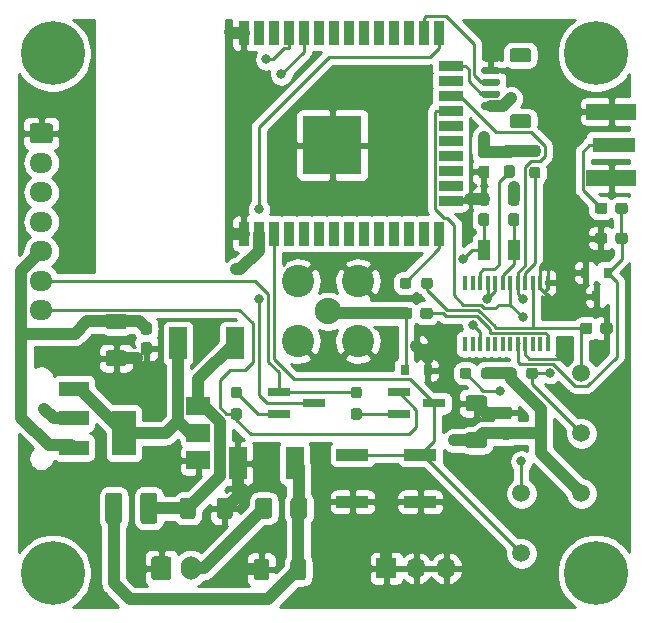
<source format=gtl>
%TF.GenerationSoftware,KiCad,Pcbnew,5.1.9+dfsg1-1*%
%TF.CreationDate,2021-06-01T22:56:34+02:00*%
%TF.ProjectId,SDR-RX,5344522d-5258-42e6-9b69-6361645f7063,rev?*%
%TF.SameCoordinates,Original*%
%TF.FileFunction,Copper,L1,Top*%
%TF.FilePolarity,Positive*%
%FSLAX46Y46*%
G04 Gerber Fmt 4.6, Leading zero omitted, Abs format (unit mm)*
G04 Created by KiCad (PCBNEW 5.1.9+dfsg1-1) date 2021-06-01 22:56:34*
%MOMM*%
%LPD*%
G01*
G04 APERTURE LIST*
%TA.AperFunction,ComponentPad*%
%ADD10O,1.950000X1.700000*%
%TD*%
%TA.AperFunction,ComponentPad*%
%ADD11C,2.240000*%
%TD*%
%TA.AperFunction,ComponentPad*%
%ADD12C,2.740000*%
%TD*%
%TA.AperFunction,ComponentPad*%
%ADD13O,1.700000X2.000000*%
%TD*%
%TA.AperFunction,ComponentPad*%
%ADD14C,0.800000*%
%TD*%
%TA.AperFunction,ComponentPad*%
%ADD15C,5.400000*%
%TD*%
%TA.AperFunction,SMDPad,CuDef*%
%ADD16R,2.500000X1.250000*%
%TD*%
%TA.AperFunction,SMDPad,CuDef*%
%ADD17C,1.500000*%
%TD*%
%TA.AperFunction,ComponentPad*%
%ADD18O,1.700000X1.700000*%
%TD*%
%TA.AperFunction,ComponentPad*%
%ADD19R,1.700000X1.700000*%
%TD*%
%TA.AperFunction,SMDPad,CuDef*%
%ADD20R,1.000000X1.800000*%
%TD*%
%TA.AperFunction,SMDPad,CuDef*%
%ADD21R,2.000000X1.500000*%
%TD*%
%TA.AperFunction,SMDPad,CuDef*%
%ADD22R,2.000000X3.800000*%
%TD*%
%TA.AperFunction,SMDPad,CuDef*%
%ADD23R,0.900000X2.000000*%
%TD*%
%TA.AperFunction,SMDPad,CuDef*%
%ADD24R,2.000000X0.900000*%
%TD*%
%TA.AperFunction,SMDPad,CuDef*%
%ADD25R,5.000000X5.000000*%
%TD*%
%TA.AperFunction,SMDPad,CuDef*%
%ADD26R,0.400000X1.200000*%
%TD*%
%TA.AperFunction,SMDPad,CuDef*%
%ADD27R,2.750000X1.000000*%
%TD*%
%TA.AperFunction,SMDPad,CuDef*%
%ADD28R,1.900000X0.800000*%
%TD*%
%TA.AperFunction,SMDPad,CuDef*%
%ADD29R,3.600000X1.270000*%
%TD*%
%TA.AperFunction,SMDPad,CuDef*%
%ADD30R,4.200000X1.350000*%
%TD*%
%TA.AperFunction,SMDPad,CuDef*%
%ADD31R,1.500000X2.700000*%
%TD*%
%TA.AperFunction,SMDPad,CuDef*%
%ADD32R,0.800000X0.900000*%
%TD*%
%TA.AperFunction,ViaPad*%
%ADD33C,0.800000*%
%TD*%
%TA.AperFunction,Conductor*%
%ADD34C,0.250000*%
%TD*%
%TA.AperFunction,Conductor*%
%ADD35C,1.000000*%
%TD*%
%TA.AperFunction,Conductor*%
%ADD36C,0.254000*%
%TD*%
%TA.AperFunction,Conductor*%
%ADD37C,0.100000*%
%TD*%
G04 APERTURE END LIST*
%TO.P,C4,2*%
%TO.N,Net-(C4-Pad2)*%
%TA.AperFunction,SMDPad,CuDef*%
G36*
G01*
X152567500Y-81755000D02*
X153042500Y-81755000D01*
G75*
G02*
X153280000Y-81992500I0J-237500D01*
G01*
X153280000Y-82592500D01*
G75*
G02*
X153042500Y-82830000I-237500J0D01*
G01*
X152567500Y-82830000D01*
G75*
G02*
X152330000Y-82592500I0J237500D01*
G01*
X152330000Y-81992500D01*
G75*
G02*
X152567500Y-81755000I237500J0D01*
G01*
G37*
%TD.AperFunction*%
%TO.P,C4,1*%
%TO.N,GND*%
%TA.AperFunction,SMDPad,CuDef*%
G36*
G01*
X152567500Y-80030000D02*
X153042500Y-80030000D01*
G75*
G02*
X153280000Y-80267500I0J-237500D01*
G01*
X153280000Y-80867500D01*
G75*
G02*
X153042500Y-81105000I-237500J0D01*
G01*
X152567500Y-81105000D01*
G75*
G02*
X152330000Y-80867500I0J237500D01*
G01*
X152330000Y-80267500D01*
G75*
G02*
X152567500Y-80030000I237500J0D01*
G01*
G37*
%TD.AperFunction*%
%TD*%
D10*
%TO.P,Program,7*%
%TO.N,Net-(J1-Pad7)*%
X112800000Y-89980000D03*
%TO.P,Program,6*%
%TO.N,Net-(J1-Pad6)*%
X112800000Y-87480000D03*
%TO.P,Program,5*%
%TO.N,Net-(C5-Pad1)*%
X112800000Y-84980000D03*
%TO.P,Program,4*%
%TO.N,Net-(J1-Pad4)*%
X112800000Y-82480000D03*
%TO.P,Program,3*%
%TO.N,Net-(J1-Pad3)*%
X112800000Y-79980000D03*
%TO.P,Program,2*%
%TO.N,Net-(J1-Pad2)*%
X112800000Y-77480000D03*
%TO.P,Program,1*%
%TO.N,GND*%
%TA.AperFunction,ComponentPad*%
G36*
G01*
X112075000Y-74130000D02*
X113525000Y-74130000D01*
G75*
G02*
X113775000Y-74380000I0J-250000D01*
G01*
X113775000Y-75580000D01*
G75*
G02*
X113525000Y-75830000I-250000J0D01*
G01*
X112075000Y-75830000D01*
G75*
G02*
X111825000Y-75580000I0J250000D01*
G01*
X111825000Y-74380000D01*
G75*
G02*
X112075000Y-74130000I250000J0D01*
G01*
G37*
%TD.AperFunction*%
%TD*%
%TO.P,GPS,MP*%
%TO.N,N/C*%
%TA.AperFunction,SMDPad,CuDef*%
G36*
G01*
X152719999Y-73370000D02*
X154020001Y-73370000D01*
G75*
G02*
X154270000Y-73619999I0J-249999D01*
G01*
X154270000Y-74320001D01*
G75*
G02*
X154020001Y-74570000I-249999J0D01*
G01*
X152719999Y-74570000D01*
G75*
G02*
X152470000Y-74320001I0J249999D01*
G01*
X152470000Y-73619999D01*
G75*
G02*
X152719999Y-73370000I249999J0D01*
G01*
G37*
%TD.AperFunction*%
%TA.AperFunction,SMDPad,CuDef*%
G36*
G01*
X152719999Y-67770000D02*
X154020001Y-67770000D01*
G75*
G02*
X154270000Y-68019999I0J-249999D01*
G01*
X154270000Y-68720001D01*
G75*
G02*
X154020001Y-68970000I-249999J0D01*
G01*
X152719999Y-68970000D01*
G75*
G02*
X152470000Y-68720001I0J249999D01*
G01*
X152470000Y-68019999D01*
G75*
G02*
X152719999Y-67770000I249999J0D01*
G01*
G37*
%TD.AperFunction*%
%TO.P,GPS,4*%
%TO.N,+3V3*%
%TA.AperFunction,SMDPad,CuDef*%
G36*
G01*
X150220000Y-72370000D02*
X151470000Y-72370000D01*
G75*
G02*
X151620000Y-72520000I0J-150000D01*
G01*
X151620000Y-72820000D01*
G75*
G02*
X151470000Y-72970000I-150000J0D01*
G01*
X150220000Y-72970000D01*
G75*
G02*
X150070000Y-72820000I0J150000D01*
G01*
X150070000Y-72520000D01*
G75*
G02*
X150220000Y-72370000I150000J0D01*
G01*
G37*
%TD.AperFunction*%
%TO.P,GPS,3*%
%TO.N,Net-(J6-Pad3)*%
%TA.AperFunction,SMDPad,CuDef*%
G36*
G01*
X150220000Y-71370000D02*
X151470000Y-71370000D01*
G75*
G02*
X151620000Y-71520000I0J-150000D01*
G01*
X151620000Y-71820000D01*
G75*
G02*
X151470000Y-71970000I-150000J0D01*
G01*
X150220000Y-71970000D01*
G75*
G02*
X150070000Y-71820000I0J150000D01*
G01*
X150070000Y-71520000D01*
G75*
G02*
X150220000Y-71370000I150000J0D01*
G01*
G37*
%TD.AperFunction*%
%TO.P,GPS,2*%
%TO.N,Net-(J6-Pad2)*%
%TA.AperFunction,SMDPad,CuDef*%
G36*
G01*
X150220000Y-70370000D02*
X151470000Y-70370000D01*
G75*
G02*
X151620000Y-70520000I0J-150000D01*
G01*
X151620000Y-70820000D01*
G75*
G02*
X151470000Y-70970000I-150000J0D01*
G01*
X150220000Y-70970000D01*
G75*
G02*
X150070000Y-70820000I0J150000D01*
G01*
X150070000Y-70520000D01*
G75*
G02*
X150220000Y-70370000I150000J0D01*
G01*
G37*
%TD.AperFunction*%
%TO.P,GPS,1*%
%TO.N,GND*%
%TA.AperFunction,SMDPad,CuDef*%
G36*
G01*
X150220000Y-69370000D02*
X151470000Y-69370000D01*
G75*
G02*
X151620000Y-69520000I0J-150000D01*
G01*
X151620000Y-69820000D01*
G75*
G02*
X151470000Y-69970000I-150000J0D01*
G01*
X150220000Y-69970000D01*
G75*
G02*
X150070000Y-69820000I0J150000D01*
G01*
X150070000Y-69520000D01*
G75*
G02*
X150220000Y-69370000I150000J0D01*
G01*
G37*
%TD.AperFunction*%
%TD*%
D11*
%TO.P,SW/AM Ant.,1*%
%TO.N,Net-(C11-Pad1)*%
X137070000Y-90050000D03*
D12*
%TO.P,SW/AM Ant.,2*%
%TO.N,GND*%
X134530000Y-92590000D03*
X134530000Y-87510000D03*
X139610000Y-87510000D03*
X139610000Y-92590000D03*
%TD*%
D13*
%TO.P,Vin ,2*%
%TO.N,Net-(F1-Pad1)*%
X125460000Y-111810000D03*
%TO.P,Vin ,1*%
%TO.N,GND*%
%TA.AperFunction,ComponentPad*%
G36*
G01*
X122110000Y-112560000D02*
X122110000Y-111060000D01*
G75*
G02*
X122360000Y-110810000I250000J0D01*
G01*
X123560000Y-110810000D01*
G75*
G02*
X123810000Y-111060000I0J-250000D01*
G01*
X123810000Y-112560000D01*
G75*
G02*
X123560000Y-112810000I-250000J0D01*
G01*
X122360000Y-112810000D01*
G75*
G02*
X122110000Y-112560000I0J250000D01*
G01*
G37*
%TD.AperFunction*%
%TD*%
D14*
%TO.P,H4,1*%
%TO.N,Net-(H4-Pad1)*%
X161191891Y-66788109D03*
X159760000Y-66195000D03*
X158328109Y-66788109D03*
X157735000Y-68220000D03*
X158328109Y-69651891D03*
X159760000Y-70245000D03*
X161191891Y-69651891D03*
X161785000Y-68220000D03*
D15*
X159760000Y-68220000D03*
%TD*%
D14*
%TO.P,H3,1*%
%TO.N,Net-(H3-Pad1)*%
X161191891Y-110788109D03*
X159760000Y-110195000D03*
X158328109Y-110788109D03*
X157735000Y-112220000D03*
X158328109Y-113651891D03*
X159760000Y-114245000D03*
X161191891Y-113651891D03*
X161785000Y-112220000D03*
D15*
X159760000Y-112220000D03*
%TD*%
D14*
%TO.P,H2,1*%
%TO.N,Net-(H2-Pad1)*%
X115191891Y-110788109D03*
X113760000Y-110195000D03*
X112328109Y-110788109D03*
X111735000Y-112220000D03*
X112328109Y-113651891D03*
X113760000Y-114245000D03*
X115191891Y-113651891D03*
X115785000Y-112220000D03*
D15*
X113760000Y-112220000D03*
%TD*%
D14*
%TO.P,H1,1*%
%TO.N,Net-(H1-Pad1)*%
X115191891Y-66788109D03*
X113760000Y-66195000D03*
X112328109Y-66788109D03*
X111735000Y-68220000D03*
X112328109Y-69651891D03*
X113760000Y-70245000D03*
X115191891Y-69651891D03*
X115785000Y-68220000D03*
D15*
X113760000Y-68220000D03*
%TD*%
D16*
%TO.P,sel. 3V3 ,3*%
%TO.N,Net-(C5-Pad1)*%
X115550000Y-101610000D03*
%TO.P,sel. 3V3 ,2*%
%TO.N,+3V3*%
X115550000Y-99110000D03*
%TO.P,sel. 3V3 ,1*%
%TO.N,Net-(D4-Pad2)*%
X115550000Y-96610000D03*
%TD*%
D17*
%TO.P,+3V3,1*%
%TO.N,+3V3*%
X158520000Y-105460000D03*
%TD*%
%TO.P,Reset SI4734,1*%
%TO.N,Net-(C3-Pad1)*%
X158520000Y-95300000D03*
%TD*%
%TO.P,Clock,1*%
%TO.N,Net-(R2-Pad2)*%
X153440000Y-105460000D03*
%TD*%
%TO.P,Data,1*%
%TO.N,Net-(R5-Pad2)*%
X158520000Y-100380000D03*
%TD*%
%TO.P,Reset ESP,1*%
%TO.N,Net-(Q1-Pad3)*%
X153440000Y-110540000D03*
%TD*%
D18*
%TO.P,GND,3*%
%TO.N,GND*%
X147090000Y-111810000D03*
%TO.P,GND,2*%
X144550000Y-111810000D03*
D19*
%TO.P,GND,1*%
X142010000Y-111810000D03*
%TD*%
D20*
%TO.P,Y1,2*%
%TO.N,Net-(C4-Pad2)*%
X152785000Y-84859000D03*
%TO.P,Y1,1*%
%TO.N,Net-(C7-Pad1)*%
X150285000Y-84859000D03*
%TD*%
D21*
%TO.P,U3,1*%
%TO.N,GND*%
X126110000Y-102680000D03*
%TO.P,U3,3*%
%TO.N,Net-(C13-Pad1)*%
X126110000Y-98080000D03*
%TO.P,U3,2*%
%TO.N,Net-(D4-Pad2)*%
X126110000Y-100380000D03*
D22*
X119810000Y-100380000D03*
%TD*%
D23*
%TO.P,U2,38*%
%TO.N,GND*%
X129945000Y-66480000D03*
%TO.P,U2,37*%
%TO.N,Net-(U2-Pad37)*%
X131215000Y-66480000D03*
%TO.P,U2,36*%
%TO.N,Net-(U2-Pad36)*%
X132485000Y-66480000D03*
%TO.P,U2,35*%
%TO.N,Net-(J1-Pad2)*%
X133755000Y-66480000D03*
%TO.P,U2,34*%
%TO.N,Net-(J1-Pad3)*%
X135025000Y-66480000D03*
%TO.P,U2,33*%
%TO.N,Net-(U2-Pad33)*%
X136295000Y-66480000D03*
%TO.P,U2,32*%
%TO.N,Net-(U2-Pad32)*%
X137565000Y-66480000D03*
%TO.P,U2,31*%
%TO.N,Net-(U2-Pad31)*%
X138835000Y-66480000D03*
%TO.P,U2,30*%
%TO.N,Net-(U2-Pad30)*%
X140105000Y-66480000D03*
%TO.P,U2,29*%
%TO.N,Net-(U2-Pad29)*%
X141375000Y-66480000D03*
%TO.P,U2,28*%
%TO.N,Net-(U2-Pad28)*%
X142645000Y-66480000D03*
%TO.P,U2,27*%
%TO.N,Net-(U2-Pad27)*%
X143915000Y-66480000D03*
%TO.P,U2,26*%
%TO.N,Net-(J6-Pad2)*%
X145185000Y-66480000D03*
%TO.P,U2,25*%
%TO.N,Net-(Q2-Pad3)*%
X146455000Y-66480000D03*
D24*
%TO.P,U2,24*%
%TO.N,Net-(J6-Pad3)*%
X147455000Y-69265000D03*
%TO.P,U2,23*%
%TO.N,Net-(U2-Pad23)*%
X147455000Y-70535000D03*
%TO.P,U2,22*%
%TO.N,Net-(R2-Pad2)*%
X147455000Y-71805000D03*
%TO.P,U2,21*%
%TO.N,Net-(R5-Pad2)*%
X147455000Y-73075000D03*
%TO.P,U2,20*%
%TO.N,Net-(U2-Pad20)*%
X147455000Y-74345000D03*
%TO.P,U2,19*%
%TO.N,Net-(U2-Pad19)*%
X147455000Y-75615000D03*
%TO.P,U2,18*%
%TO.N,Net-(U2-Pad18)*%
X147455000Y-76885000D03*
%TO.P,U2,17*%
%TO.N,Net-(U2-Pad17)*%
X147455000Y-78155000D03*
%TO.P,U2,16*%
%TO.N,Net-(U2-Pad16)*%
X147455000Y-79425000D03*
%TO.P,U2,15*%
%TO.N,GND*%
X147455000Y-80695000D03*
D23*
%TO.P,U2,14*%
%TO.N,Net-(R1-Pad2)*%
X146455000Y-83480000D03*
%TO.P,U2,13*%
%TO.N,Net-(U2-Pad13)*%
X145185000Y-83480000D03*
%TO.P,U2,12*%
%TO.N,Net-(U2-Pad12)*%
X143915000Y-83480000D03*
%TO.P,U2,11*%
%TO.N,Net-(U2-Pad11)*%
X142645000Y-83480000D03*
%TO.P,U2,10*%
%TO.N,Net-(U2-Pad10)*%
X141375000Y-83480000D03*
%TO.P,U2,9*%
%TO.N,Net-(U2-Pad9)*%
X140105000Y-83480000D03*
%TO.P,U2,8*%
%TO.N,Net-(U2-Pad8)*%
X138835000Y-83480000D03*
%TO.P,U2,7*%
%TO.N,Net-(U2-Pad7)*%
X137565000Y-83480000D03*
%TO.P,U2,6*%
%TO.N,Net-(U2-Pad6)*%
X136295000Y-83480000D03*
%TO.P,U2,5*%
%TO.N,Net-(U2-Pad5)*%
X135025000Y-83480000D03*
%TO.P,U2,4*%
%TO.N,Net-(U2-Pad4)*%
X133755000Y-83480000D03*
%TO.P,U2,3*%
%TO.N,Net-(Q1-Pad3)*%
X132485000Y-83480000D03*
%TO.P,U2,2*%
%TO.N,+3V3*%
X131215000Y-83480000D03*
%TO.P,U2,1*%
%TO.N,GND*%
X129945000Y-83480000D03*
D25*
%TO.P,U2,39*%
X137445000Y-75980000D03*
%TD*%
D26*
%TO.P,U1,24*%
%TO.N,Net-(U1-Pad24)*%
X148677500Y-87620000D03*
%TO.P,U1,23*%
%TO.N,Net-(U1-Pad23)*%
X149312500Y-87620000D03*
%TO.P,U1,22*%
%TO.N,Net-(C8-Pad2)*%
X149947500Y-87620000D03*
%TO.P,U1,21*%
%TO.N,+3V3*%
X150582500Y-87620000D03*
%TO.P,U1,20*%
X151217500Y-87620000D03*
%TO.P,U1,19*%
%TO.N,Net-(C4-Pad2)*%
X151852500Y-87620000D03*
%TO.P,U1,18*%
%TO.N,Net-(R5-Pad2)*%
X152487500Y-87620000D03*
%TO.P,U1,17*%
%TO.N,Net-(R2-Pad2)*%
X153122500Y-87620000D03*
%TO.P,U1,16*%
%TO.N,Net-(R6-Pad2)*%
X153757500Y-87620000D03*
%TO.P,U1,15*%
%TO.N,Net-(C3-Pad1)*%
X154392500Y-87620000D03*
%TO.P,U1,14*%
%TO.N,GND*%
X155027500Y-87620000D03*
%TO.P,U1,13*%
X155662500Y-87620000D03*
%TO.P,U1,12*%
%TO.N,Net-(C11-Pad2)*%
X155662500Y-92820000D03*
%TO.P,U1,11*%
%TO.N,Net-(U1-Pad11)*%
X155027500Y-92820000D03*
%TO.P,U1,10*%
%TO.N,Net-(U1-Pad10)*%
X154392500Y-92820000D03*
%TO.P,U1,9*%
%TO.N,GND*%
X153757500Y-92820000D03*
%TO.P,U1,8*%
%TO.N,Net-(C10-Pad2)*%
X153122500Y-92820000D03*
%TO.P,U1,7*%
%TO.N,Net-(U1-Pad7)*%
X152487500Y-92820000D03*
%TO.P,U1,6*%
%TO.N,Net-(U1-Pad6)*%
X151852500Y-92820000D03*
%TO.P,U1,5*%
%TO.N,Net-(U1-Pad5)*%
X151217500Y-92820000D03*
%TO.P,U1,4*%
%TO.N,Net-(U1-Pad4)*%
X150582500Y-92820000D03*
%TO.P,U1,3*%
%TO.N,Net-(C7-Pad1)*%
X149947500Y-92820000D03*
%TO.P,U1,2*%
%TO.N,Net-(U1-Pad2)*%
X149312500Y-92820000D03*
%TO.P,U1,1*%
%TO.N,Net-(U1-Pad1)*%
X148677500Y-92820000D03*
%TD*%
D27*
%TO.P,Reset ESP,2*%
%TO.N,Net-(Q1-Pad3)*%
X144885000Y-102190000D03*
X139135000Y-102190000D03*
%TO.P,Reset ESP,1*%
%TO.N,GND*%
X139135000Y-106190000D03*
X144885000Y-106190000D03*
%TD*%
%TO.P,R6,2*%
%TO.N,Net-(R6-Pad2)*%
%TA.AperFunction,SMDPad,CuDef*%
G36*
G01*
X154345500Y-77818000D02*
X154820500Y-77818000D01*
G75*
G02*
X155058000Y-78055500I0J-237500D01*
G01*
X155058000Y-78555500D01*
G75*
G02*
X154820500Y-78793000I-237500J0D01*
G01*
X154345500Y-78793000D01*
G75*
G02*
X154108000Y-78555500I0J237500D01*
G01*
X154108000Y-78055500D01*
G75*
G02*
X154345500Y-77818000I237500J0D01*
G01*
G37*
%TD.AperFunction*%
%TO.P,R6,1*%
%TO.N,+3V3*%
%TA.AperFunction,SMDPad,CuDef*%
G36*
G01*
X154345500Y-75993000D02*
X154820500Y-75993000D01*
G75*
G02*
X155058000Y-76230500I0J-237500D01*
G01*
X155058000Y-76730500D01*
G75*
G02*
X154820500Y-76968000I-237500J0D01*
G01*
X154345500Y-76968000D01*
G75*
G02*
X154108000Y-76730500I0J237500D01*
G01*
X154108000Y-76230500D01*
G75*
G02*
X154345500Y-75993000I237500J0D01*
G01*
G37*
%TD.AperFunction*%
%TD*%
%TO.P,R5,2*%
%TO.N,Net-(R5-Pad2)*%
%TA.AperFunction,SMDPad,CuDef*%
G36*
G01*
X153865000Y-95537500D02*
X153865000Y-95062500D01*
G75*
G02*
X154102500Y-94825000I237500J0D01*
G01*
X154602500Y-94825000D01*
G75*
G02*
X154840000Y-95062500I0J-237500D01*
G01*
X154840000Y-95537500D01*
G75*
G02*
X154602500Y-95775000I-237500J0D01*
G01*
X154102500Y-95775000D01*
G75*
G02*
X153865000Y-95537500I0J237500D01*
G01*
G37*
%TD.AperFunction*%
%TO.P,R5,1*%
%TO.N,+3V3*%
%TA.AperFunction,SMDPad,CuDef*%
G36*
G01*
X152040000Y-95537500D02*
X152040000Y-95062500D01*
G75*
G02*
X152277500Y-94825000I237500J0D01*
G01*
X152777500Y-94825000D01*
G75*
G02*
X153015000Y-95062500I0J-237500D01*
G01*
X153015000Y-95537500D01*
G75*
G02*
X152777500Y-95775000I-237500J0D01*
G01*
X152277500Y-95775000D01*
G75*
G02*
X152040000Y-95537500I0J237500D01*
G01*
G37*
%TD.AperFunction*%
%TD*%
%TO.P,R4,2*%
%TO.N,Net-(Q2-Pad2)*%
%TA.AperFunction,SMDPad,CuDef*%
G36*
G01*
X129547500Y-97415000D02*
X129072500Y-97415000D01*
G75*
G02*
X128835000Y-97177500I0J237500D01*
G01*
X128835000Y-96677500D01*
G75*
G02*
X129072500Y-96440000I237500J0D01*
G01*
X129547500Y-96440000D01*
G75*
G02*
X129785000Y-96677500I0J-237500D01*
G01*
X129785000Y-97177500D01*
G75*
G02*
X129547500Y-97415000I-237500J0D01*
G01*
G37*
%TD.AperFunction*%
%TO.P,R4,1*%
%TO.N,Net-(J1-Pad7)*%
%TA.AperFunction,SMDPad,CuDef*%
G36*
G01*
X129547500Y-99240000D02*
X129072500Y-99240000D01*
G75*
G02*
X128835000Y-99002500I0J237500D01*
G01*
X128835000Y-98502500D01*
G75*
G02*
X129072500Y-98265000I237500J0D01*
G01*
X129547500Y-98265000D01*
G75*
G02*
X129785000Y-98502500I0J-237500D01*
G01*
X129785000Y-99002500D01*
G75*
G02*
X129547500Y-99240000I-237500J0D01*
G01*
G37*
%TD.AperFunction*%
%TD*%
%TO.P,R3,2*%
%TO.N,Net-(Q1-Pad2)*%
%TA.AperFunction,SMDPad,CuDef*%
G36*
G01*
X139232500Y-98265000D02*
X139707500Y-98265000D01*
G75*
G02*
X139945000Y-98502500I0J-237500D01*
G01*
X139945000Y-99002500D01*
G75*
G02*
X139707500Y-99240000I-237500J0D01*
G01*
X139232500Y-99240000D01*
G75*
G02*
X138995000Y-99002500I0J237500D01*
G01*
X138995000Y-98502500D01*
G75*
G02*
X139232500Y-98265000I237500J0D01*
G01*
G37*
%TD.AperFunction*%
%TO.P,R3,1*%
%TO.N,Net-(J1-Pad6)*%
%TA.AperFunction,SMDPad,CuDef*%
G36*
G01*
X139232500Y-96440000D02*
X139707500Y-96440000D01*
G75*
G02*
X139945000Y-96677500I0J-237500D01*
G01*
X139945000Y-97177500D01*
G75*
G02*
X139707500Y-97415000I-237500J0D01*
G01*
X139232500Y-97415000D01*
G75*
G02*
X138995000Y-97177500I0J237500D01*
G01*
X138995000Y-96677500D01*
G75*
G02*
X139232500Y-96440000I237500J0D01*
G01*
G37*
%TD.AperFunction*%
%TD*%
%TO.P,R2,2*%
%TO.N,Net-(R2-Pad2)*%
%TA.AperFunction,SMDPad,CuDef*%
G36*
G01*
X149205000Y-95062500D02*
X149205000Y-95537500D01*
G75*
G02*
X148967500Y-95775000I-237500J0D01*
G01*
X148467500Y-95775000D01*
G75*
G02*
X148230000Y-95537500I0J237500D01*
G01*
X148230000Y-95062500D01*
G75*
G02*
X148467500Y-94825000I237500J0D01*
G01*
X148967500Y-94825000D01*
G75*
G02*
X149205000Y-95062500I0J-237500D01*
G01*
G37*
%TD.AperFunction*%
%TO.P,R2,1*%
%TO.N,+3V3*%
%TA.AperFunction,SMDPad,CuDef*%
G36*
G01*
X151030000Y-95062500D02*
X151030000Y-95537500D01*
G75*
G02*
X150792500Y-95775000I-237500J0D01*
G01*
X150292500Y-95775000D01*
G75*
G02*
X150055000Y-95537500I0J237500D01*
G01*
X150055000Y-95062500D01*
G75*
G02*
X150292500Y-94825000I237500J0D01*
G01*
X150792500Y-94825000D01*
G75*
G02*
X151030000Y-95062500I0J-237500D01*
G01*
G37*
%TD.AperFunction*%
%TD*%
%TO.P,R1,2*%
%TO.N,Net-(R1-Pad2)*%
%TA.AperFunction,SMDPad,CuDef*%
G36*
G01*
X144125000Y-87442500D02*
X144125000Y-87917500D01*
G75*
G02*
X143887500Y-88155000I-237500J0D01*
G01*
X143387500Y-88155000D01*
G75*
G02*
X143150000Y-87917500I0J237500D01*
G01*
X143150000Y-87442500D01*
G75*
G02*
X143387500Y-87205000I237500J0D01*
G01*
X143887500Y-87205000D01*
G75*
G02*
X144125000Y-87442500I0J-237500D01*
G01*
G37*
%TD.AperFunction*%
%TO.P,R1,1*%
%TO.N,Net-(C3-Pad1)*%
%TA.AperFunction,SMDPad,CuDef*%
G36*
G01*
X145950000Y-87442500D02*
X145950000Y-87917500D01*
G75*
G02*
X145712500Y-88155000I-237500J0D01*
G01*
X145212500Y-88155000D01*
G75*
G02*
X144975000Y-87917500I0J237500D01*
G01*
X144975000Y-87442500D01*
G75*
G02*
X145212500Y-87205000I237500J0D01*
G01*
X145712500Y-87205000D01*
G75*
G02*
X145950000Y-87442500I0J-237500D01*
G01*
G37*
%TD.AperFunction*%
%TD*%
D28*
%TO.P,Q2,3*%
%TO.N,Net-(Q2-Pad3)*%
X135890000Y-97840000D03*
%TO.P,Q2,2*%
%TO.N,Net-(Q2-Pad2)*%
X132890000Y-98790000D03*
%TO.P,Q2,1*%
%TO.N,Net-(J1-Pad6)*%
X132890000Y-96890000D03*
%TD*%
%TO.P,Q1,3*%
%TO.N,Net-(Q1-Pad3)*%
X146050000Y-97840000D03*
%TO.P,Q1,2*%
%TO.N,Net-(Q1-Pad2)*%
X143050000Y-98790000D03*
%TO.P,Q1,1*%
%TO.N,Net-(J1-Pad7)*%
X143050000Y-96890000D03*
%TD*%
%TO.P,L1,2*%
%TO.N,GND*%
%TA.AperFunction,SMDPad,CuDef*%
G36*
G01*
X160710000Y-83632500D02*
X160710000Y-84107500D01*
G75*
G02*
X160472500Y-84345000I-237500J0D01*
G01*
X159897500Y-84345000D01*
G75*
G02*
X159660000Y-84107500I0J237500D01*
G01*
X159660000Y-83632500D01*
G75*
G02*
X159897500Y-83395000I237500J0D01*
G01*
X160472500Y-83395000D01*
G75*
G02*
X160710000Y-83632500I0J-237500D01*
G01*
G37*
%TD.AperFunction*%
%TO.P,L1,1*%
%TO.N,Net-(C10-Pad2)*%
%TA.AperFunction,SMDPad,CuDef*%
G36*
G01*
X162460000Y-83632500D02*
X162460000Y-84107500D01*
G75*
G02*
X162222500Y-84345000I-237500J0D01*
G01*
X161647500Y-84345000D01*
G75*
G02*
X161410000Y-84107500I0J237500D01*
G01*
X161410000Y-83632500D01*
G75*
G02*
X161647500Y-83395000I237500J0D01*
G01*
X162222500Y-83395000D01*
G75*
G02*
X162460000Y-83632500I0J-237500D01*
G01*
G37*
%TD.AperFunction*%
%TD*%
D29*
%TO.P,FM Antenna,1*%
%TO.N,Net-(C10-Pad1)*%
X161260000Y-75965000D03*
D30*
%TO.P,FM Antenna,2*%
%TO.N,GND*%
X161060000Y-73140000D03*
X161060000Y-78790000D03*
%TD*%
%TO.P,FB1,2*%
%TO.N,Net-(C12-Pad1)*%
%TA.AperFunction,SMDPad,CuDef*%
G36*
G01*
X119645000Y-105655000D02*
X119645000Y-107805000D01*
G75*
G02*
X119395000Y-108055000I-250000J0D01*
G01*
X118470000Y-108055000D01*
G75*
G02*
X118220000Y-107805000I0J250000D01*
G01*
X118220000Y-105655000D01*
G75*
G02*
X118470000Y-105405000I250000J0D01*
G01*
X119395000Y-105405000D01*
G75*
G02*
X119645000Y-105655000I0J-250000D01*
G01*
G37*
%TD.AperFunction*%
%TO.P,FB1,1*%
%TO.N,Net-(C13-Pad1)*%
%TA.AperFunction,SMDPad,CuDef*%
G36*
G01*
X122620000Y-105655000D02*
X122620000Y-107805000D01*
G75*
G02*
X122370000Y-108055000I-250000J0D01*
G01*
X121445000Y-108055000D01*
G75*
G02*
X121195000Y-107805000I0J250000D01*
G01*
X121195000Y-105655000D01*
G75*
G02*
X121445000Y-105405000I250000J0D01*
G01*
X122370000Y-105405000D01*
G75*
G02*
X122620000Y-105655000I0J-250000D01*
G01*
G37*
%TD.AperFunction*%
%TD*%
%TO.P,F1,2*%
%TO.N,Net-(C12-Pad1)*%
%TA.AperFunction,SMDPad,CuDef*%
G36*
G01*
X133895000Y-107355000D02*
X133895000Y-106105000D01*
G75*
G02*
X134145000Y-105855000I250000J0D01*
G01*
X135070000Y-105855000D01*
G75*
G02*
X135320000Y-106105000I0J-250000D01*
G01*
X135320000Y-107355000D01*
G75*
G02*
X135070000Y-107605000I-250000J0D01*
G01*
X134145000Y-107605000D01*
G75*
G02*
X133895000Y-107355000I0J250000D01*
G01*
G37*
%TD.AperFunction*%
%TO.P,F1,1*%
%TO.N,Net-(F1-Pad1)*%
%TA.AperFunction,SMDPad,CuDef*%
G36*
G01*
X130920000Y-107355000D02*
X130920000Y-106105000D01*
G75*
G02*
X131170000Y-105855000I250000J0D01*
G01*
X132095000Y-105855000D01*
G75*
G02*
X132345000Y-106105000I0J-250000D01*
G01*
X132345000Y-107355000D01*
G75*
G02*
X132095000Y-107605000I-250000J0D01*
G01*
X131170000Y-107605000D01*
G75*
G02*
X130920000Y-107355000I0J250000D01*
G01*
G37*
%TD.AperFunction*%
%TD*%
D31*
%TO.P,D4,2*%
%TO.N,Net-(D4-Pad2)*%
X124370000Y-92760000D03*
%TO.P,D4,1*%
%TO.N,Net-(C13-Pad1)*%
X129170000Y-92760000D03*
%TD*%
D32*
%TO.P,D3,3*%
%TO.N,GND*%
X144550000Y-93030000D03*
%TO.P,D3,2*%
X145500000Y-95030000D03*
%TO.P,D3,1*%
%TO.N,Net-(C11-Pad1)*%
X143600000Y-95030000D03*
%TD*%
%TO.P,D2,3*%
%TO.N,GND*%
X159790000Y-88780000D03*
%TO.P,D2,2*%
X158840000Y-86780000D03*
%TO.P,D2,1*%
%TO.N,Net-(C10-Pad2)*%
X160740000Y-86780000D03*
%TD*%
D31*
%TO.P,D1,2*%
%TO.N,GND*%
X129450000Y-102920000D03*
%TO.P,D1,1*%
%TO.N,Net-(C12-Pad1)*%
X134250000Y-102920000D03*
%TD*%
%TO.P,C13,2*%
%TO.N,GND*%
%TA.AperFunction,SMDPad,CuDef*%
G36*
G01*
X127670000Y-107380001D02*
X127670000Y-106079999D01*
G75*
G02*
X127919999Y-105830000I249999J0D01*
G01*
X128745001Y-105830000D01*
G75*
G02*
X128995000Y-106079999I0J-249999D01*
G01*
X128995000Y-107380001D01*
G75*
G02*
X128745001Y-107630000I-249999J0D01*
G01*
X127919999Y-107630000D01*
G75*
G02*
X127670000Y-107380001I0J249999D01*
G01*
G37*
%TD.AperFunction*%
%TO.P,C13,1*%
%TO.N,Net-(C13-Pad1)*%
%TA.AperFunction,SMDPad,CuDef*%
G36*
G01*
X124545000Y-107380001D02*
X124545000Y-106079999D01*
G75*
G02*
X124794999Y-105830000I249999J0D01*
G01*
X125620001Y-105830000D01*
G75*
G02*
X125870000Y-106079999I0J-249999D01*
G01*
X125870000Y-107380001D01*
G75*
G02*
X125620001Y-107630000I-249999J0D01*
G01*
X124794999Y-107630000D01*
G75*
G02*
X124545000Y-107380001I0J249999D01*
G01*
G37*
%TD.AperFunction*%
%TD*%
%TO.P,C12,2*%
%TO.N,GND*%
%TA.AperFunction,SMDPad,CuDef*%
G36*
G01*
X132093000Y-111259999D02*
X132093000Y-112560001D01*
G75*
G02*
X131843001Y-112810000I-249999J0D01*
G01*
X131017999Y-112810000D01*
G75*
G02*
X130768000Y-112560001I0J249999D01*
G01*
X130768000Y-111259999D01*
G75*
G02*
X131017999Y-111010000I249999J0D01*
G01*
X131843001Y-111010000D01*
G75*
G02*
X132093000Y-111259999I0J-249999D01*
G01*
G37*
%TD.AperFunction*%
%TO.P,C12,1*%
%TO.N,Net-(C12-Pad1)*%
%TA.AperFunction,SMDPad,CuDef*%
G36*
G01*
X135218000Y-111259999D02*
X135218000Y-112560001D01*
G75*
G02*
X134968001Y-112810000I-249999J0D01*
G01*
X134142999Y-112810000D01*
G75*
G02*
X133893000Y-112560001I0J249999D01*
G01*
X133893000Y-111259999D01*
G75*
G02*
X134142999Y-111010000I249999J0D01*
G01*
X134968001Y-111010000D01*
G75*
G02*
X135218000Y-111259999I0J-249999D01*
G01*
G37*
%TD.AperFunction*%
%TD*%
%TO.P,C11,2*%
%TO.N,Net-(C11-Pad2)*%
%TA.AperFunction,SMDPad,CuDef*%
G36*
G01*
X144875000Y-90457500D02*
X144875000Y-89982500D01*
G75*
G02*
X145112500Y-89745000I237500J0D01*
G01*
X145712500Y-89745000D01*
G75*
G02*
X145950000Y-89982500I0J-237500D01*
G01*
X145950000Y-90457500D01*
G75*
G02*
X145712500Y-90695000I-237500J0D01*
G01*
X145112500Y-90695000D01*
G75*
G02*
X144875000Y-90457500I0J237500D01*
G01*
G37*
%TD.AperFunction*%
%TO.P,C11,1*%
%TO.N,Net-(C11-Pad1)*%
%TA.AperFunction,SMDPad,CuDef*%
G36*
G01*
X143150000Y-90457500D02*
X143150000Y-89982500D01*
G75*
G02*
X143387500Y-89745000I237500J0D01*
G01*
X143987500Y-89745000D01*
G75*
G02*
X144225000Y-89982500I0J-237500D01*
G01*
X144225000Y-90457500D01*
G75*
G02*
X143987500Y-90695000I-237500J0D01*
G01*
X143387500Y-90695000D01*
G75*
G02*
X143150000Y-90457500I0J237500D01*
G01*
G37*
%TD.AperFunction*%
%TD*%
%TO.P,C10,2*%
%TO.N,Net-(C10-Pad2)*%
%TA.AperFunction,SMDPad,CuDef*%
G36*
G01*
X161385000Y-81567500D02*
X161385000Y-81092500D01*
G75*
G02*
X161622500Y-80855000I237500J0D01*
G01*
X162222500Y-80855000D01*
G75*
G02*
X162460000Y-81092500I0J-237500D01*
G01*
X162460000Y-81567500D01*
G75*
G02*
X162222500Y-81805000I-237500J0D01*
G01*
X161622500Y-81805000D01*
G75*
G02*
X161385000Y-81567500I0J237500D01*
G01*
G37*
%TD.AperFunction*%
%TO.P,C10,1*%
%TO.N,Net-(C10-Pad1)*%
%TA.AperFunction,SMDPad,CuDef*%
G36*
G01*
X159660000Y-81567500D02*
X159660000Y-81092500D01*
G75*
G02*
X159897500Y-80855000I237500J0D01*
G01*
X160497500Y-80855000D01*
G75*
G02*
X160735000Y-81092500I0J-237500D01*
G01*
X160735000Y-81567500D01*
G75*
G02*
X160497500Y-81805000I-237500J0D01*
G01*
X159897500Y-81805000D01*
G75*
G02*
X159660000Y-81567500I0J237500D01*
G01*
G37*
%TD.AperFunction*%
%TD*%
%TO.P,C9,2*%
%TO.N,GND*%
%TA.AperFunction,SMDPad,CuDef*%
G36*
G01*
X150027500Y-77718000D02*
X150502500Y-77718000D01*
G75*
G02*
X150740000Y-77955500I0J-237500D01*
G01*
X150740000Y-78555500D01*
G75*
G02*
X150502500Y-78793000I-237500J0D01*
G01*
X150027500Y-78793000D01*
G75*
G02*
X149790000Y-78555500I0J237500D01*
G01*
X149790000Y-77955500D01*
G75*
G02*
X150027500Y-77718000I237500J0D01*
G01*
G37*
%TD.AperFunction*%
%TO.P,C9,1*%
%TO.N,+3V3*%
%TA.AperFunction,SMDPad,CuDef*%
G36*
G01*
X150027500Y-75993000D02*
X150502500Y-75993000D01*
G75*
G02*
X150740000Y-76230500I0J-237500D01*
G01*
X150740000Y-76830500D01*
G75*
G02*
X150502500Y-77068000I-237500J0D01*
G01*
X150027500Y-77068000D01*
G75*
G02*
X149790000Y-76830500I0J237500D01*
G01*
X149790000Y-76230500D01*
G75*
G02*
X150027500Y-75993000I237500J0D01*
G01*
G37*
%TD.AperFunction*%
%TD*%
%TO.P,C8,2*%
%TO.N,Net-(C8-Pad2)*%
%TA.AperFunction,SMDPad,CuDef*%
G36*
G01*
X152186500Y-77691000D02*
X152661500Y-77691000D01*
G75*
G02*
X152899000Y-77928500I0J-237500D01*
G01*
X152899000Y-78528500D01*
G75*
G02*
X152661500Y-78766000I-237500J0D01*
G01*
X152186500Y-78766000D01*
G75*
G02*
X151949000Y-78528500I0J237500D01*
G01*
X151949000Y-77928500D01*
G75*
G02*
X152186500Y-77691000I237500J0D01*
G01*
G37*
%TD.AperFunction*%
%TO.P,C8,1*%
%TO.N,+3V3*%
%TA.AperFunction,SMDPad,CuDef*%
G36*
G01*
X152186500Y-75966000D02*
X152661500Y-75966000D01*
G75*
G02*
X152899000Y-76203500I0J-237500D01*
G01*
X152899000Y-76803500D01*
G75*
G02*
X152661500Y-77041000I-237500J0D01*
G01*
X152186500Y-77041000D01*
G75*
G02*
X151949000Y-76803500I0J237500D01*
G01*
X151949000Y-76203500D01*
G75*
G02*
X152186500Y-75966000I237500J0D01*
G01*
G37*
%TD.AperFunction*%
%TD*%
%TO.P,C7,2*%
%TO.N,GND*%
%TA.AperFunction,SMDPad,CuDef*%
G36*
G01*
X150502500Y-81105000D02*
X150027500Y-81105000D01*
G75*
G02*
X149790000Y-80867500I0J237500D01*
G01*
X149790000Y-80267500D01*
G75*
G02*
X150027500Y-80030000I237500J0D01*
G01*
X150502500Y-80030000D01*
G75*
G02*
X150740000Y-80267500I0J-237500D01*
G01*
X150740000Y-80867500D01*
G75*
G02*
X150502500Y-81105000I-237500J0D01*
G01*
G37*
%TD.AperFunction*%
%TO.P,C7,1*%
%TO.N,Net-(C7-Pad1)*%
%TA.AperFunction,SMDPad,CuDef*%
G36*
G01*
X150502500Y-82830000D02*
X150027500Y-82830000D01*
G75*
G02*
X149790000Y-82592500I0J237500D01*
G01*
X149790000Y-81992500D01*
G75*
G02*
X150027500Y-81755000I237500J0D01*
G01*
X150502500Y-81755000D01*
G75*
G02*
X150740000Y-81992500I0J-237500D01*
G01*
X150740000Y-82592500D01*
G75*
G02*
X150502500Y-82830000I-237500J0D01*
G01*
G37*
%TD.AperFunction*%
%TD*%
%TO.P,C6,2*%
%TO.N,GND*%
%TA.AperFunction,SMDPad,CuDef*%
G36*
G01*
X118499999Y-93367500D02*
X119800001Y-93367500D01*
G75*
G02*
X120050000Y-93617499I0J-249999D01*
G01*
X120050000Y-94442501D01*
G75*
G02*
X119800001Y-94692500I-249999J0D01*
G01*
X118499999Y-94692500D01*
G75*
G02*
X118250000Y-94442501I0J249999D01*
G01*
X118250000Y-93617499D01*
G75*
G02*
X118499999Y-93367500I249999J0D01*
G01*
G37*
%TD.AperFunction*%
%TO.P,C6,1*%
%TO.N,Net-(C5-Pad1)*%
%TA.AperFunction,SMDPad,CuDef*%
G36*
G01*
X118499999Y-90242500D02*
X119800001Y-90242500D01*
G75*
G02*
X120050000Y-90492499I0J-249999D01*
G01*
X120050000Y-91317501D01*
G75*
G02*
X119800001Y-91567500I-249999J0D01*
G01*
X118499999Y-91567500D01*
G75*
G02*
X118250000Y-91317501I0J249999D01*
G01*
X118250000Y-90492499D01*
G75*
G02*
X118499999Y-90242500I249999J0D01*
G01*
G37*
%TD.AperFunction*%
%TD*%
%TO.P,C5,2*%
%TO.N,GND*%
%TA.AperFunction,SMDPad,CuDef*%
G36*
G01*
X121452500Y-92677500D02*
X121927500Y-92677500D01*
G75*
G02*
X122165000Y-92915000I0J-237500D01*
G01*
X122165000Y-93515000D01*
G75*
G02*
X121927500Y-93752500I-237500J0D01*
G01*
X121452500Y-93752500D01*
G75*
G02*
X121215000Y-93515000I0J237500D01*
G01*
X121215000Y-92915000D01*
G75*
G02*
X121452500Y-92677500I237500J0D01*
G01*
G37*
%TD.AperFunction*%
%TO.P,C5,1*%
%TO.N,Net-(C5-Pad1)*%
%TA.AperFunction,SMDPad,CuDef*%
G36*
G01*
X121452500Y-90952500D02*
X121927500Y-90952500D01*
G75*
G02*
X122165000Y-91190000I0J-237500D01*
G01*
X122165000Y-91790000D01*
G75*
G02*
X121927500Y-92027500I-237500J0D01*
G01*
X121452500Y-92027500D01*
G75*
G02*
X121215000Y-91790000I0J237500D01*
G01*
X121215000Y-91190000D01*
G75*
G02*
X121452500Y-90952500I237500J0D01*
G01*
G37*
%TD.AperFunction*%
%TD*%
%TO.P,C3,2*%
%TO.N,GND*%
%TA.AperFunction,SMDPad,CuDef*%
G36*
G01*
X160115000Y-91727500D02*
X160115000Y-91252500D01*
G75*
G02*
X160352500Y-91015000I237500J0D01*
G01*
X160952500Y-91015000D01*
G75*
G02*
X161190000Y-91252500I0J-237500D01*
G01*
X161190000Y-91727500D01*
G75*
G02*
X160952500Y-91965000I-237500J0D01*
G01*
X160352500Y-91965000D01*
G75*
G02*
X160115000Y-91727500I0J237500D01*
G01*
G37*
%TD.AperFunction*%
%TO.P,C3,1*%
%TO.N,Net-(C3-Pad1)*%
%TA.AperFunction,SMDPad,CuDef*%
G36*
G01*
X158390000Y-91727500D02*
X158390000Y-91252500D01*
G75*
G02*
X158627500Y-91015000I237500J0D01*
G01*
X159227500Y-91015000D01*
G75*
G02*
X159465000Y-91252500I0J-237500D01*
G01*
X159465000Y-91727500D01*
G75*
G02*
X159227500Y-91965000I-237500J0D01*
G01*
X158627500Y-91965000D01*
G75*
G02*
X158390000Y-91727500I0J237500D01*
G01*
G37*
%TD.AperFunction*%
%TD*%
%TO.P,C2,2*%
%TO.N,GND*%
%TA.AperFunction,SMDPad,CuDef*%
G36*
G01*
X152407500Y-99192500D02*
X151932500Y-99192500D01*
G75*
G02*
X151695000Y-98955000I0J237500D01*
G01*
X151695000Y-98355000D01*
G75*
G02*
X151932500Y-98117500I237500J0D01*
G01*
X152407500Y-98117500D01*
G75*
G02*
X152645000Y-98355000I0J-237500D01*
G01*
X152645000Y-98955000D01*
G75*
G02*
X152407500Y-99192500I-237500J0D01*
G01*
G37*
%TD.AperFunction*%
%TO.P,C2,1*%
%TO.N,+3V3*%
%TA.AperFunction,SMDPad,CuDef*%
G36*
G01*
X152407500Y-100917500D02*
X151932500Y-100917500D01*
G75*
G02*
X151695000Y-100680000I0J237500D01*
G01*
X151695000Y-100080000D01*
G75*
G02*
X151932500Y-99842500I237500J0D01*
G01*
X152407500Y-99842500D01*
G75*
G02*
X152645000Y-100080000I0J-237500D01*
G01*
X152645000Y-100680000D01*
G75*
G02*
X152407500Y-100917500I-237500J0D01*
G01*
G37*
%TD.AperFunction*%
%TD*%
%TO.P,C1,2*%
%TO.N,GND*%
%TA.AperFunction,SMDPad,CuDef*%
G36*
G01*
X150280001Y-98502500D02*
X148979999Y-98502500D01*
G75*
G02*
X148730000Y-98252501I0J249999D01*
G01*
X148730000Y-97427499D01*
G75*
G02*
X148979999Y-97177500I249999J0D01*
G01*
X150280001Y-97177500D01*
G75*
G02*
X150530000Y-97427499I0J-249999D01*
G01*
X150530000Y-98252501D01*
G75*
G02*
X150280001Y-98502500I-249999J0D01*
G01*
G37*
%TD.AperFunction*%
%TO.P,C1,1*%
%TO.N,+3V3*%
%TA.AperFunction,SMDPad,CuDef*%
G36*
G01*
X150280001Y-101627500D02*
X148979999Y-101627500D01*
G75*
G02*
X148730000Y-101377501I0J249999D01*
G01*
X148730000Y-100552499D01*
G75*
G02*
X148979999Y-100302500I249999J0D01*
G01*
X150280001Y-100302500D01*
G75*
G02*
X150530000Y-100552499I0J-249999D01*
G01*
X150530000Y-101377501D01*
G75*
G02*
X150280001Y-101627500I-249999J0D01*
G01*
G37*
%TD.AperFunction*%
%TD*%
D33*
%TO.N,GND*%
X136930000Y-77620000D03*
X162330000Y-73048000D03*
X161060000Y-73048000D03*
X159663000Y-73048000D03*
X159790000Y-78763000D03*
X162330000Y-78763000D03*
X129437000Y-111910000D03*
X128802000Y-66444000D03*
X152805000Y-79525000D03*
X149122000Y-80541000D03*
X161060000Y-78790000D03*
X161060000Y-78790000D03*
X161060000Y-78790000D03*
X112800000Y-72540000D03*
X115340000Y-78890000D03*
X115340000Y-83970000D03*
X114070000Y-94130000D03*
X121690000Y-96670000D03*
X117880000Y-114450000D03*
X117880000Y-103020000D03*
X131850000Y-101750000D03*
X131850000Y-109370000D03*
X121690000Y-109370000D03*
X134390000Y-114450000D03*
X142010000Y-114450000D03*
X147090000Y-114450000D03*
X155980000Y-110640000D03*
X136930000Y-109370000D03*
X136930000Y-104290000D03*
X142010000Y-104290000D03*
X148360000Y-103020000D03*
X158520000Y-97940000D03*
X161060000Y-105560000D03*
X147090000Y-109370000D03*
X142010000Y-109370000D03*
X147090000Y-92860000D03*
X157250000Y-92860000D03*
X159790000Y-92860000D03*
X157250000Y-89050000D03*
X157250000Y-76350000D03*
X155980000Y-66190000D03*
X150900000Y-66190000D03*
X144550000Y-70000000D03*
X144550000Y-80160000D03*
X139470000Y-70000000D03*
X134390000Y-80160000D03*
X129310000Y-81430000D03*
X129310000Y-71270000D03*
X131850000Y-71270000D03*
X115340000Y-105560000D03*
X136930000Y-94130000D03*
X136930000Y-86510000D03*
X142010000Y-86510000D03*
X142010000Y-92860000D03*
X129945000Y-105306000D03*
X122960000Y-103020000D03*
X147090000Y-95400000D03*
X126770000Y-91590000D03*
X116610000Y-94130000D03*
X157250000Y-82700000D03*
%TO.N,+3V3*%
X113054000Y-98321000D03*
X147725000Y-100988000D03*
X152551000Y-72032000D03*
X129310000Y-86510000D03*
X150265000Y-75334000D03*
X150553564Y-89015436D03*
%TO.N,Net-(C7-Pad1)*%
X148487000Y-85621000D03*
X149376000Y-91209000D03*
%TO.N,Net-(J1-Pad3)*%
X133120000Y-70000000D03*
%TO.N,Net-(J1-Pad2)*%
X131850000Y-68730000D03*
%TO.N,Net-(Q2-Pad3)*%
X131215000Y-89050000D03*
X131215000Y-81430000D03*
%TO.N,Net-(R2-Pad2)*%
X151662000Y-96797000D03*
X153440000Y-102766000D03*
X153567000Y-89050000D03*
%TO.N,Net-(R5-Pad2)*%
X155853000Y-95273000D03*
X153567000Y-90574000D03*
%TD*%
D34*
%TO.N,GND*%
X144550000Y-106525000D02*
X144885000Y-106190000D01*
D35*
X129450000Y-105674000D02*
X128675000Y-106449000D01*
X129450000Y-102920000D02*
X129450000Y-105674000D01*
X131430500Y-111910000D02*
X129437000Y-111910000D01*
X142010000Y-111810000D02*
X142010000Y-110640000D01*
X129450000Y-104811000D02*
X129945000Y-105306000D01*
X129450000Y-102920000D02*
X129450000Y-104811000D01*
X119150000Y-94030000D02*
X120520000Y-94030000D01*
X145500000Y-93980000D02*
X144550000Y-93030000D01*
X150445000Y-98655000D02*
X152170000Y-98655000D01*
X149630000Y-97840000D02*
X150445000Y-98655000D01*
X139610000Y-87510000D02*
X139613000Y-87510000D01*
X128838000Y-66480000D02*
X128802000Y-66444000D01*
X129945000Y-66480000D02*
X128838000Y-66480000D01*
X128947000Y-83480000D02*
X128947000Y-83480000D01*
X129945000Y-83480000D02*
X128947000Y-83480000D01*
X152805000Y-80567500D02*
X152805000Y-79525000D01*
X149148500Y-80567500D02*
X149122000Y-80541000D01*
X150265000Y-80567500D02*
X149148500Y-80567500D01*
D34*
X153757500Y-92820000D02*
X153757500Y-93685500D01*
X156822020Y-94049980D02*
X157504000Y-93368000D01*
X154121980Y-94049980D02*
X156822020Y-94049980D01*
X153757500Y-93685500D02*
X154121980Y-94049980D01*
X157123000Y-88161000D02*
X157123000Y-87780000D01*
X156963000Y-87620000D02*
X155662500Y-87620000D01*
X157123000Y-87780000D02*
X156963000Y-87620000D01*
X161060000Y-78763000D02*
X161060000Y-78790000D01*
D35*
X142010000Y-106830000D02*
X142010000Y-106703000D01*
X142010000Y-108100000D02*
X142010000Y-106830000D01*
X142010000Y-109370000D02*
X142010000Y-108100000D01*
X128947000Y-83480000D02*
X128929000Y-83462000D01*
X142010000Y-110640000D02*
X142010000Y-109370000D01*
X120520000Y-94030000D02*
X120875000Y-94030000D01*
X120520000Y-94030000D02*
X120520000Y-94030000D01*
D34*
X157123000Y-87780000D02*
X157123000Y-87780000D01*
X155027500Y-87620000D02*
X155027500Y-88097500D01*
X155662500Y-88097500D02*
X155345000Y-88415000D01*
X155662500Y-87620000D02*
X155662500Y-88097500D01*
X155345000Y-88415000D02*
X155980000Y-89050000D01*
X155027500Y-88097500D02*
X155345000Y-88415000D01*
X155027500Y-87620000D02*
X155027500Y-86192500D01*
X155027500Y-86192500D02*
X155980000Y-85240000D01*
X155662500Y-85557500D02*
X155980000Y-85240000D01*
X155662500Y-87620000D02*
X155662500Y-85557500D01*
D35*
%TO.N,+3V3*%
X115550000Y-99110000D02*
X113843000Y-99110000D01*
X113843000Y-99110000D02*
X113054000Y-98321000D01*
X113054000Y-98321000D02*
X113054000Y-98321000D01*
X131215000Y-83480000D02*
X131215000Y-84920002D01*
X150215000Y-100380000D02*
X149630000Y-100965000D01*
X152170000Y-100380000D02*
X150215000Y-100380000D01*
X150542500Y-95300000D02*
X152527500Y-95300000D01*
X147748000Y-100965000D02*
X147725000Y-100988000D01*
X149630000Y-100965000D02*
X147748000Y-100965000D01*
X152645000Y-100380000D02*
X152672000Y-100353000D01*
X152170000Y-100380000D02*
X152645000Y-100380000D01*
X152672000Y-100353000D02*
X155091000Y-100353000D01*
X152527500Y-95775000D02*
X152527500Y-95300000D01*
X155091000Y-98338500D02*
X152527500Y-95775000D01*
X155091000Y-100353000D02*
X155091000Y-98338500D01*
X155091000Y-102031000D02*
X158520000Y-105460000D01*
X155091000Y-100353000D02*
X155091000Y-102031000D01*
X150265000Y-76604000D02*
X150476840Y-76604000D01*
X150265000Y-76530500D02*
X150265000Y-76604000D01*
X152397000Y-76530500D02*
X152424000Y-76503500D01*
X154560000Y-76503500D02*
X154583000Y-76480500D01*
X152424000Y-76503500D02*
X154560000Y-76503500D01*
X150845000Y-76529000D02*
X150846500Y-76530500D01*
X150846500Y-76530500D02*
X152397000Y-76530500D01*
X150265000Y-76530500D02*
X150846500Y-76530500D01*
X150265000Y-76530500D02*
X150265000Y-75334000D01*
X151913000Y-72670000D02*
X152551000Y-72032000D01*
X150845000Y-72670000D02*
X151913000Y-72670000D01*
X129625002Y-86510000D02*
X129310000Y-86510000D01*
X131215000Y-84920002D02*
X129625002Y-86510000D01*
D34*
X151217500Y-88351500D02*
X150553564Y-89015436D01*
X151217500Y-87620000D02*
X151217500Y-88351500D01*
X150582500Y-88986500D02*
X150553564Y-89015436D01*
X150582500Y-87620000D02*
X150582500Y-88986500D01*
%TO.N,Net-(C3-Pad1)*%
X158520000Y-91897500D02*
X158927500Y-91490000D01*
X158520000Y-95300000D02*
X158520000Y-91897500D01*
X154392500Y-87620000D02*
X154392500Y-91381489D01*
X158882489Y-91444989D02*
X158927500Y-91490000D01*
X154456000Y-91444989D02*
X158882489Y-91444989D01*
X154392500Y-91381489D02*
X154456000Y-91444989D01*
X145462500Y-88257088D02*
X145462500Y-87680000D01*
X147144412Y-89939000D02*
X145462500Y-88257088D01*
X149815412Y-89939000D02*
X147144412Y-89939000D01*
X151207508Y-91331096D02*
X149815412Y-89939000D01*
X151207509Y-91444989D02*
X151207508Y-91331096D01*
X154456000Y-91444989D02*
X151207509Y-91444989D01*
%TO.N,Net-(C4-Pad2)*%
X152805000Y-84839000D02*
X152785000Y-84859000D01*
X152805000Y-82292500D02*
X152805000Y-84839000D01*
X151852500Y-86941500D02*
X151852500Y-87620000D01*
X152785000Y-86009000D02*
X151852500Y-86941500D01*
X152785000Y-84859000D02*
X152785000Y-86009000D01*
%TO.N,Net-(C7-Pad1)*%
X150265000Y-84839000D02*
X150285000Y-84859000D01*
X150265000Y-82292500D02*
X150265000Y-84839000D01*
X149249000Y-84859000D02*
X148487000Y-85621000D01*
X150285000Y-84859000D02*
X149249000Y-84859000D01*
X149947500Y-91780500D02*
X149376000Y-91209000D01*
X149947500Y-92820000D02*
X149947500Y-91780500D01*
%TO.N,Net-(C8-Pad2)*%
X149947500Y-86770000D02*
X150207500Y-86510000D01*
X149947500Y-87620000D02*
X149947500Y-86770000D01*
X150207500Y-86510000D02*
X151154000Y-86510000D01*
X151154000Y-86510000D02*
X151535000Y-86129000D01*
X151535000Y-79117500D02*
X152424000Y-78228500D01*
X151535000Y-86129000D02*
X151535000Y-79117500D01*
%TO.N,Net-(C10-Pad2)*%
X161922500Y-83857500D02*
X161935000Y-83870000D01*
X161922500Y-81330000D02*
X161922500Y-83857500D01*
X161935000Y-85585000D02*
X160740000Y-86780000D01*
X161935000Y-83870000D02*
X161935000Y-85585000D01*
X153232499Y-92710001D02*
X153122500Y-92820000D01*
X153301990Y-94499990D02*
X153122500Y-94320500D01*
X153122500Y-93570002D02*
X153122500Y-92820000D01*
X158003999Y-96375001D02*
X156128988Y-94499990D01*
X156128988Y-94499990D02*
X153301990Y-94499990D01*
X159036001Y-96375001D02*
X158003999Y-96375001D01*
X153122500Y-94320500D02*
X153122500Y-93570002D01*
X161515010Y-93895992D02*
X159036001Y-96375001D01*
X161515010Y-87555010D02*
X161515010Y-93895992D01*
X160740000Y-86780000D02*
X161515010Y-87555010D01*
%TO.N,Net-(C10-Pad1)*%
X159210000Y-75965000D02*
X160175000Y-75965000D01*
X158634999Y-76540001D02*
X159210000Y-75965000D01*
X158634999Y-79767499D02*
X158634999Y-76540001D01*
X160197500Y-81330000D02*
X158634999Y-79767499D01*
X160175000Y-75965000D02*
X161260000Y-75965000D01*
X161260000Y-75965000D02*
X161260000Y-75965000D01*
%TO.N,Net-(C11-Pad2)*%
X155662500Y-92069998D02*
X155662500Y-92820000D01*
X155487501Y-91894999D02*
X155662500Y-92069998D01*
X155487501Y-91894999D02*
X153196597Y-91894998D01*
X153196597Y-91894998D02*
X150757499Y-91894999D01*
X149724001Y-90483999D02*
X147053001Y-90483999D01*
X150757499Y-91517497D02*
X149724001Y-90483999D01*
X150757499Y-91894999D02*
X150757499Y-91517497D01*
X146789002Y-90220000D02*
X145412500Y-90220000D01*
X147053001Y-90483999D02*
X146789002Y-90220000D01*
%TO.N,Net-(C11-Pad1)*%
X143517500Y-90050000D02*
X143687500Y-90220000D01*
X143687500Y-94942500D02*
X143600000Y-95030000D01*
X143687500Y-90220000D02*
X143687500Y-94942500D01*
D35*
X137240000Y-90220000D02*
X137070000Y-90050000D01*
X143687500Y-90220000D02*
X137240000Y-90220000D01*
%TO.N,Net-(C12-Pad1)*%
X134607500Y-103277500D02*
X134250000Y-102920000D01*
X134607500Y-106730000D02*
X134607500Y-103277500D01*
X134555500Y-106782000D02*
X134607500Y-106730000D01*
X134555500Y-111910000D02*
X134555500Y-106782000D01*
X118932500Y-106730000D02*
X118932500Y-113089500D01*
X118932500Y-113089500D02*
X120293000Y-114450000D01*
X132015500Y-114450000D02*
X134555500Y-111910000D01*
X120293000Y-114450000D02*
X132015500Y-114450000D01*
%TO.N,Net-(C13-Pad1)*%
X121907500Y-106730000D02*
X125207500Y-106730000D01*
X126110000Y-95820000D02*
X129170000Y-92760000D01*
X126110000Y-98080000D02*
X126110000Y-95820000D01*
X126553001Y-98080000D02*
X127937001Y-99464000D01*
X126110000Y-98080000D02*
X126553001Y-98080000D01*
X127937001Y-104000499D02*
X125207500Y-106730000D01*
X127937001Y-99464000D02*
X127937001Y-104000499D01*
%TO.N,Net-(F1-Pad1)*%
X126552500Y-111810000D02*
X125460000Y-111810000D01*
X131632500Y-106730000D02*
X126552500Y-111810000D01*
D34*
%TO.N,Net-(J1-Pad7)*%
X129310000Y-99240000D02*
X130550000Y-100480000D01*
X129310000Y-98752500D02*
X129310000Y-99240000D01*
X130550000Y-100480000D02*
X143915000Y-100480000D01*
X143915000Y-100480000D02*
X144550000Y-99845000D01*
X144550000Y-98390000D02*
X143050000Y-96890000D01*
X144550000Y-99845000D02*
X144550000Y-98390000D01*
X129310000Y-98752500D02*
X128471500Y-98752500D01*
X128471500Y-98752500D02*
X127913000Y-98194000D01*
X127913000Y-98194000D02*
X127913000Y-95908000D01*
X127913000Y-95908000D02*
X128802000Y-95019000D01*
X128802000Y-95019000D02*
X130072000Y-95019000D01*
X130072000Y-95019000D02*
X130707000Y-94384000D01*
X130707000Y-94384000D02*
X130707000Y-91082000D01*
X129542490Y-89917490D02*
X112862510Y-89917490D01*
X112862510Y-89917490D02*
X112800000Y-89980000D01*
X130707000Y-91082000D02*
X129542490Y-89917490D01*
%TO.N,Net-(J1-Pad6)*%
X132927500Y-96927500D02*
X132890000Y-96890000D01*
X139470000Y-96927500D02*
X132927500Y-96927500D01*
X132034990Y-88599990D02*
X130915000Y-87480000D01*
X132034990Y-94316400D02*
X132034990Y-88599990D01*
X132890000Y-95171410D02*
X132034990Y-94316400D01*
X132890000Y-96890000D02*
X132890000Y-95171410D01*
X130915000Y-87480000D02*
X127705000Y-87480000D01*
X127705000Y-87480000D02*
X112800000Y-87480000D01*
X127741410Y-87480000D02*
X127705000Y-87480000D01*
%TO.N,Net-(J1-Pad3)*%
X135025000Y-68095000D02*
X135025000Y-66480000D01*
X133120000Y-70000000D02*
X135025000Y-68095000D01*
%TO.N,Net-(J1-Pad2)*%
X133755000Y-66480000D02*
X133755000Y-67730000D01*
X132390000Y-68730000D02*
X131850000Y-68730000D01*
X133390000Y-67730000D02*
X132390000Y-68730000D01*
X133755000Y-67730000D02*
X133390000Y-67730000D01*
%TO.N,Net-(Q1-Pad3)*%
X146050000Y-101025000D02*
X144885000Y-102190000D01*
X146050000Y-97840000D02*
X146050000Y-101025000D01*
X144885000Y-102190000D02*
X139135000Y-102190000D01*
X145090000Y-102190000D02*
X153440000Y-110540000D01*
X144885000Y-102190000D02*
X145090000Y-102190000D01*
X144015001Y-95805001D02*
X134160001Y-95805001D01*
X146050000Y-97840000D02*
X144015001Y-95805001D01*
X132485000Y-94130000D02*
X132485000Y-83480000D01*
X134160001Y-95805001D02*
X132485000Y-94130000D01*
%TO.N,Net-(Q1-Pad2)*%
X139507500Y-98790000D02*
X139470000Y-98752500D01*
X143050000Y-98790000D02*
X139507500Y-98790000D01*
%TO.N,Net-(Q2-Pad3)*%
X135890000Y-97840000D02*
X131904998Y-97840000D01*
X146455000Y-67730000D02*
X146455000Y-66480000D01*
X145695001Y-68489999D02*
X146455000Y-67730000D01*
X131904998Y-97840000D02*
X131215000Y-97150002D01*
X131215000Y-97150002D02*
X131215000Y-89050000D01*
X137170001Y-68489999D02*
X131215000Y-74445000D01*
X145695001Y-68489999D02*
X137170001Y-68489999D01*
X131215000Y-74445000D02*
X131215000Y-81430000D01*
%TO.N,Net-(Q2-Pad2)*%
X131172500Y-98790000D02*
X129310000Y-96927500D01*
X132890000Y-98790000D02*
X131172500Y-98790000D01*
%TO.N,Net-(R1-Pad2)*%
X143637500Y-87547500D02*
X143637500Y-87680000D01*
X146455000Y-84730000D02*
X143637500Y-87547500D01*
X146455000Y-83480000D02*
X146455000Y-84730000D01*
%TO.N,Net-(R2-Pad2)*%
X150214500Y-96797000D02*
X151662000Y-96797000D01*
X148717500Y-95300000D02*
X150214500Y-96797000D01*
X153440000Y-102766000D02*
X153440000Y-105460000D01*
X153059000Y-87683500D02*
X153122500Y-87620000D01*
X148220002Y-71805000D02*
X147455000Y-71805000D01*
X154280520Y-74895010D02*
X151310012Y-74895010D01*
X155408009Y-76022499D02*
X154280520Y-74895010D01*
X151310012Y-74895010D02*
X148220002Y-71805000D01*
X153122500Y-87620000D02*
X153122500Y-86770000D01*
X153122500Y-88605500D02*
X153567000Y-89050000D01*
X153122500Y-87620000D02*
X153122500Y-88605500D01*
X155408009Y-76938501D02*
X155408009Y-76022499D01*
X155018000Y-77328510D02*
X155408009Y-76938501D01*
X154276980Y-77328510D02*
X155018000Y-77328510D01*
X153782990Y-77822500D02*
X154276980Y-77328510D01*
X153782990Y-86109510D02*
X153782990Y-77822500D01*
X153122500Y-86770000D02*
X153782990Y-86109510D01*
%TO.N,Net-(R5-Pad2)*%
X154352500Y-96212500D02*
X154352500Y-95300000D01*
X158520000Y-100380000D02*
X154352500Y-96212500D01*
X148133000Y-73075000D02*
X147455000Y-73075000D01*
X155826000Y-95300000D02*
X155853000Y-95273000D01*
X154352500Y-95300000D02*
X155826000Y-95300000D01*
X152487500Y-89494500D02*
X153567000Y-90574000D01*
X152487500Y-87620000D02*
X152487500Y-89494500D01*
X146129999Y-73150001D02*
X146205000Y-73075000D01*
X146129999Y-81405001D02*
X146129999Y-73150001D01*
X146205000Y-73075000D02*
X147455000Y-73075000D01*
X147165001Y-82154999D02*
X146879997Y-82154999D01*
X146879997Y-82154999D02*
X146129999Y-81405001D01*
X147761999Y-82751997D02*
X147165001Y-82154999D01*
X148544990Y-89488990D02*
X147761999Y-88705999D01*
X150001813Y-89488991D02*
X148544990Y-89488990D01*
X150287823Y-89775001D02*
X150001813Y-89488991D01*
X151248001Y-89775001D02*
X150287823Y-89775001D01*
X151528502Y-89494500D02*
X151248001Y-89775001D01*
X147761999Y-88705999D02*
X147761999Y-82751997D01*
X152487500Y-89494500D02*
X151528502Y-89494500D01*
%TO.N,Net-(R6-Pad2)*%
X154583000Y-85945910D02*
X154583000Y-78305500D01*
X153757500Y-86771410D02*
X154583000Y-85945910D01*
X153757500Y-87620000D02*
X153757500Y-86771410D01*
D35*
%TO.N,Net-(C5-Pad1)*%
X111124990Y-86655010D02*
X112800000Y-84980000D01*
X111124990Y-90803990D02*
X111124990Y-86655010D01*
X113425999Y-101359999D02*
X111124990Y-99058990D01*
X115299999Y-101359999D02*
X113425999Y-101359999D01*
X115550000Y-101610000D02*
X115299999Y-101359999D01*
X121105000Y-90905000D02*
X121690000Y-91490000D01*
X119150000Y-90905000D02*
X121105000Y-90905000D01*
X119150000Y-90905000D02*
X116660000Y-90905000D01*
X115618010Y-91946990D02*
X111124990Y-91946990D01*
X116660000Y-90905000D02*
X115618010Y-91946990D01*
X111124990Y-91946990D02*
X111124990Y-90803990D01*
X111124990Y-99058990D02*
X111124990Y-91946990D01*
%TO.N,Net-(D4-Pad2)*%
X125399998Y-100380000D02*
X126110000Y-100380000D01*
X124370000Y-99350002D02*
X125399998Y-100380000D01*
X124370000Y-92760000D02*
X124370000Y-95260000D01*
X123340002Y-100380000D02*
X123735001Y-99985001D01*
X119810000Y-100380000D02*
X121790000Y-100380000D01*
X116040000Y-96610000D02*
X115550000Y-96610000D01*
X119810000Y-100380000D02*
X116040000Y-96610000D01*
X121790000Y-100380000D02*
X123340002Y-100380000D01*
X123735001Y-99985001D02*
X124370000Y-99350002D01*
X124370000Y-96530000D02*
X124370000Y-99350002D01*
X124370000Y-95260000D02*
X124370000Y-96530000D01*
D34*
%TO.N,Net-(J6-Pad3)*%
X148705000Y-69265000D02*
X148995000Y-69555000D01*
X147455000Y-69265000D02*
X148705000Y-69265000D01*
X150070000Y-71670000D02*
X150845000Y-71670000D01*
X148995000Y-70595000D02*
X150070000Y-71670000D01*
X148995000Y-69555000D02*
X148995000Y-70595000D01*
%TO.N,Net-(J6-Pad2)*%
X145185000Y-65230000D02*
X145185000Y-66480000D01*
X145344990Y-65070010D02*
X145185000Y-65230000D01*
X147080012Y-65070010D02*
X145344990Y-65070010D01*
X149445010Y-67435008D02*
X147080012Y-65070010D01*
X149445010Y-70045010D02*
X149445010Y-67435008D01*
X150070000Y-70670000D02*
X149445010Y-70045010D01*
X150845000Y-70670000D02*
X150070000Y-70670000D01*
%TD*%
D36*
%TO.N,GND*%
X162600000Y-110467518D02*
X162350464Y-110094061D01*
X161885939Y-109629536D01*
X161339715Y-109264561D01*
X160732784Y-109013162D01*
X160088469Y-108885000D01*
X159431531Y-108885000D01*
X158787216Y-109013162D01*
X158180285Y-109264561D01*
X157634061Y-109629536D01*
X157169536Y-110094061D01*
X156804561Y-110640285D01*
X156553162Y-111247216D01*
X156425000Y-111891531D01*
X156425000Y-112548469D01*
X156553162Y-113192784D01*
X156804561Y-113799715D01*
X157169536Y-114345939D01*
X157634061Y-114810464D01*
X158007518Y-115060000D01*
X133010631Y-115060000D01*
X134622560Y-113448072D01*
X134968001Y-113448072D01*
X135141255Y-113431008D01*
X135307851Y-113380472D01*
X135461387Y-113298405D01*
X135595962Y-113187962D01*
X135706405Y-113053387D01*
X135788472Y-112899851D01*
X135839008Y-112733255D01*
X135846222Y-112660000D01*
X140521928Y-112660000D01*
X140534188Y-112784482D01*
X140570498Y-112904180D01*
X140629463Y-113014494D01*
X140708815Y-113111185D01*
X140805506Y-113190537D01*
X140915820Y-113249502D01*
X141035518Y-113285812D01*
X141160000Y-113298072D01*
X141724250Y-113295000D01*
X141883000Y-113136250D01*
X141883000Y-111937000D01*
X142137000Y-111937000D01*
X142137000Y-113136250D01*
X142295750Y-113295000D01*
X142860000Y-113298072D01*
X142984482Y-113285812D01*
X143104180Y-113249502D01*
X143214494Y-113190537D01*
X143311185Y-113111185D01*
X143390537Y-113014494D01*
X143449502Y-112904180D01*
X143473966Y-112823534D01*
X143549731Y-112907588D01*
X143783080Y-113081641D01*
X144045901Y-113206825D01*
X144193110Y-113251476D01*
X144423000Y-113130155D01*
X144423000Y-111937000D01*
X144677000Y-111937000D01*
X144677000Y-113130155D01*
X144906890Y-113251476D01*
X145054099Y-113206825D01*
X145316920Y-113081641D01*
X145550269Y-112907588D01*
X145745178Y-112691355D01*
X145820000Y-112565745D01*
X145894822Y-112691355D01*
X146089731Y-112907588D01*
X146323080Y-113081641D01*
X146585901Y-113206825D01*
X146733110Y-113251476D01*
X146963000Y-113130155D01*
X146963000Y-111937000D01*
X147217000Y-111937000D01*
X147217000Y-113130155D01*
X147446890Y-113251476D01*
X147594099Y-113206825D01*
X147856920Y-113081641D01*
X148090269Y-112907588D01*
X148285178Y-112691355D01*
X148434157Y-112441252D01*
X148531481Y-112166891D01*
X148410814Y-111937000D01*
X147217000Y-111937000D01*
X146963000Y-111937000D01*
X144677000Y-111937000D01*
X144423000Y-111937000D01*
X142137000Y-111937000D01*
X141883000Y-111937000D01*
X140683750Y-111937000D01*
X140525000Y-112095750D01*
X140521928Y-112660000D01*
X135846222Y-112660000D01*
X135856072Y-112560001D01*
X135856072Y-111259999D01*
X135839008Y-111086745D01*
X135800561Y-110960000D01*
X140521928Y-110960000D01*
X140525000Y-111524250D01*
X140683750Y-111683000D01*
X141883000Y-111683000D01*
X141883000Y-110483750D01*
X142137000Y-110483750D01*
X142137000Y-111683000D01*
X144423000Y-111683000D01*
X144423000Y-110489845D01*
X144677000Y-110489845D01*
X144677000Y-111683000D01*
X146963000Y-111683000D01*
X146963000Y-110489845D01*
X147217000Y-110489845D01*
X147217000Y-111683000D01*
X148410814Y-111683000D01*
X148531481Y-111453109D01*
X148434157Y-111178748D01*
X148285178Y-110928645D01*
X148090269Y-110712412D01*
X147856920Y-110538359D01*
X147594099Y-110413175D01*
X147446890Y-110368524D01*
X147217000Y-110489845D01*
X146963000Y-110489845D01*
X146733110Y-110368524D01*
X146585901Y-110413175D01*
X146323080Y-110538359D01*
X146089731Y-110712412D01*
X145894822Y-110928645D01*
X145820000Y-111054255D01*
X145745178Y-110928645D01*
X145550269Y-110712412D01*
X145316920Y-110538359D01*
X145054099Y-110413175D01*
X144906890Y-110368524D01*
X144677000Y-110489845D01*
X144423000Y-110489845D01*
X144193110Y-110368524D01*
X144045901Y-110413175D01*
X143783080Y-110538359D01*
X143549731Y-110712412D01*
X143473966Y-110796466D01*
X143449502Y-110715820D01*
X143390537Y-110605506D01*
X143311185Y-110508815D01*
X143214494Y-110429463D01*
X143104180Y-110370498D01*
X142984482Y-110334188D01*
X142860000Y-110321928D01*
X142295750Y-110325000D01*
X142137000Y-110483750D01*
X141883000Y-110483750D01*
X141724250Y-110325000D01*
X141160000Y-110321928D01*
X141035518Y-110334188D01*
X140915820Y-110370498D01*
X140805506Y-110429463D01*
X140708815Y-110508815D01*
X140629463Y-110605506D01*
X140570498Y-110715820D01*
X140534188Y-110835518D01*
X140521928Y-110960000D01*
X135800561Y-110960000D01*
X135788472Y-110920149D01*
X135706405Y-110766613D01*
X135690500Y-110747233D01*
X135690500Y-107989086D01*
X135697962Y-107982962D01*
X135808405Y-107848386D01*
X135890472Y-107694850D01*
X135941008Y-107528254D01*
X135958072Y-107355000D01*
X135958072Y-106690000D01*
X137121928Y-106690000D01*
X137134188Y-106814482D01*
X137170498Y-106934180D01*
X137229463Y-107044494D01*
X137308815Y-107141185D01*
X137405506Y-107220537D01*
X137515820Y-107279502D01*
X137635518Y-107315812D01*
X137760000Y-107328072D01*
X138849250Y-107325000D01*
X139008000Y-107166250D01*
X139008000Y-106317000D01*
X139262000Y-106317000D01*
X139262000Y-107166250D01*
X139420750Y-107325000D01*
X140510000Y-107328072D01*
X140634482Y-107315812D01*
X140754180Y-107279502D01*
X140864494Y-107220537D01*
X140961185Y-107141185D01*
X141040537Y-107044494D01*
X141099502Y-106934180D01*
X141135812Y-106814482D01*
X141148072Y-106690000D01*
X142871928Y-106690000D01*
X142884188Y-106814482D01*
X142920498Y-106934180D01*
X142979463Y-107044494D01*
X143058815Y-107141185D01*
X143155506Y-107220537D01*
X143265820Y-107279502D01*
X143385518Y-107315812D01*
X143510000Y-107328072D01*
X144599250Y-107325000D01*
X144758000Y-107166250D01*
X144758000Y-106317000D01*
X145012000Y-106317000D01*
X145012000Y-107166250D01*
X145170750Y-107325000D01*
X146260000Y-107328072D01*
X146384482Y-107315812D01*
X146504180Y-107279502D01*
X146614494Y-107220537D01*
X146711185Y-107141185D01*
X146790537Y-107044494D01*
X146849502Y-106934180D01*
X146885812Y-106814482D01*
X146898072Y-106690000D01*
X146895000Y-106475750D01*
X146736250Y-106317000D01*
X145012000Y-106317000D01*
X144758000Y-106317000D01*
X143033750Y-106317000D01*
X142875000Y-106475750D01*
X142871928Y-106690000D01*
X141148072Y-106690000D01*
X141145000Y-106475750D01*
X140986250Y-106317000D01*
X139262000Y-106317000D01*
X139008000Y-106317000D01*
X137283750Y-106317000D01*
X137125000Y-106475750D01*
X137121928Y-106690000D01*
X135958072Y-106690000D01*
X135958072Y-106105000D01*
X135941008Y-105931746D01*
X135890472Y-105765150D01*
X135850304Y-105690000D01*
X137121928Y-105690000D01*
X137125000Y-105904250D01*
X137283750Y-106063000D01*
X139008000Y-106063000D01*
X139008000Y-105213750D01*
X139262000Y-105213750D01*
X139262000Y-106063000D01*
X140986250Y-106063000D01*
X141145000Y-105904250D01*
X141148072Y-105690000D01*
X142871928Y-105690000D01*
X142875000Y-105904250D01*
X143033750Y-106063000D01*
X144758000Y-106063000D01*
X144758000Y-105213750D01*
X145012000Y-105213750D01*
X145012000Y-106063000D01*
X146736250Y-106063000D01*
X146895000Y-105904250D01*
X146898072Y-105690000D01*
X146885812Y-105565518D01*
X146849502Y-105445820D01*
X146790537Y-105335506D01*
X146711185Y-105238815D01*
X146614494Y-105159463D01*
X146504180Y-105100498D01*
X146384482Y-105064188D01*
X146260000Y-105051928D01*
X145170750Y-105055000D01*
X145012000Y-105213750D01*
X144758000Y-105213750D01*
X144599250Y-105055000D01*
X143510000Y-105051928D01*
X143385518Y-105064188D01*
X143265820Y-105100498D01*
X143155506Y-105159463D01*
X143058815Y-105238815D01*
X142979463Y-105335506D01*
X142920498Y-105445820D01*
X142884188Y-105565518D01*
X142871928Y-105690000D01*
X141148072Y-105690000D01*
X141135812Y-105565518D01*
X141099502Y-105445820D01*
X141040537Y-105335506D01*
X140961185Y-105238815D01*
X140864494Y-105159463D01*
X140754180Y-105100498D01*
X140634482Y-105064188D01*
X140510000Y-105051928D01*
X139420750Y-105055000D01*
X139262000Y-105213750D01*
X139008000Y-105213750D01*
X138849250Y-105055000D01*
X137760000Y-105051928D01*
X137635518Y-105064188D01*
X137515820Y-105100498D01*
X137405506Y-105159463D01*
X137308815Y-105238815D01*
X137229463Y-105335506D01*
X137170498Y-105445820D01*
X137134188Y-105565518D01*
X137121928Y-105690000D01*
X135850304Y-105690000D01*
X135808405Y-105611614D01*
X135742500Y-105531308D01*
X135742500Y-103333241D01*
X135747990Y-103277499D01*
X135742500Y-103221757D01*
X135742500Y-103221748D01*
X135726077Y-103055001D01*
X135661176Y-102841053D01*
X135638072Y-102797828D01*
X135638072Y-101570000D01*
X135625812Y-101445518D01*
X135589502Y-101325820D01*
X135543630Y-101240000D01*
X137307842Y-101240000D01*
X137229463Y-101335506D01*
X137170498Y-101445820D01*
X137134188Y-101565518D01*
X137121928Y-101690000D01*
X137121928Y-102690000D01*
X137134188Y-102814482D01*
X137170498Y-102934180D01*
X137229463Y-103044494D01*
X137308815Y-103141185D01*
X137405506Y-103220537D01*
X137515820Y-103279502D01*
X137635518Y-103315812D01*
X137760000Y-103328072D01*
X140510000Y-103328072D01*
X140634482Y-103315812D01*
X140754180Y-103279502D01*
X140864494Y-103220537D01*
X140961185Y-103141185D01*
X141040537Y-103044494D01*
X141091046Y-102950000D01*
X142928954Y-102950000D01*
X142979463Y-103044494D01*
X143058815Y-103141185D01*
X143155506Y-103220537D01*
X143265820Y-103279502D01*
X143385518Y-103315812D01*
X143510000Y-103328072D01*
X145153271Y-103328072D01*
X152083833Y-110258635D01*
X152055000Y-110403589D01*
X152055000Y-110676411D01*
X152108225Y-110943989D01*
X152212629Y-111196043D01*
X152364201Y-111422886D01*
X152557114Y-111615799D01*
X152783957Y-111767371D01*
X153036011Y-111871775D01*
X153303589Y-111925000D01*
X153576411Y-111925000D01*
X153843989Y-111871775D01*
X154096043Y-111767371D01*
X154322886Y-111615799D01*
X154515799Y-111422886D01*
X154667371Y-111196043D01*
X154771775Y-110943989D01*
X154825000Y-110676411D01*
X154825000Y-110403589D01*
X154771775Y-110136011D01*
X154667371Y-109883957D01*
X154515799Y-109657114D01*
X154322886Y-109464201D01*
X154096043Y-109312629D01*
X153843989Y-109208225D01*
X153576411Y-109155000D01*
X153303589Y-109155000D01*
X153158635Y-109183833D01*
X146863345Y-102888544D01*
X146885812Y-102814482D01*
X146898072Y-102690000D01*
X146898072Y-101769493D01*
X146918552Y-101794448D01*
X147091378Y-101936283D01*
X147288554Y-102041676D01*
X147502502Y-102106577D01*
X147725000Y-102128491D01*
X147947498Y-102106577D01*
X147969179Y-102100000D01*
X148467233Y-102100000D01*
X148486613Y-102115905D01*
X148640149Y-102197972D01*
X148806745Y-102248508D01*
X148979999Y-102265572D01*
X150280001Y-102265572D01*
X150453255Y-102248508D01*
X150619851Y-102197972D01*
X150773387Y-102115905D01*
X150907962Y-102005462D01*
X151018405Y-101870887D01*
X151100472Y-101717351D01*
X151151008Y-101550755D01*
X151154530Y-101515000D01*
X151683397Y-101515000D01*
X151761684Y-101538748D01*
X151932500Y-101555572D01*
X152407500Y-101555572D01*
X152578316Y-101538748D01*
X152640094Y-101520008D01*
X152645000Y-101520491D01*
X152700751Y-101515000D01*
X152700752Y-101515000D01*
X152867499Y-101498577D01*
X152902366Y-101488000D01*
X153956000Y-101488000D01*
X153956000Y-101865997D01*
X153930256Y-101848795D01*
X153741898Y-101770774D01*
X153541939Y-101731000D01*
X153338061Y-101731000D01*
X153138102Y-101770774D01*
X152949744Y-101848795D01*
X152780226Y-101962063D01*
X152636063Y-102106226D01*
X152522795Y-102275744D01*
X152444774Y-102464102D01*
X152405000Y-102664061D01*
X152405000Y-102867939D01*
X152444774Y-103067898D01*
X152522795Y-103256256D01*
X152636063Y-103425774D01*
X152680000Y-103469711D01*
X152680001Y-104302091D01*
X152557114Y-104384201D01*
X152364201Y-104577114D01*
X152212629Y-104803957D01*
X152108225Y-105056011D01*
X152055000Y-105323589D01*
X152055000Y-105596411D01*
X152108225Y-105863989D01*
X152212629Y-106116043D01*
X152364201Y-106342886D01*
X152557114Y-106535799D01*
X152783957Y-106687371D01*
X153036011Y-106791775D01*
X153303589Y-106845000D01*
X153576411Y-106845000D01*
X153843989Y-106791775D01*
X154096043Y-106687371D01*
X154322886Y-106535799D01*
X154515799Y-106342886D01*
X154667371Y-106116043D01*
X154771775Y-105863989D01*
X154825000Y-105596411D01*
X154825000Y-105323589D01*
X154771775Y-105056011D01*
X154667371Y-104803957D01*
X154515799Y-104577114D01*
X154322886Y-104384201D01*
X154200000Y-104302091D01*
X154200000Y-103469711D01*
X154243937Y-103425774D01*
X154357205Y-103256256D01*
X154435226Y-103067898D01*
X154449750Y-102994881D01*
X157155788Y-105700920D01*
X157188225Y-105863989D01*
X157292629Y-106116043D01*
X157444201Y-106342886D01*
X157637114Y-106535799D01*
X157863957Y-106687371D01*
X158116011Y-106791775D01*
X158383589Y-106845000D01*
X158656411Y-106845000D01*
X158923989Y-106791775D01*
X159176043Y-106687371D01*
X159402886Y-106535799D01*
X159595799Y-106342886D01*
X159747371Y-106116043D01*
X159851775Y-105863989D01*
X159905000Y-105596411D01*
X159905000Y-105323589D01*
X159851775Y-105056011D01*
X159747371Y-104803957D01*
X159595799Y-104577114D01*
X159402886Y-104384201D01*
X159176043Y-104232629D01*
X158923989Y-104128225D01*
X158760920Y-104095788D01*
X156226000Y-101560869D01*
X156226000Y-100408751D01*
X156231491Y-100353000D01*
X156226000Y-100297248D01*
X156226000Y-99160802D01*
X157163833Y-100098635D01*
X157135000Y-100243589D01*
X157135000Y-100516411D01*
X157188225Y-100783989D01*
X157292629Y-101036043D01*
X157444201Y-101262886D01*
X157637114Y-101455799D01*
X157863957Y-101607371D01*
X158116011Y-101711775D01*
X158383589Y-101765000D01*
X158656411Y-101765000D01*
X158923989Y-101711775D01*
X159176043Y-101607371D01*
X159402886Y-101455799D01*
X159595799Y-101262886D01*
X159747371Y-101036043D01*
X159851775Y-100783989D01*
X159905000Y-100516411D01*
X159905000Y-100243589D01*
X159851775Y-99976011D01*
X159747371Y-99723957D01*
X159595799Y-99497114D01*
X159402886Y-99304201D01*
X159176043Y-99152629D01*
X158923989Y-99048225D01*
X158656411Y-98995000D01*
X158383589Y-98995000D01*
X158238635Y-99023833D01*
X155434890Y-96220089D01*
X155551102Y-96268226D01*
X155751061Y-96308000D01*
X155954939Y-96308000D01*
X156154898Y-96268226D01*
X156343256Y-96190205D01*
X156512774Y-96076937D01*
X156571954Y-96017757D01*
X157440200Y-96886004D01*
X157463998Y-96915002D01*
X157492996Y-96938800D01*
X157579722Y-97009975D01*
X157710729Y-97080000D01*
X157711752Y-97080547D01*
X157855013Y-97124004D01*
X157966666Y-97135001D01*
X157966676Y-97135001D01*
X158003999Y-97138677D01*
X158041321Y-97135001D01*
X158998679Y-97135001D01*
X159036001Y-97138677D01*
X159073323Y-97135001D01*
X159073334Y-97135001D01*
X159184987Y-97124004D01*
X159328248Y-97080547D01*
X159460277Y-97009975D01*
X159576002Y-96915002D01*
X159599805Y-96885998D01*
X162026013Y-94459791D01*
X162055011Y-94435993D01*
X162097681Y-94384000D01*
X162149984Y-94320269D01*
X162220556Y-94188239D01*
X162238222Y-94130000D01*
X162264013Y-94044978D01*
X162275010Y-93933325D01*
X162275010Y-93933316D01*
X162278686Y-93895993D01*
X162275010Y-93858670D01*
X162275010Y-87592335D01*
X162278686Y-87555010D01*
X162275010Y-87517685D01*
X162275010Y-87517677D01*
X162264013Y-87406024D01*
X162220556Y-87262763D01*
X162149984Y-87130734D01*
X162055011Y-87015009D01*
X162026014Y-86991212D01*
X161814802Y-86780000D01*
X162446003Y-86148799D01*
X162475001Y-86125001D01*
X162569974Y-86009276D01*
X162600001Y-85953101D01*
X162600000Y-110467518D01*
%TA.AperFunction,Conductor*%
D37*
G36*
X162600000Y-110467518D02*
G01*
X162350464Y-110094061D01*
X161885939Y-109629536D01*
X161339715Y-109264561D01*
X160732784Y-109013162D01*
X160088469Y-108885000D01*
X159431531Y-108885000D01*
X158787216Y-109013162D01*
X158180285Y-109264561D01*
X157634061Y-109629536D01*
X157169536Y-110094061D01*
X156804561Y-110640285D01*
X156553162Y-111247216D01*
X156425000Y-111891531D01*
X156425000Y-112548469D01*
X156553162Y-113192784D01*
X156804561Y-113799715D01*
X157169536Y-114345939D01*
X157634061Y-114810464D01*
X158007518Y-115060000D01*
X133010631Y-115060000D01*
X134622560Y-113448072D01*
X134968001Y-113448072D01*
X135141255Y-113431008D01*
X135307851Y-113380472D01*
X135461387Y-113298405D01*
X135595962Y-113187962D01*
X135706405Y-113053387D01*
X135788472Y-112899851D01*
X135839008Y-112733255D01*
X135846222Y-112660000D01*
X140521928Y-112660000D01*
X140534188Y-112784482D01*
X140570498Y-112904180D01*
X140629463Y-113014494D01*
X140708815Y-113111185D01*
X140805506Y-113190537D01*
X140915820Y-113249502D01*
X141035518Y-113285812D01*
X141160000Y-113298072D01*
X141724250Y-113295000D01*
X141883000Y-113136250D01*
X141883000Y-111937000D01*
X142137000Y-111937000D01*
X142137000Y-113136250D01*
X142295750Y-113295000D01*
X142860000Y-113298072D01*
X142984482Y-113285812D01*
X143104180Y-113249502D01*
X143214494Y-113190537D01*
X143311185Y-113111185D01*
X143390537Y-113014494D01*
X143449502Y-112904180D01*
X143473966Y-112823534D01*
X143549731Y-112907588D01*
X143783080Y-113081641D01*
X144045901Y-113206825D01*
X144193110Y-113251476D01*
X144423000Y-113130155D01*
X144423000Y-111937000D01*
X144677000Y-111937000D01*
X144677000Y-113130155D01*
X144906890Y-113251476D01*
X145054099Y-113206825D01*
X145316920Y-113081641D01*
X145550269Y-112907588D01*
X145745178Y-112691355D01*
X145820000Y-112565745D01*
X145894822Y-112691355D01*
X146089731Y-112907588D01*
X146323080Y-113081641D01*
X146585901Y-113206825D01*
X146733110Y-113251476D01*
X146963000Y-113130155D01*
X146963000Y-111937000D01*
X147217000Y-111937000D01*
X147217000Y-113130155D01*
X147446890Y-113251476D01*
X147594099Y-113206825D01*
X147856920Y-113081641D01*
X148090269Y-112907588D01*
X148285178Y-112691355D01*
X148434157Y-112441252D01*
X148531481Y-112166891D01*
X148410814Y-111937000D01*
X147217000Y-111937000D01*
X146963000Y-111937000D01*
X144677000Y-111937000D01*
X144423000Y-111937000D01*
X142137000Y-111937000D01*
X141883000Y-111937000D01*
X140683750Y-111937000D01*
X140525000Y-112095750D01*
X140521928Y-112660000D01*
X135846222Y-112660000D01*
X135856072Y-112560001D01*
X135856072Y-111259999D01*
X135839008Y-111086745D01*
X135800561Y-110960000D01*
X140521928Y-110960000D01*
X140525000Y-111524250D01*
X140683750Y-111683000D01*
X141883000Y-111683000D01*
X141883000Y-110483750D01*
X142137000Y-110483750D01*
X142137000Y-111683000D01*
X144423000Y-111683000D01*
X144423000Y-110489845D01*
X144677000Y-110489845D01*
X144677000Y-111683000D01*
X146963000Y-111683000D01*
X146963000Y-110489845D01*
X147217000Y-110489845D01*
X147217000Y-111683000D01*
X148410814Y-111683000D01*
X148531481Y-111453109D01*
X148434157Y-111178748D01*
X148285178Y-110928645D01*
X148090269Y-110712412D01*
X147856920Y-110538359D01*
X147594099Y-110413175D01*
X147446890Y-110368524D01*
X147217000Y-110489845D01*
X146963000Y-110489845D01*
X146733110Y-110368524D01*
X146585901Y-110413175D01*
X146323080Y-110538359D01*
X146089731Y-110712412D01*
X145894822Y-110928645D01*
X145820000Y-111054255D01*
X145745178Y-110928645D01*
X145550269Y-110712412D01*
X145316920Y-110538359D01*
X145054099Y-110413175D01*
X144906890Y-110368524D01*
X144677000Y-110489845D01*
X144423000Y-110489845D01*
X144193110Y-110368524D01*
X144045901Y-110413175D01*
X143783080Y-110538359D01*
X143549731Y-110712412D01*
X143473966Y-110796466D01*
X143449502Y-110715820D01*
X143390537Y-110605506D01*
X143311185Y-110508815D01*
X143214494Y-110429463D01*
X143104180Y-110370498D01*
X142984482Y-110334188D01*
X142860000Y-110321928D01*
X142295750Y-110325000D01*
X142137000Y-110483750D01*
X141883000Y-110483750D01*
X141724250Y-110325000D01*
X141160000Y-110321928D01*
X141035518Y-110334188D01*
X140915820Y-110370498D01*
X140805506Y-110429463D01*
X140708815Y-110508815D01*
X140629463Y-110605506D01*
X140570498Y-110715820D01*
X140534188Y-110835518D01*
X140521928Y-110960000D01*
X135800561Y-110960000D01*
X135788472Y-110920149D01*
X135706405Y-110766613D01*
X135690500Y-110747233D01*
X135690500Y-107989086D01*
X135697962Y-107982962D01*
X135808405Y-107848386D01*
X135890472Y-107694850D01*
X135941008Y-107528254D01*
X135958072Y-107355000D01*
X135958072Y-106690000D01*
X137121928Y-106690000D01*
X137134188Y-106814482D01*
X137170498Y-106934180D01*
X137229463Y-107044494D01*
X137308815Y-107141185D01*
X137405506Y-107220537D01*
X137515820Y-107279502D01*
X137635518Y-107315812D01*
X137760000Y-107328072D01*
X138849250Y-107325000D01*
X139008000Y-107166250D01*
X139008000Y-106317000D01*
X139262000Y-106317000D01*
X139262000Y-107166250D01*
X139420750Y-107325000D01*
X140510000Y-107328072D01*
X140634482Y-107315812D01*
X140754180Y-107279502D01*
X140864494Y-107220537D01*
X140961185Y-107141185D01*
X141040537Y-107044494D01*
X141099502Y-106934180D01*
X141135812Y-106814482D01*
X141148072Y-106690000D01*
X142871928Y-106690000D01*
X142884188Y-106814482D01*
X142920498Y-106934180D01*
X142979463Y-107044494D01*
X143058815Y-107141185D01*
X143155506Y-107220537D01*
X143265820Y-107279502D01*
X143385518Y-107315812D01*
X143510000Y-107328072D01*
X144599250Y-107325000D01*
X144758000Y-107166250D01*
X144758000Y-106317000D01*
X145012000Y-106317000D01*
X145012000Y-107166250D01*
X145170750Y-107325000D01*
X146260000Y-107328072D01*
X146384482Y-107315812D01*
X146504180Y-107279502D01*
X146614494Y-107220537D01*
X146711185Y-107141185D01*
X146790537Y-107044494D01*
X146849502Y-106934180D01*
X146885812Y-106814482D01*
X146898072Y-106690000D01*
X146895000Y-106475750D01*
X146736250Y-106317000D01*
X145012000Y-106317000D01*
X144758000Y-106317000D01*
X143033750Y-106317000D01*
X142875000Y-106475750D01*
X142871928Y-106690000D01*
X141148072Y-106690000D01*
X141145000Y-106475750D01*
X140986250Y-106317000D01*
X139262000Y-106317000D01*
X139008000Y-106317000D01*
X137283750Y-106317000D01*
X137125000Y-106475750D01*
X137121928Y-106690000D01*
X135958072Y-106690000D01*
X135958072Y-106105000D01*
X135941008Y-105931746D01*
X135890472Y-105765150D01*
X135850304Y-105690000D01*
X137121928Y-105690000D01*
X137125000Y-105904250D01*
X137283750Y-106063000D01*
X139008000Y-106063000D01*
X139008000Y-105213750D01*
X139262000Y-105213750D01*
X139262000Y-106063000D01*
X140986250Y-106063000D01*
X141145000Y-105904250D01*
X141148072Y-105690000D01*
X142871928Y-105690000D01*
X142875000Y-105904250D01*
X143033750Y-106063000D01*
X144758000Y-106063000D01*
X144758000Y-105213750D01*
X145012000Y-105213750D01*
X145012000Y-106063000D01*
X146736250Y-106063000D01*
X146895000Y-105904250D01*
X146898072Y-105690000D01*
X146885812Y-105565518D01*
X146849502Y-105445820D01*
X146790537Y-105335506D01*
X146711185Y-105238815D01*
X146614494Y-105159463D01*
X146504180Y-105100498D01*
X146384482Y-105064188D01*
X146260000Y-105051928D01*
X145170750Y-105055000D01*
X145012000Y-105213750D01*
X144758000Y-105213750D01*
X144599250Y-105055000D01*
X143510000Y-105051928D01*
X143385518Y-105064188D01*
X143265820Y-105100498D01*
X143155506Y-105159463D01*
X143058815Y-105238815D01*
X142979463Y-105335506D01*
X142920498Y-105445820D01*
X142884188Y-105565518D01*
X142871928Y-105690000D01*
X141148072Y-105690000D01*
X141135812Y-105565518D01*
X141099502Y-105445820D01*
X141040537Y-105335506D01*
X140961185Y-105238815D01*
X140864494Y-105159463D01*
X140754180Y-105100498D01*
X140634482Y-105064188D01*
X140510000Y-105051928D01*
X139420750Y-105055000D01*
X139262000Y-105213750D01*
X139008000Y-105213750D01*
X138849250Y-105055000D01*
X137760000Y-105051928D01*
X137635518Y-105064188D01*
X137515820Y-105100498D01*
X137405506Y-105159463D01*
X137308815Y-105238815D01*
X137229463Y-105335506D01*
X137170498Y-105445820D01*
X137134188Y-105565518D01*
X137121928Y-105690000D01*
X135850304Y-105690000D01*
X135808405Y-105611614D01*
X135742500Y-105531308D01*
X135742500Y-103333241D01*
X135747990Y-103277499D01*
X135742500Y-103221757D01*
X135742500Y-103221748D01*
X135726077Y-103055001D01*
X135661176Y-102841053D01*
X135638072Y-102797828D01*
X135638072Y-101570000D01*
X135625812Y-101445518D01*
X135589502Y-101325820D01*
X135543630Y-101240000D01*
X137307842Y-101240000D01*
X137229463Y-101335506D01*
X137170498Y-101445820D01*
X137134188Y-101565518D01*
X137121928Y-101690000D01*
X137121928Y-102690000D01*
X137134188Y-102814482D01*
X137170498Y-102934180D01*
X137229463Y-103044494D01*
X137308815Y-103141185D01*
X137405506Y-103220537D01*
X137515820Y-103279502D01*
X137635518Y-103315812D01*
X137760000Y-103328072D01*
X140510000Y-103328072D01*
X140634482Y-103315812D01*
X140754180Y-103279502D01*
X140864494Y-103220537D01*
X140961185Y-103141185D01*
X141040537Y-103044494D01*
X141091046Y-102950000D01*
X142928954Y-102950000D01*
X142979463Y-103044494D01*
X143058815Y-103141185D01*
X143155506Y-103220537D01*
X143265820Y-103279502D01*
X143385518Y-103315812D01*
X143510000Y-103328072D01*
X145153271Y-103328072D01*
X152083833Y-110258635D01*
X152055000Y-110403589D01*
X152055000Y-110676411D01*
X152108225Y-110943989D01*
X152212629Y-111196043D01*
X152364201Y-111422886D01*
X152557114Y-111615799D01*
X152783957Y-111767371D01*
X153036011Y-111871775D01*
X153303589Y-111925000D01*
X153576411Y-111925000D01*
X153843989Y-111871775D01*
X154096043Y-111767371D01*
X154322886Y-111615799D01*
X154515799Y-111422886D01*
X154667371Y-111196043D01*
X154771775Y-110943989D01*
X154825000Y-110676411D01*
X154825000Y-110403589D01*
X154771775Y-110136011D01*
X154667371Y-109883957D01*
X154515799Y-109657114D01*
X154322886Y-109464201D01*
X154096043Y-109312629D01*
X153843989Y-109208225D01*
X153576411Y-109155000D01*
X153303589Y-109155000D01*
X153158635Y-109183833D01*
X146863345Y-102888544D01*
X146885812Y-102814482D01*
X146898072Y-102690000D01*
X146898072Y-101769493D01*
X146918552Y-101794448D01*
X147091378Y-101936283D01*
X147288554Y-102041676D01*
X147502502Y-102106577D01*
X147725000Y-102128491D01*
X147947498Y-102106577D01*
X147969179Y-102100000D01*
X148467233Y-102100000D01*
X148486613Y-102115905D01*
X148640149Y-102197972D01*
X148806745Y-102248508D01*
X148979999Y-102265572D01*
X150280001Y-102265572D01*
X150453255Y-102248508D01*
X150619851Y-102197972D01*
X150773387Y-102115905D01*
X150907962Y-102005462D01*
X151018405Y-101870887D01*
X151100472Y-101717351D01*
X151151008Y-101550755D01*
X151154530Y-101515000D01*
X151683397Y-101515000D01*
X151761684Y-101538748D01*
X151932500Y-101555572D01*
X152407500Y-101555572D01*
X152578316Y-101538748D01*
X152640094Y-101520008D01*
X152645000Y-101520491D01*
X152700751Y-101515000D01*
X152700752Y-101515000D01*
X152867499Y-101498577D01*
X152902366Y-101488000D01*
X153956000Y-101488000D01*
X153956000Y-101865997D01*
X153930256Y-101848795D01*
X153741898Y-101770774D01*
X153541939Y-101731000D01*
X153338061Y-101731000D01*
X153138102Y-101770774D01*
X152949744Y-101848795D01*
X152780226Y-101962063D01*
X152636063Y-102106226D01*
X152522795Y-102275744D01*
X152444774Y-102464102D01*
X152405000Y-102664061D01*
X152405000Y-102867939D01*
X152444774Y-103067898D01*
X152522795Y-103256256D01*
X152636063Y-103425774D01*
X152680000Y-103469711D01*
X152680001Y-104302091D01*
X152557114Y-104384201D01*
X152364201Y-104577114D01*
X152212629Y-104803957D01*
X152108225Y-105056011D01*
X152055000Y-105323589D01*
X152055000Y-105596411D01*
X152108225Y-105863989D01*
X152212629Y-106116043D01*
X152364201Y-106342886D01*
X152557114Y-106535799D01*
X152783957Y-106687371D01*
X153036011Y-106791775D01*
X153303589Y-106845000D01*
X153576411Y-106845000D01*
X153843989Y-106791775D01*
X154096043Y-106687371D01*
X154322886Y-106535799D01*
X154515799Y-106342886D01*
X154667371Y-106116043D01*
X154771775Y-105863989D01*
X154825000Y-105596411D01*
X154825000Y-105323589D01*
X154771775Y-105056011D01*
X154667371Y-104803957D01*
X154515799Y-104577114D01*
X154322886Y-104384201D01*
X154200000Y-104302091D01*
X154200000Y-103469711D01*
X154243937Y-103425774D01*
X154357205Y-103256256D01*
X154435226Y-103067898D01*
X154449750Y-102994881D01*
X157155788Y-105700920D01*
X157188225Y-105863989D01*
X157292629Y-106116043D01*
X157444201Y-106342886D01*
X157637114Y-106535799D01*
X157863957Y-106687371D01*
X158116011Y-106791775D01*
X158383589Y-106845000D01*
X158656411Y-106845000D01*
X158923989Y-106791775D01*
X159176043Y-106687371D01*
X159402886Y-106535799D01*
X159595799Y-106342886D01*
X159747371Y-106116043D01*
X159851775Y-105863989D01*
X159905000Y-105596411D01*
X159905000Y-105323589D01*
X159851775Y-105056011D01*
X159747371Y-104803957D01*
X159595799Y-104577114D01*
X159402886Y-104384201D01*
X159176043Y-104232629D01*
X158923989Y-104128225D01*
X158760920Y-104095788D01*
X156226000Y-101560869D01*
X156226000Y-100408751D01*
X156231491Y-100353000D01*
X156226000Y-100297248D01*
X156226000Y-99160802D01*
X157163833Y-100098635D01*
X157135000Y-100243589D01*
X157135000Y-100516411D01*
X157188225Y-100783989D01*
X157292629Y-101036043D01*
X157444201Y-101262886D01*
X157637114Y-101455799D01*
X157863957Y-101607371D01*
X158116011Y-101711775D01*
X158383589Y-101765000D01*
X158656411Y-101765000D01*
X158923989Y-101711775D01*
X159176043Y-101607371D01*
X159402886Y-101455799D01*
X159595799Y-101262886D01*
X159747371Y-101036043D01*
X159851775Y-100783989D01*
X159905000Y-100516411D01*
X159905000Y-100243589D01*
X159851775Y-99976011D01*
X159747371Y-99723957D01*
X159595799Y-99497114D01*
X159402886Y-99304201D01*
X159176043Y-99152629D01*
X158923989Y-99048225D01*
X158656411Y-98995000D01*
X158383589Y-98995000D01*
X158238635Y-99023833D01*
X155434890Y-96220089D01*
X155551102Y-96268226D01*
X155751061Y-96308000D01*
X155954939Y-96308000D01*
X156154898Y-96268226D01*
X156343256Y-96190205D01*
X156512774Y-96076937D01*
X156571954Y-96017757D01*
X157440200Y-96886004D01*
X157463998Y-96915002D01*
X157492996Y-96938800D01*
X157579722Y-97009975D01*
X157710729Y-97080000D01*
X157711752Y-97080547D01*
X157855013Y-97124004D01*
X157966666Y-97135001D01*
X157966676Y-97135001D01*
X158003999Y-97138677D01*
X158041321Y-97135001D01*
X158998679Y-97135001D01*
X159036001Y-97138677D01*
X159073323Y-97135001D01*
X159073334Y-97135001D01*
X159184987Y-97124004D01*
X159328248Y-97080547D01*
X159460277Y-97009975D01*
X159576002Y-96915002D01*
X159599805Y-96885998D01*
X162026013Y-94459791D01*
X162055011Y-94435993D01*
X162097681Y-94384000D01*
X162149984Y-94320269D01*
X162220556Y-94188239D01*
X162238222Y-94130000D01*
X162264013Y-94044978D01*
X162275010Y-93933325D01*
X162275010Y-93933316D01*
X162278686Y-93895993D01*
X162275010Y-93858670D01*
X162275010Y-87592335D01*
X162278686Y-87555010D01*
X162275010Y-87517685D01*
X162275010Y-87517677D01*
X162264013Y-87406024D01*
X162220556Y-87262763D01*
X162149984Y-87130734D01*
X162055011Y-87015009D01*
X162026014Y-86991212D01*
X161814802Y-86780000D01*
X162446003Y-86148799D01*
X162475001Y-86125001D01*
X162569974Y-86009276D01*
X162600001Y-85953101D01*
X162600000Y-110467518D01*
G37*
%TD.AperFunction*%
D36*
X118171928Y-100347060D02*
X118171928Y-102280000D01*
X118184188Y-102404482D01*
X118220498Y-102524180D01*
X118279463Y-102634494D01*
X118358815Y-102731185D01*
X118455506Y-102810537D01*
X118565820Y-102869502D01*
X118685518Y-102905812D01*
X118810000Y-102918072D01*
X120810000Y-102918072D01*
X120934482Y-102905812D01*
X121054180Y-102869502D01*
X121164494Y-102810537D01*
X121261185Y-102731185D01*
X121340537Y-102634494D01*
X121399502Y-102524180D01*
X121435812Y-102404482D01*
X121448072Y-102280000D01*
X121448072Y-101515000D01*
X123284251Y-101515000D01*
X123340002Y-101520491D01*
X123395753Y-101515000D01*
X123395754Y-101515000D01*
X123562501Y-101498577D01*
X123776449Y-101433676D01*
X123973625Y-101328284D01*
X124146451Y-101186449D01*
X124181998Y-101143135D01*
X124370000Y-100955133D01*
X124471928Y-101057062D01*
X124471928Y-101130000D01*
X124484188Y-101254482D01*
X124520498Y-101374180D01*
X124579463Y-101484494D01*
X124616809Y-101530000D01*
X124579463Y-101575506D01*
X124520498Y-101685820D01*
X124484188Y-101805518D01*
X124471928Y-101930000D01*
X124475000Y-102394250D01*
X124633750Y-102553000D01*
X125983000Y-102553000D01*
X125983000Y-102533000D01*
X126237000Y-102533000D01*
X126237000Y-102553000D01*
X126257000Y-102553000D01*
X126257000Y-102807000D01*
X126237000Y-102807000D01*
X126237000Y-103906250D01*
X126331559Y-104000809D01*
X125140441Y-105191928D01*
X124794999Y-105191928D01*
X124621745Y-105208992D01*
X124455149Y-105259528D01*
X124301613Y-105341595D01*
X124167038Y-105452038D01*
X124056595Y-105586613D01*
X124052112Y-105595000D01*
X123252163Y-105595000D01*
X123241008Y-105481746D01*
X123190472Y-105315150D01*
X123108405Y-105161614D01*
X122997962Y-105027038D01*
X122863386Y-104916595D01*
X122709850Y-104834528D01*
X122543254Y-104783992D01*
X122370000Y-104766928D01*
X121445000Y-104766928D01*
X121271746Y-104783992D01*
X121105150Y-104834528D01*
X120951614Y-104916595D01*
X120817038Y-105027038D01*
X120706595Y-105161614D01*
X120624528Y-105315150D01*
X120573992Y-105481746D01*
X120556928Y-105655000D01*
X120556928Y-107805000D01*
X120573992Y-107978254D01*
X120624528Y-108144850D01*
X120706595Y-108298386D01*
X120817038Y-108432962D01*
X120951614Y-108543405D01*
X121105150Y-108625472D01*
X121271746Y-108676008D01*
X121445000Y-108693072D01*
X122370000Y-108693072D01*
X122543254Y-108676008D01*
X122709850Y-108625472D01*
X122863386Y-108543405D01*
X122997962Y-108432962D01*
X123108405Y-108298386D01*
X123190472Y-108144850D01*
X123241008Y-107978254D01*
X123252163Y-107865000D01*
X124052112Y-107865000D01*
X124056595Y-107873387D01*
X124167038Y-108007962D01*
X124301613Y-108118405D01*
X124455149Y-108200472D01*
X124621745Y-108251008D01*
X124794999Y-108268072D01*
X125620001Y-108268072D01*
X125793255Y-108251008D01*
X125959851Y-108200472D01*
X126113387Y-108118405D01*
X126247962Y-108007962D01*
X126358405Y-107873387D01*
X126440472Y-107719851D01*
X126467727Y-107630000D01*
X127031928Y-107630000D01*
X127044188Y-107754482D01*
X127080498Y-107874180D01*
X127139463Y-107984494D01*
X127218815Y-108081185D01*
X127315506Y-108160537D01*
X127425820Y-108219502D01*
X127545518Y-108255812D01*
X127670000Y-108268072D01*
X128046750Y-108265000D01*
X128205500Y-108106250D01*
X128205500Y-106857000D01*
X127193750Y-106857000D01*
X127035000Y-107015750D01*
X127031928Y-107630000D01*
X126467727Y-107630000D01*
X126491008Y-107553255D01*
X126508072Y-107380001D01*
X126508072Y-107034559D01*
X127066691Y-106475941D01*
X127193750Y-106603000D01*
X128205500Y-106603000D01*
X128205500Y-106583000D01*
X128459500Y-106583000D01*
X128459500Y-106603000D01*
X129471250Y-106603000D01*
X129630000Y-106444250D01*
X129633072Y-105830000D01*
X129620812Y-105705518D01*
X129584502Y-105585820D01*
X129525537Y-105475506D01*
X129446185Y-105378815D01*
X129349494Y-105299463D01*
X129239180Y-105240498D01*
X129119482Y-105204188D01*
X128995000Y-105191928D01*
X128618250Y-105195000D01*
X128459502Y-105353748D01*
X128459502Y-105195000D01*
X128347632Y-105195000D01*
X128640427Y-104902205D01*
X128700000Y-104908072D01*
X129164250Y-104905000D01*
X129323000Y-104746250D01*
X129323000Y-103047000D01*
X129577000Y-103047000D01*
X129577000Y-104746250D01*
X129735750Y-104905000D01*
X130200000Y-104908072D01*
X130324482Y-104895812D01*
X130444180Y-104859502D01*
X130554494Y-104800537D01*
X130651185Y-104721185D01*
X130730537Y-104624494D01*
X130789502Y-104514180D01*
X130825812Y-104394482D01*
X130838072Y-104270000D01*
X130835000Y-103205750D01*
X130676250Y-103047000D01*
X129577000Y-103047000D01*
X129323000Y-103047000D01*
X129303000Y-103047000D01*
X129303000Y-102793000D01*
X129323000Y-102793000D01*
X129323000Y-101093750D01*
X129164250Y-100935000D01*
X129072001Y-100934390D01*
X129072001Y-100076802D01*
X129928920Y-100933722D01*
X129735750Y-100935000D01*
X129577000Y-101093750D01*
X129577000Y-102793000D01*
X130676250Y-102793000D01*
X130835000Y-102634250D01*
X130838072Y-101570000D01*
X130825812Y-101445518D01*
X130789502Y-101325820D01*
X130743630Y-101240000D01*
X132956370Y-101240000D01*
X132910498Y-101325820D01*
X132874188Y-101445518D01*
X132861928Y-101570000D01*
X132861928Y-104270000D01*
X132874188Y-104394482D01*
X132910498Y-104514180D01*
X132969463Y-104624494D01*
X133048815Y-104721185D01*
X133145506Y-104800537D01*
X133255820Y-104859502D01*
X133375518Y-104895812D01*
X133472501Y-104905364D01*
X133472500Y-105531308D01*
X133406595Y-105611614D01*
X133324528Y-105765150D01*
X133273992Y-105931746D01*
X133256928Y-106105000D01*
X133256928Y-107355000D01*
X133273992Y-107528254D01*
X133324528Y-107694850D01*
X133406595Y-107848386D01*
X133420501Y-107865330D01*
X133420500Y-110747232D01*
X133404595Y-110766613D01*
X133322528Y-110920149D01*
X133271992Y-111086745D01*
X133254928Y-111259999D01*
X133254928Y-111605440D01*
X132696309Y-112164059D01*
X132569250Y-112037000D01*
X131557500Y-112037000D01*
X131557500Y-112057000D01*
X131303500Y-112057000D01*
X131303500Y-112037000D01*
X130291750Y-112037000D01*
X130133000Y-112195750D01*
X130129928Y-112810000D01*
X130142188Y-112934482D01*
X130178498Y-113054180D01*
X130237463Y-113164494D01*
X130316815Y-113261185D01*
X130382389Y-113315000D01*
X126075185Y-113315000D01*
X126289014Y-113200706D01*
X126515134Y-113015134D01*
X126569564Y-112948810D01*
X126608251Y-112945000D01*
X126608252Y-112945000D01*
X126774999Y-112928577D01*
X126988947Y-112863676D01*
X127186123Y-112758284D01*
X127358949Y-112616449D01*
X127394496Y-112573135D01*
X128957631Y-111010000D01*
X130129928Y-111010000D01*
X130133000Y-111624250D01*
X130291750Y-111783000D01*
X131303500Y-111783000D01*
X131303500Y-110533750D01*
X131557500Y-110533750D01*
X131557500Y-111783000D01*
X132569250Y-111783000D01*
X132728000Y-111624250D01*
X132731072Y-111010000D01*
X132718812Y-110885518D01*
X132682502Y-110765820D01*
X132623537Y-110655506D01*
X132544185Y-110558815D01*
X132447494Y-110479463D01*
X132337180Y-110420498D01*
X132217482Y-110384188D01*
X132093000Y-110371928D01*
X131716250Y-110375000D01*
X131557500Y-110533750D01*
X131303500Y-110533750D01*
X131144750Y-110375000D01*
X130768000Y-110371928D01*
X130643518Y-110384188D01*
X130523820Y-110420498D01*
X130413506Y-110479463D01*
X130316815Y-110558815D01*
X130237463Y-110655506D01*
X130178498Y-110765820D01*
X130142188Y-110885518D01*
X130129928Y-111010000D01*
X128957631Y-111010000D01*
X131724560Y-108243072D01*
X132095000Y-108243072D01*
X132268254Y-108226008D01*
X132434850Y-108175472D01*
X132588386Y-108093405D01*
X132722962Y-107982962D01*
X132833405Y-107848386D01*
X132915472Y-107694850D01*
X132966008Y-107528254D01*
X132983072Y-107355000D01*
X132983072Y-106105000D01*
X132966008Y-105931746D01*
X132915472Y-105765150D01*
X132833405Y-105611614D01*
X132722962Y-105477038D01*
X132588386Y-105366595D01*
X132434850Y-105284528D01*
X132268254Y-105233992D01*
X132095000Y-105216928D01*
X131170000Y-105216928D01*
X130996746Y-105233992D01*
X130830150Y-105284528D01*
X130676614Y-105366595D01*
X130542038Y-105477038D01*
X130431595Y-105611614D01*
X130349528Y-105765150D01*
X130298992Y-105931746D01*
X130281928Y-106105000D01*
X130281928Y-106475440D01*
X129630555Y-107126813D01*
X129630000Y-107015750D01*
X129471250Y-106857000D01*
X128459500Y-106857000D01*
X128459500Y-108106250D01*
X128555309Y-108202059D01*
X126315960Y-110441409D01*
X126289013Y-110419294D01*
X126031033Y-110281401D01*
X125751110Y-110196487D01*
X125460000Y-110167815D01*
X125168889Y-110196487D01*
X124888966Y-110281401D01*
X124630986Y-110419294D01*
X124410055Y-110600608D01*
X124399502Y-110565820D01*
X124340537Y-110455506D01*
X124261185Y-110358815D01*
X124164494Y-110279463D01*
X124054180Y-110220498D01*
X123934482Y-110184188D01*
X123810000Y-110171928D01*
X123245750Y-110175000D01*
X123087000Y-110333750D01*
X123087000Y-111683000D01*
X123107000Y-111683000D01*
X123107000Y-111937000D01*
X123087000Y-111937000D01*
X123087000Y-111957000D01*
X122833000Y-111957000D01*
X122833000Y-111937000D01*
X121633750Y-111937000D01*
X121475000Y-112095750D01*
X121471928Y-112810000D01*
X121484188Y-112934482D01*
X121520498Y-113054180D01*
X121579463Y-113164494D01*
X121658815Y-113261185D01*
X121724389Y-113315000D01*
X120763132Y-113315000D01*
X120067500Y-112619368D01*
X120067500Y-110810000D01*
X121471928Y-110810000D01*
X121475000Y-111524250D01*
X121633750Y-111683000D01*
X122833000Y-111683000D01*
X122833000Y-110333750D01*
X122674250Y-110175000D01*
X122110000Y-110171928D01*
X121985518Y-110184188D01*
X121865820Y-110220498D01*
X121755506Y-110279463D01*
X121658815Y-110358815D01*
X121579463Y-110455506D01*
X121520498Y-110565820D01*
X121484188Y-110685518D01*
X121471928Y-110810000D01*
X120067500Y-110810000D01*
X120067500Y-108378692D01*
X120133405Y-108298386D01*
X120215472Y-108144850D01*
X120266008Y-107978254D01*
X120283072Y-107805000D01*
X120283072Y-105655000D01*
X120266008Y-105481746D01*
X120215472Y-105315150D01*
X120133405Y-105161614D01*
X120022962Y-105027038D01*
X119888386Y-104916595D01*
X119734850Y-104834528D01*
X119568254Y-104783992D01*
X119395000Y-104766928D01*
X118470000Y-104766928D01*
X118296746Y-104783992D01*
X118130150Y-104834528D01*
X117976614Y-104916595D01*
X117842038Y-105027038D01*
X117731595Y-105161614D01*
X117649528Y-105315150D01*
X117598992Y-105481746D01*
X117581928Y-105655000D01*
X117581928Y-107805000D01*
X117598992Y-107978254D01*
X117649528Y-108144850D01*
X117731595Y-108298386D01*
X117797500Y-108378692D01*
X117797501Y-113033739D01*
X117792009Y-113089500D01*
X117813923Y-113311998D01*
X117878824Y-113525946D01*
X117878825Y-113525947D01*
X117984217Y-113723123D01*
X118126052Y-113895949D01*
X118169360Y-113931491D01*
X119297867Y-115060000D01*
X115512482Y-115060000D01*
X115885939Y-114810464D01*
X116350464Y-114345939D01*
X116715439Y-113799715D01*
X116966838Y-113192784D01*
X117095000Y-112548469D01*
X117095000Y-111891531D01*
X116966838Y-111247216D01*
X116715439Y-110640285D01*
X116350464Y-110094061D01*
X115885939Y-109629536D01*
X115339715Y-109264561D01*
X114732784Y-109013162D01*
X114088469Y-108885000D01*
X113431531Y-108885000D01*
X112787216Y-109013162D01*
X112180285Y-109264561D01*
X111634061Y-109629536D01*
X111169536Y-110094061D01*
X110920000Y-110467518D01*
X110920000Y-100459131D01*
X112120186Y-101659318D01*
X112108353Y-101667225D01*
X111957225Y-101818353D01*
X111838485Y-101996060D01*
X111756696Y-102193517D01*
X111715000Y-102403137D01*
X111715000Y-102616863D01*
X111756696Y-102826483D01*
X111838485Y-103023940D01*
X111957225Y-103201647D01*
X112108353Y-103352775D01*
X112286060Y-103471515D01*
X112483517Y-103553304D01*
X112693137Y-103595000D01*
X112906863Y-103595000D01*
X113116483Y-103553304D01*
X113313940Y-103471515D01*
X113376071Y-103430000D01*
X124471928Y-103430000D01*
X124484188Y-103554482D01*
X124520498Y-103674180D01*
X124579463Y-103784494D01*
X124658815Y-103881185D01*
X124755506Y-103960537D01*
X124865820Y-104019502D01*
X124985518Y-104055812D01*
X125110000Y-104068072D01*
X125824250Y-104065000D01*
X125983000Y-103906250D01*
X125983000Y-102807000D01*
X124633750Y-102807000D01*
X124475000Y-102965750D01*
X124471928Y-103430000D01*
X113376071Y-103430000D01*
X113491647Y-103352775D01*
X113642775Y-103201647D01*
X113761515Y-103023940D01*
X113843304Y-102826483D01*
X113868068Y-102701986D01*
X113945506Y-102765537D01*
X114055820Y-102824502D01*
X114175518Y-102860812D01*
X114300000Y-102873072D01*
X116800000Y-102873072D01*
X116924482Y-102860812D01*
X117044180Y-102824502D01*
X117154494Y-102765537D01*
X117251185Y-102686185D01*
X117330537Y-102589494D01*
X117389502Y-102479180D01*
X117425812Y-102359482D01*
X117438072Y-102235000D01*
X117438072Y-100985000D01*
X117425812Y-100860518D01*
X117389502Y-100740820D01*
X117330537Y-100630506D01*
X117251185Y-100533815D01*
X117154494Y-100454463D01*
X117044180Y-100395498D01*
X116927159Y-100360000D01*
X117044180Y-100324502D01*
X117154494Y-100265537D01*
X117251185Y-100186185D01*
X117330537Y-100089494D01*
X117389502Y-99979180D01*
X117425812Y-99859482D01*
X117438072Y-99735000D01*
X117438072Y-99613204D01*
X118171928Y-100347060D01*
%TA.AperFunction,Conductor*%
D37*
G36*
X118171928Y-100347060D02*
G01*
X118171928Y-102280000D01*
X118184188Y-102404482D01*
X118220498Y-102524180D01*
X118279463Y-102634494D01*
X118358815Y-102731185D01*
X118455506Y-102810537D01*
X118565820Y-102869502D01*
X118685518Y-102905812D01*
X118810000Y-102918072D01*
X120810000Y-102918072D01*
X120934482Y-102905812D01*
X121054180Y-102869502D01*
X121164494Y-102810537D01*
X121261185Y-102731185D01*
X121340537Y-102634494D01*
X121399502Y-102524180D01*
X121435812Y-102404482D01*
X121448072Y-102280000D01*
X121448072Y-101515000D01*
X123284251Y-101515000D01*
X123340002Y-101520491D01*
X123395753Y-101515000D01*
X123395754Y-101515000D01*
X123562501Y-101498577D01*
X123776449Y-101433676D01*
X123973625Y-101328284D01*
X124146451Y-101186449D01*
X124181998Y-101143135D01*
X124370000Y-100955133D01*
X124471928Y-101057062D01*
X124471928Y-101130000D01*
X124484188Y-101254482D01*
X124520498Y-101374180D01*
X124579463Y-101484494D01*
X124616809Y-101530000D01*
X124579463Y-101575506D01*
X124520498Y-101685820D01*
X124484188Y-101805518D01*
X124471928Y-101930000D01*
X124475000Y-102394250D01*
X124633750Y-102553000D01*
X125983000Y-102553000D01*
X125983000Y-102533000D01*
X126237000Y-102533000D01*
X126237000Y-102553000D01*
X126257000Y-102553000D01*
X126257000Y-102807000D01*
X126237000Y-102807000D01*
X126237000Y-103906250D01*
X126331559Y-104000809D01*
X125140441Y-105191928D01*
X124794999Y-105191928D01*
X124621745Y-105208992D01*
X124455149Y-105259528D01*
X124301613Y-105341595D01*
X124167038Y-105452038D01*
X124056595Y-105586613D01*
X124052112Y-105595000D01*
X123252163Y-105595000D01*
X123241008Y-105481746D01*
X123190472Y-105315150D01*
X123108405Y-105161614D01*
X122997962Y-105027038D01*
X122863386Y-104916595D01*
X122709850Y-104834528D01*
X122543254Y-104783992D01*
X122370000Y-104766928D01*
X121445000Y-104766928D01*
X121271746Y-104783992D01*
X121105150Y-104834528D01*
X120951614Y-104916595D01*
X120817038Y-105027038D01*
X120706595Y-105161614D01*
X120624528Y-105315150D01*
X120573992Y-105481746D01*
X120556928Y-105655000D01*
X120556928Y-107805000D01*
X120573992Y-107978254D01*
X120624528Y-108144850D01*
X120706595Y-108298386D01*
X120817038Y-108432962D01*
X120951614Y-108543405D01*
X121105150Y-108625472D01*
X121271746Y-108676008D01*
X121445000Y-108693072D01*
X122370000Y-108693072D01*
X122543254Y-108676008D01*
X122709850Y-108625472D01*
X122863386Y-108543405D01*
X122997962Y-108432962D01*
X123108405Y-108298386D01*
X123190472Y-108144850D01*
X123241008Y-107978254D01*
X123252163Y-107865000D01*
X124052112Y-107865000D01*
X124056595Y-107873387D01*
X124167038Y-108007962D01*
X124301613Y-108118405D01*
X124455149Y-108200472D01*
X124621745Y-108251008D01*
X124794999Y-108268072D01*
X125620001Y-108268072D01*
X125793255Y-108251008D01*
X125959851Y-108200472D01*
X126113387Y-108118405D01*
X126247962Y-108007962D01*
X126358405Y-107873387D01*
X126440472Y-107719851D01*
X126467727Y-107630000D01*
X127031928Y-107630000D01*
X127044188Y-107754482D01*
X127080498Y-107874180D01*
X127139463Y-107984494D01*
X127218815Y-108081185D01*
X127315506Y-108160537D01*
X127425820Y-108219502D01*
X127545518Y-108255812D01*
X127670000Y-108268072D01*
X128046750Y-108265000D01*
X128205500Y-108106250D01*
X128205500Y-106857000D01*
X127193750Y-106857000D01*
X127035000Y-107015750D01*
X127031928Y-107630000D01*
X126467727Y-107630000D01*
X126491008Y-107553255D01*
X126508072Y-107380001D01*
X126508072Y-107034559D01*
X127066691Y-106475941D01*
X127193750Y-106603000D01*
X128205500Y-106603000D01*
X128205500Y-106583000D01*
X128459500Y-106583000D01*
X128459500Y-106603000D01*
X129471250Y-106603000D01*
X129630000Y-106444250D01*
X129633072Y-105830000D01*
X129620812Y-105705518D01*
X129584502Y-105585820D01*
X129525537Y-105475506D01*
X129446185Y-105378815D01*
X129349494Y-105299463D01*
X129239180Y-105240498D01*
X129119482Y-105204188D01*
X128995000Y-105191928D01*
X128618250Y-105195000D01*
X128459502Y-105353748D01*
X128459502Y-105195000D01*
X128347632Y-105195000D01*
X128640427Y-104902205D01*
X128700000Y-104908072D01*
X129164250Y-104905000D01*
X129323000Y-104746250D01*
X129323000Y-103047000D01*
X129577000Y-103047000D01*
X129577000Y-104746250D01*
X129735750Y-104905000D01*
X130200000Y-104908072D01*
X130324482Y-104895812D01*
X130444180Y-104859502D01*
X130554494Y-104800537D01*
X130651185Y-104721185D01*
X130730537Y-104624494D01*
X130789502Y-104514180D01*
X130825812Y-104394482D01*
X130838072Y-104270000D01*
X130835000Y-103205750D01*
X130676250Y-103047000D01*
X129577000Y-103047000D01*
X129323000Y-103047000D01*
X129303000Y-103047000D01*
X129303000Y-102793000D01*
X129323000Y-102793000D01*
X129323000Y-101093750D01*
X129164250Y-100935000D01*
X129072001Y-100934390D01*
X129072001Y-100076802D01*
X129928920Y-100933722D01*
X129735750Y-100935000D01*
X129577000Y-101093750D01*
X129577000Y-102793000D01*
X130676250Y-102793000D01*
X130835000Y-102634250D01*
X130838072Y-101570000D01*
X130825812Y-101445518D01*
X130789502Y-101325820D01*
X130743630Y-101240000D01*
X132956370Y-101240000D01*
X132910498Y-101325820D01*
X132874188Y-101445518D01*
X132861928Y-101570000D01*
X132861928Y-104270000D01*
X132874188Y-104394482D01*
X132910498Y-104514180D01*
X132969463Y-104624494D01*
X133048815Y-104721185D01*
X133145506Y-104800537D01*
X133255820Y-104859502D01*
X133375518Y-104895812D01*
X133472501Y-104905364D01*
X133472500Y-105531308D01*
X133406595Y-105611614D01*
X133324528Y-105765150D01*
X133273992Y-105931746D01*
X133256928Y-106105000D01*
X133256928Y-107355000D01*
X133273992Y-107528254D01*
X133324528Y-107694850D01*
X133406595Y-107848386D01*
X133420501Y-107865330D01*
X133420500Y-110747232D01*
X133404595Y-110766613D01*
X133322528Y-110920149D01*
X133271992Y-111086745D01*
X133254928Y-111259999D01*
X133254928Y-111605440D01*
X132696309Y-112164059D01*
X132569250Y-112037000D01*
X131557500Y-112037000D01*
X131557500Y-112057000D01*
X131303500Y-112057000D01*
X131303500Y-112037000D01*
X130291750Y-112037000D01*
X130133000Y-112195750D01*
X130129928Y-112810000D01*
X130142188Y-112934482D01*
X130178498Y-113054180D01*
X130237463Y-113164494D01*
X130316815Y-113261185D01*
X130382389Y-113315000D01*
X126075185Y-113315000D01*
X126289014Y-113200706D01*
X126515134Y-113015134D01*
X126569564Y-112948810D01*
X126608251Y-112945000D01*
X126608252Y-112945000D01*
X126774999Y-112928577D01*
X126988947Y-112863676D01*
X127186123Y-112758284D01*
X127358949Y-112616449D01*
X127394496Y-112573135D01*
X128957631Y-111010000D01*
X130129928Y-111010000D01*
X130133000Y-111624250D01*
X130291750Y-111783000D01*
X131303500Y-111783000D01*
X131303500Y-110533750D01*
X131557500Y-110533750D01*
X131557500Y-111783000D01*
X132569250Y-111783000D01*
X132728000Y-111624250D01*
X132731072Y-111010000D01*
X132718812Y-110885518D01*
X132682502Y-110765820D01*
X132623537Y-110655506D01*
X132544185Y-110558815D01*
X132447494Y-110479463D01*
X132337180Y-110420498D01*
X132217482Y-110384188D01*
X132093000Y-110371928D01*
X131716250Y-110375000D01*
X131557500Y-110533750D01*
X131303500Y-110533750D01*
X131144750Y-110375000D01*
X130768000Y-110371928D01*
X130643518Y-110384188D01*
X130523820Y-110420498D01*
X130413506Y-110479463D01*
X130316815Y-110558815D01*
X130237463Y-110655506D01*
X130178498Y-110765820D01*
X130142188Y-110885518D01*
X130129928Y-111010000D01*
X128957631Y-111010000D01*
X131724560Y-108243072D01*
X132095000Y-108243072D01*
X132268254Y-108226008D01*
X132434850Y-108175472D01*
X132588386Y-108093405D01*
X132722962Y-107982962D01*
X132833405Y-107848386D01*
X132915472Y-107694850D01*
X132966008Y-107528254D01*
X132983072Y-107355000D01*
X132983072Y-106105000D01*
X132966008Y-105931746D01*
X132915472Y-105765150D01*
X132833405Y-105611614D01*
X132722962Y-105477038D01*
X132588386Y-105366595D01*
X132434850Y-105284528D01*
X132268254Y-105233992D01*
X132095000Y-105216928D01*
X131170000Y-105216928D01*
X130996746Y-105233992D01*
X130830150Y-105284528D01*
X130676614Y-105366595D01*
X130542038Y-105477038D01*
X130431595Y-105611614D01*
X130349528Y-105765150D01*
X130298992Y-105931746D01*
X130281928Y-106105000D01*
X130281928Y-106475440D01*
X129630555Y-107126813D01*
X129630000Y-107015750D01*
X129471250Y-106857000D01*
X128459500Y-106857000D01*
X128459500Y-108106250D01*
X128555309Y-108202059D01*
X126315960Y-110441409D01*
X126289013Y-110419294D01*
X126031033Y-110281401D01*
X125751110Y-110196487D01*
X125460000Y-110167815D01*
X125168889Y-110196487D01*
X124888966Y-110281401D01*
X124630986Y-110419294D01*
X124410055Y-110600608D01*
X124399502Y-110565820D01*
X124340537Y-110455506D01*
X124261185Y-110358815D01*
X124164494Y-110279463D01*
X124054180Y-110220498D01*
X123934482Y-110184188D01*
X123810000Y-110171928D01*
X123245750Y-110175000D01*
X123087000Y-110333750D01*
X123087000Y-111683000D01*
X123107000Y-111683000D01*
X123107000Y-111937000D01*
X123087000Y-111937000D01*
X123087000Y-111957000D01*
X122833000Y-111957000D01*
X122833000Y-111937000D01*
X121633750Y-111937000D01*
X121475000Y-112095750D01*
X121471928Y-112810000D01*
X121484188Y-112934482D01*
X121520498Y-113054180D01*
X121579463Y-113164494D01*
X121658815Y-113261185D01*
X121724389Y-113315000D01*
X120763132Y-113315000D01*
X120067500Y-112619368D01*
X120067500Y-110810000D01*
X121471928Y-110810000D01*
X121475000Y-111524250D01*
X121633750Y-111683000D01*
X122833000Y-111683000D01*
X122833000Y-110333750D01*
X122674250Y-110175000D01*
X122110000Y-110171928D01*
X121985518Y-110184188D01*
X121865820Y-110220498D01*
X121755506Y-110279463D01*
X121658815Y-110358815D01*
X121579463Y-110455506D01*
X121520498Y-110565820D01*
X121484188Y-110685518D01*
X121471928Y-110810000D01*
X120067500Y-110810000D01*
X120067500Y-108378692D01*
X120133405Y-108298386D01*
X120215472Y-108144850D01*
X120266008Y-107978254D01*
X120283072Y-107805000D01*
X120283072Y-105655000D01*
X120266008Y-105481746D01*
X120215472Y-105315150D01*
X120133405Y-105161614D01*
X120022962Y-105027038D01*
X119888386Y-104916595D01*
X119734850Y-104834528D01*
X119568254Y-104783992D01*
X119395000Y-104766928D01*
X118470000Y-104766928D01*
X118296746Y-104783992D01*
X118130150Y-104834528D01*
X117976614Y-104916595D01*
X117842038Y-105027038D01*
X117731595Y-105161614D01*
X117649528Y-105315150D01*
X117598992Y-105481746D01*
X117581928Y-105655000D01*
X117581928Y-107805000D01*
X117598992Y-107978254D01*
X117649528Y-108144850D01*
X117731595Y-108298386D01*
X117797500Y-108378692D01*
X117797501Y-113033739D01*
X117792009Y-113089500D01*
X117813923Y-113311998D01*
X117878824Y-113525946D01*
X117878825Y-113525947D01*
X117984217Y-113723123D01*
X118126052Y-113895949D01*
X118169360Y-113931491D01*
X119297867Y-115060000D01*
X115512482Y-115060000D01*
X115885939Y-114810464D01*
X116350464Y-114345939D01*
X116715439Y-113799715D01*
X116966838Y-113192784D01*
X117095000Y-112548469D01*
X117095000Y-111891531D01*
X116966838Y-111247216D01*
X116715439Y-110640285D01*
X116350464Y-110094061D01*
X115885939Y-109629536D01*
X115339715Y-109264561D01*
X114732784Y-109013162D01*
X114088469Y-108885000D01*
X113431531Y-108885000D01*
X112787216Y-109013162D01*
X112180285Y-109264561D01*
X111634061Y-109629536D01*
X111169536Y-110094061D01*
X110920000Y-110467518D01*
X110920000Y-100459131D01*
X112120186Y-101659318D01*
X112108353Y-101667225D01*
X111957225Y-101818353D01*
X111838485Y-101996060D01*
X111756696Y-102193517D01*
X111715000Y-102403137D01*
X111715000Y-102616863D01*
X111756696Y-102826483D01*
X111838485Y-103023940D01*
X111957225Y-103201647D01*
X112108353Y-103352775D01*
X112286060Y-103471515D01*
X112483517Y-103553304D01*
X112693137Y-103595000D01*
X112906863Y-103595000D01*
X113116483Y-103553304D01*
X113313940Y-103471515D01*
X113376071Y-103430000D01*
X124471928Y-103430000D01*
X124484188Y-103554482D01*
X124520498Y-103674180D01*
X124579463Y-103784494D01*
X124658815Y-103881185D01*
X124755506Y-103960537D01*
X124865820Y-104019502D01*
X124985518Y-104055812D01*
X125110000Y-104068072D01*
X125824250Y-104065000D01*
X125983000Y-103906250D01*
X125983000Y-102807000D01*
X124633750Y-102807000D01*
X124475000Y-102965750D01*
X124471928Y-103430000D01*
X113376071Y-103430000D01*
X113491647Y-103352775D01*
X113642775Y-103201647D01*
X113761515Y-103023940D01*
X113843304Y-102826483D01*
X113868068Y-102701986D01*
X113945506Y-102765537D01*
X114055820Y-102824502D01*
X114175518Y-102860812D01*
X114300000Y-102873072D01*
X116800000Y-102873072D01*
X116924482Y-102860812D01*
X117044180Y-102824502D01*
X117154494Y-102765537D01*
X117251185Y-102686185D01*
X117330537Y-102589494D01*
X117389502Y-102479180D01*
X117425812Y-102359482D01*
X117438072Y-102235000D01*
X117438072Y-100985000D01*
X117425812Y-100860518D01*
X117389502Y-100740820D01*
X117330537Y-100630506D01*
X117251185Y-100533815D01*
X117154494Y-100454463D01*
X117044180Y-100395498D01*
X116927159Y-100360000D01*
X117044180Y-100324502D01*
X117154494Y-100265537D01*
X117251185Y-100186185D01*
X117330537Y-100089494D01*
X117389502Y-99979180D01*
X117425812Y-99859482D01*
X117438072Y-99735000D01*
X117438072Y-99613204D01*
X118171928Y-100347060D01*
G37*
%TD.AperFunction*%
D36*
X146489197Y-90994996D02*
X146513000Y-91024000D01*
X146628725Y-91118973D01*
X146760754Y-91189545D01*
X146904015Y-91233002D01*
X147015668Y-91243999D01*
X147015678Y-91243999D01*
X147053001Y-91247675D01*
X147090324Y-91243999D01*
X148341000Y-91243999D01*
X148341000Y-91310939D01*
X148380774Y-91510898D01*
X148412834Y-91588297D01*
X148353018Y-91594188D01*
X148233320Y-91630498D01*
X148123006Y-91689463D01*
X148026315Y-91768815D01*
X147946963Y-91865506D01*
X147887998Y-91975820D01*
X147851688Y-92095518D01*
X147839428Y-92220000D01*
X147839428Y-93420000D01*
X147851688Y-93544482D01*
X147887998Y-93664180D01*
X147946963Y-93774494D01*
X148026315Y-93871185D01*
X148123006Y-93950537D01*
X148233320Y-94009502D01*
X148353018Y-94045812D01*
X148477500Y-94058072D01*
X148877500Y-94058072D01*
X148995000Y-94046500D01*
X149112500Y-94058072D01*
X149512500Y-94058072D01*
X149630000Y-94046500D01*
X149747500Y-94058072D01*
X150147500Y-94058072D01*
X150265000Y-94046500D01*
X150382500Y-94058072D01*
X150782500Y-94058072D01*
X150900000Y-94046500D01*
X151017500Y-94058072D01*
X151417500Y-94058072D01*
X151535000Y-94046500D01*
X151652500Y-94058072D01*
X152052500Y-94058072D01*
X152170000Y-94046500D01*
X152287500Y-94058072D01*
X152362500Y-94058072D01*
X152362500Y-94165000D01*
X150486748Y-94165000D01*
X150320001Y-94181423D01*
X150301854Y-94186928D01*
X150292500Y-94186928D01*
X150121684Y-94203752D01*
X149957433Y-94253577D01*
X149806058Y-94334488D01*
X149673377Y-94443377D01*
X149630000Y-94496232D01*
X149586623Y-94443377D01*
X149453942Y-94334488D01*
X149302567Y-94253577D01*
X149138316Y-94203752D01*
X148967500Y-94186928D01*
X148467500Y-94186928D01*
X148296684Y-94203752D01*
X148132433Y-94253577D01*
X147981058Y-94334488D01*
X147848377Y-94443377D01*
X147739488Y-94576058D01*
X147658577Y-94727433D01*
X147608752Y-94891684D01*
X147591928Y-95062500D01*
X147591928Y-95537500D01*
X147608752Y-95708316D01*
X147658577Y-95872567D01*
X147739488Y-96023942D01*
X147848377Y-96156623D01*
X147981058Y-96265512D01*
X148132433Y-96346423D01*
X148296684Y-96396248D01*
X148467500Y-96413072D01*
X148755771Y-96413072D01*
X148882891Y-96540193D01*
X148730000Y-96539428D01*
X148605518Y-96551688D01*
X148485820Y-96587998D01*
X148375506Y-96646963D01*
X148278815Y-96726315D01*
X148199463Y-96823006D01*
X148140498Y-96933320D01*
X148104188Y-97053018D01*
X148091928Y-97177500D01*
X148095000Y-97554250D01*
X148253750Y-97713000D01*
X149503000Y-97713000D01*
X149503000Y-97693000D01*
X149757000Y-97693000D01*
X149757000Y-97713000D01*
X149777000Y-97713000D01*
X149777000Y-97967000D01*
X149757000Y-97967000D01*
X149757000Y-98978750D01*
X149915750Y-99137500D01*
X150530000Y-99140572D01*
X150654482Y-99128312D01*
X150774180Y-99092002D01*
X150884494Y-99033037D01*
X150981185Y-98953685D01*
X151060537Y-98856994D01*
X151100622Y-98782002D01*
X151218748Y-98782002D01*
X151060000Y-98940750D01*
X151056928Y-99192500D01*
X151062099Y-99245000D01*
X150270751Y-99245000D01*
X150215000Y-99239509D01*
X150159248Y-99245000D01*
X149992501Y-99261423D01*
X149778553Y-99326324D01*
X149581377Y-99431716D01*
X149408551Y-99573551D01*
X149373004Y-99616865D01*
X149325441Y-99664428D01*
X148979999Y-99664428D01*
X148806745Y-99681492D01*
X148640149Y-99732028D01*
X148486613Y-99814095D01*
X148467233Y-99830000D01*
X147803751Y-99830000D01*
X147748000Y-99824509D01*
X147692249Y-99830000D01*
X147692248Y-99830000D01*
X147525501Y-99846423D01*
X147311553Y-99911324D01*
X147114377Y-100016716D01*
X146941551Y-100158551D01*
X146906004Y-100201865D01*
X146883012Y-100224857D01*
X146810000Y-100313822D01*
X146810000Y-98878072D01*
X147000000Y-98878072D01*
X147124482Y-98865812D01*
X147244180Y-98829502D01*
X147354494Y-98770537D01*
X147451185Y-98691185D01*
X147530537Y-98594494D01*
X147579709Y-98502500D01*
X148091928Y-98502500D01*
X148104188Y-98626982D01*
X148140498Y-98746680D01*
X148199463Y-98856994D01*
X148278815Y-98953685D01*
X148375506Y-99033037D01*
X148485820Y-99092002D01*
X148605518Y-99128312D01*
X148730000Y-99140572D01*
X149344250Y-99137500D01*
X149503000Y-98978750D01*
X149503000Y-97967000D01*
X148253750Y-97967000D01*
X148095000Y-98125750D01*
X148091928Y-98502500D01*
X147579709Y-98502500D01*
X147589502Y-98484180D01*
X147625812Y-98364482D01*
X147638072Y-98240000D01*
X147638072Y-97440000D01*
X147625812Y-97315518D01*
X147589502Y-97195820D01*
X147530537Y-97085506D01*
X147451185Y-96988815D01*
X147354494Y-96909463D01*
X147244180Y-96850498D01*
X147124482Y-96814188D01*
X147000000Y-96801928D01*
X146086730Y-96801928D01*
X145307026Y-96022224D01*
X145373000Y-95956250D01*
X145373000Y-95157000D01*
X145627000Y-95157000D01*
X145627000Y-95956250D01*
X145785750Y-96115000D01*
X145900000Y-96118072D01*
X146024482Y-96105812D01*
X146144180Y-96069502D01*
X146254494Y-96010537D01*
X146351185Y-95931185D01*
X146430537Y-95834494D01*
X146489502Y-95724180D01*
X146525812Y-95604482D01*
X146538072Y-95480000D01*
X146535000Y-95315750D01*
X146376250Y-95157000D01*
X145627000Y-95157000D01*
X145373000Y-95157000D01*
X145353000Y-95157000D01*
X145353000Y-94903000D01*
X145373000Y-94903000D01*
X145373000Y-94103750D01*
X145627000Y-94103750D01*
X145627000Y-94903000D01*
X146376250Y-94903000D01*
X146535000Y-94744250D01*
X146538072Y-94580000D01*
X146525812Y-94455518D01*
X146489502Y-94335820D01*
X146430537Y-94225506D01*
X146351185Y-94128815D01*
X146254494Y-94049463D01*
X146144180Y-93990498D01*
X146024482Y-93954188D01*
X145900000Y-93941928D01*
X145785750Y-93945000D01*
X145627000Y-94103750D01*
X145373000Y-94103750D01*
X145288393Y-94019143D01*
X145304494Y-94010537D01*
X145401185Y-93931185D01*
X145480537Y-93834494D01*
X145539502Y-93724180D01*
X145575812Y-93604482D01*
X145588072Y-93480000D01*
X145585000Y-93315750D01*
X145426250Y-93157000D01*
X144677000Y-93157000D01*
X144677000Y-93956250D01*
X144761607Y-94040857D01*
X144745506Y-94049463D01*
X144648815Y-94128815D01*
X144569463Y-94225506D01*
X144550000Y-94261918D01*
X144530537Y-94225506D01*
X144451185Y-94128815D01*
X144447500Y-94125791D01*
X144447500Y-92103750D01*
X144677000Y-92103750D01*
X144677000Y-92903000D01*
X145426250Y-92903000D01*
X145585000Y-92744250D01*
X145588072Y-92580000D01*
X145575812Y-92455518D01*
X145539502Y-92335820D01*
X145480537Y-92225506D01*
X145401185Y-92128815D01*
X145304494Y-92049463D01*
X145194180Y-91990498D01*
X145074482Y-91954188D01*
X144950000Y-91941928D01*
X144835750Y-91945000D01*
X144677000Y-92103750D01*
X144447500Y-92103750D01*
X144447500Y-91199645D01*
X144473942Y-91185512D01*
X144550000Y-91123093D01*
X144626058Y-91185512D01*
X144777433Y-91266423D01*
X144941684Y-91316248D01*
X145112500Y-91333072D01*
X145712500Y-91333072D01*
X145883316Y-91316248D01*
X146047567Y-91266423D01*
X146198942Y-91185512D01*
X146331623Y-91076623D01*
X146410920Y-90980000D01*
X146474201Y-90980000D01*
X146489197Y-90994996D01*
%TA.AperFunction,Conductor*%
D37*
G36*
X146489197Y-90994996D02*
G01*
X146513000Y-91024000D01*
X146628725Y-91118973D01*
X146760754Y-91189545D01*
X146904015Y-91233002D01*
X147015668Y-91243999D01*
X147015678Y-91243999D01*
X147053001Y-91247675D01*
X147090324Y-91243999D01*
X148341000Y-91243999D01*
X148341000Y-91310939D01*
X148380774Y-91510898D01*
X148412834Y-91588297D01*
X148353018Y-91594188D01*
X148233320Y-91630498D01*
X148123006Y-91689463D01*
X148026315Y-91768815D01*
X147946963Y-91865506D01*
X147887998Y-91975820D01*
X147851688Y-92095518D01*
X147839428Y-92220000D01*
X147839428Y-93420000D01*
X147851688Y-93544482D01*
X147887998Y-93664180D01*
X147946963Y-93774494D01*
X148026315Y-93871185D01*
X148123006Y-93950537D01*
X148233320Y-94009502D01*
X148353018Y-94045812D01*
X148477500Y-94058072D01*
X148877500Y-94058072D01*
X148995000Y-94046500D01*
X149112500Y-94058072D01*
X149512500Y-94058072D01*
X149630000Y-94046500D01*
X149747500Y-94058072D01*
X150147500Y-94058072D01*
X150265000Y-94046500D01*
X150382500Y-94058072D01*
X150782500Y-94058072D01*
X150900000Y-94046500D01*
X151017500Y-94058072D01*
X151417500Y-94058072D01*
X151535000Y-94046500D01*
X151652500Y-94058072D01*
X152052500Y-94058072D01*
X152170000Y-94046500D01*
X152287500Y-94058072D01*
X152362500Y-94058072D01*
X152362500Y-94165000D01*
X150486748Y-94165000D01*
X150320001Y-94181423D01*
X150301854Y-94186928D01*
X150292500Y-94186928D01*
X150121684Y-94203752D01*
X149957433Y-94253577D01*
X149806058Y-94334488D01*
X149673377Y-94443377D01*
X149630000Y-94496232D01*
X149586623Y-94443377D01*
X149453942Y-94334488D01*
X149302567Y-94253577D01*
X149138316Y-94203752D01*
X148967500Y-94186928D01*
X148467500Y-94186928D01*
X148296684Y-94203752D01*
X148132433Y-94253577D01*
X147981058Y-94334488D01*
X147848377Y-94443377D01*
X147739488Y-94576058D01*
X147658577Y-94727433D01*
X147608752Y-94891684D01*
X147591928Y-95062500D01*
X147591928Y-95537500D01*
X147608752Y-95708316D01*
X147658577Y-95872567D01*
X147739488Y-96023942D01*
X147848377Y-96156623D01*
X147981058Y-96265512D01*
X148132433Y-96346423D01*
X148296684Y-96396248D01*
X148467500Y-96413072D01*
X148755771Y-96413072D01*
X148882891Y-96540193D01*
X148730000Y-96539428D01*
X148605518Y-96551688D01*
X148485820Y-96587998D01*
X148375506Y-96646963D01*
X148278815Y-96726315D01*
X148199463Y-96823006D01*
X148140498Y-96933320D01*
X148104188Y-97053018D01*
X148091928Y-97177500D01*
X148095000Y-97554250D01*
X148253750Y-97713000D01*
X149503000Y-97713000D01*
X149503000Y-97693000D01*
X149757000Y-97693000D01*
X149757000Y-97713000D01*
X149777000Y-97713000D01*
X149777000Y-97967000D01*
X149757000Y-97967000D01*
X149757000Y-98978750D01*
X149915750Y-99137500D01*
X150530000Y-99140572D01*
X150654482Y-99128312D01*
X150774180Y-99092002D01*
X150884494Y-99033037D01*
X150981185Y-98953685D01*
X151060537Y-98856994D01*
X151100622Y-98782002D01*
X151218748Y-98782002D01*
X151060000Y-98940750D01*
X151056928Y-99192500D01*
X151062099Y-99245000D01*
X150270751Y-99245000D01*
X150215000Y-99239509D01*
X150159248Y-99245000D01*
X149992501Y-99261423D01*
X149778553Y-99326324D01*
X149581377Y-99431716D01*
X149408551Y-99573551D01*
X149373004Y-99616865D01*
X149325441Y-99664428D01*
X148979999Y-99664428D01*
X148806745Y-99681492D01*
X148640149Y-99732028D01*
X148486613Y-99814095D01*
X148467233Y-99830000D01*
X147803751Y-99830000D01*
X147748000Y-99824509D01*
X147692249Y-99830000D01*
X147692248Y-99830000D01*
X147525501Y-99846423D01*
X147311553Y-99911324D01*
X147114377Y-100016716D01*
X146941551Y-100158551D01*
X146906004Y-100201865D01*
X146883012Y-100224857D01*
X146810000Y-100313822D01*
X146810000Y-98878072D01*
X147000000Y-98878072D01*
X147124482Y-98865812D01*
X147244180Y-98829502D01*
X147354494Y-98770537D01*
X147451185Y-98691185D01*
X147530537Y-98594494D01*
X147579709Y-98502500D01*
X148091928Y-98502500D01*
X148104188Y-98626982D01*
X148140498Y-98746680D01*
X148199463Y-98856994D01*
X148278815Y-98953685D01*
X148375506Y-99033037D01*
X148485820Y-99092002D01*
X148605518Y-99128312D01*
X148730000Y-99140572D01*
X149344250Y-99137500D01*
X149503000Y-98978750D01*
X149503000Y-97967000D01*
X148253750Y-97967000D01*
X148095000Y-98125750D01*
X148091928Y-98502500D01*
X147579709Y-98502500D01*
X147589502Y-98484180D01*
X147625812Y-98364482D01*
X147638072Y-98240000D01*
X147638072Y-97440000D01*
X147625812Y-97315518D01*
X147589502Y-97195820D01*
X147530537Y-97085506D01*
X147451185Y-96988815D01*
X147354494Y-96909463D01*
X147244180Y-96850498D01*
X147124482Y-96814188D01*
X147000000Y-96801928D01*
X146086730Y-96801928D01*
X145307026Y-96022224D01*
X145373000Y-95956250D01*
X145373000Y-95157000D01*
X145627000Y-95157000D01*
X145627000Y-95956250D01*
X145785750Y-96115000D01*
X145900000Y-96118072D01*
X146024482Y-96105812D01*
X146144180Y-96069502D01*
X146254494Y-96010537D01*
X146351185Y-95931185D01*
X146430537Y-95834494D01*
X146489502Y-95724180D01*
X146525812Y-95604482D01*
X146538072Y-95480000D01*
X146535000Y-95315750D01*
X146376250Y-95157000D01*
X145627000Y-95157000D01*
X145373000Y-95157000D01*
X145353000Y-95157000D01*
X145353000Y-94903000D01*
X145373000Y-94903000D01*
X145373000Y-94103750D01*
X145627000Y-94103750D01*
X145627000Y-94903000D01*
X146376250Y-94903000D01*
X146535000Y-94744250D01*
X146538072Y-94580000D01*
X146525812Y-94455518D01*
X146489502Y-94335820D01*
X146430537Y-94225506D01*
X146351185Y-94128815D01*
X146254494Y-94049463D01*
X146144180Y-93990498D01*
X146024482Y-93954188D01*
X145900000Y-93941928D01*
X145785750Y-93945000D01*
X145627000Y-94103750D01*
X145373000Y-94103750D01*
X145288393Y-94019143D01*
X145304494Y-94010537D01*
X145401185Y-93931185D01*
X145480537Y-93834494D01*
X145539502Y-93724180D01*
X145575812Y-93604482D01*
X145588072Y-93480000D01*
X145585000Y-93315750D01*
X145426250Y-93157000D01*
X144677000Y-93157000D01*
X144677000Y-93956250D01*
X144761607Y-94040857D01*
X144745506Y-94049463D01*
X144648815Y-94128815D01*
X144569463Y-94225506D01*
X144550000Y-94261918D01*
X144530537Y-94225506D01*
X144451185Y-94128815D01*
X144447500Y-94125791D01*
X144447500Y-92103750D01*
X144677000Y-92103750D01*
X144677000Y-92903000D01*
X145426250Y-92903000D01*
X145585000Y-92744250D01*
X145588072Y-92580000D01*
X145575812Y-92455518D01*
X145539502Y-92335820D01*
X145480537Y-92225506D01*
X145401185Y-92128815D01*
X145304494Y-92049463D01*
X145194180Y-91990498D01*
X145074482Y-91954188D01*
X144950000Y-91941928D01*
X144835750Y-91945000D01*
X144677000Y-92103750D01*
X144447500Y-92103750D01*
X144447500Y-91199645D01*
X144473942Y-91185512D01*
X144550000Y-91123093D01*
X144626058Y-91185512D01*
X144777433Y-91266423D01*
X144941684Y-91316248D01*
X145112500Y-91333072D01*
X145712500Y-91333072D01*
X145883316Y-91316248D01*
X146047567Y-91266423D01*
X146198942Y-91185512D01*
X146331623Y-91076623D01*
X146410920Y-90980000D01*
X146474201Y-90980000D01*
X146489197Y-90994996D01*
G37*
%TD.AperFunction*%
D36*
X129322127Y-90771928D02*
X128420000Y-90771928D01*
X128295518Y-90784188D01*
X128175820Y-90820498D01*
X128065506Y-90879463D01*
X127968815Y-90958815D01*
X127889463Y-91055506D01*
X127830498Y-91165820D01*
X127794188Y-91285518D01*
X127781928Y-91410000D01*
X127781928Y-92542939D01*
X125505000Y-94819869D01*
X125505000Y-94615501D01*
X125571185Y-94561185D01*
X125650537Y-94464494D01*
X125709502Y-94354180D01*
X125745812Y-94234482D01*
X125758072Y-94110000D01*
X125758072Y-91410000D01*
X125745812Y-91285518D01*
X125709502Y-91165820D01*
X125650537Y-91055506D01*
X125571185Y-90958815D01*
X125474494Y-90879463D01*
X125364180Y-90820498D01*
X125244482Y-90784188D01*
X125120000Y-90771928D01*
X123620000Y-90771928D01*
X123495518Y-90784188D01*
X123375820Y-90820498D01*
X123265506Y-90879463D01*
X123168815Y-90958815D01*
X123089463Y-91055506D01*
X123030498Y-91165820D01*
X122994188Y-91285518D01*
X122981928Y-91410000D01*
X122981928Y-94110000D01*
X122994188Y-94234482D01*
X123030498Y-94354180D01*
X123089463Y-94464494D01*
X123168815Y-94561185D01*
X123235001Y-94615502D01*
X123235001Y-95204239D01*
X123235000Y-95204249D01*
X123235000Y-96474249D01*
X123235001Y-98879870D01*
X122869871Y-99245000D01*
X121448072Y-99245000D01*
X121448072Y-98480000D01*
X121435812Y-98355518D01*
X121399502Y-98235820D01*
X121340537Y-98125506D01*
X121261185Y-98028815D01*
X121164494Y-97949463D01*
X121054180Y-97890498D01*
X120934482Y-97854188D01*
X120810000Y-97841928D01*
X118877060Y-97841928D01*
X117438072Y-96402941D01*
X117438072Y-95985000D01*
X117425812Y-95860518D01*
X117389502Y-95740820D01*
X117330537Y-95630506D01*
X117251185Y-95533815D01*
X117154494Y-95454463D01*
X117044180Y-95395498D01*
X116924482Y-95359188D01*
X116800000Y-95346928D01*
X114300000Y-95346928D01*
X114175518Y-95359188D01*
X114055820Y-95395498D01*
X113945506Y-95454463D01*
X113868068Y-95518014D01*
X113843304Y-95393517D01*
X113761515Y-95196060D01*
X113642775Y-95018353D01*
X113491647Y-94867225D01*
X113313940Y-94748485D01*
X113178780Y-94692500D01*
X117611928Y-94692500D01*
X117624188Y-94816982D01*
X117660498Y-94936680D01*
X117719463Y-95046994D01*
X117798815Y-95143685D01*
X117895506Y-95223037D01*
X118005820Y-95282002D01*
X118125518Y-95318312D01*
X118250000Y-95330572D01*
X118864250Y-95327500D01*
X119023000Y-95168750D01*
X119023000Y-94157000D01*
X117773750Y-94157000D01*
X117615000Y-94315750D01*
X117611928Y-94692500D01*
X113178780Y-94692500D01*
X113116483Y-94666696D01*
X112906863Y-94625000D01*
X112693137Y-94625000D01*
X112483517Y-94666696D01*
X112286060Y-94748485D01*
X112259990Y-94765904D01*
X112259990Y-93367500D01*
X117611928Y-93367500D01*
X117615000Y-93744250D01*
X117773750Y-93903000D01*
X119023000Y-93903000D01*
X119023000Y-92891250D01*
X118864250Y-92732500D01*
X118250000Y-92729428D01*
X118125518Y-92741688D01*
X118005820Y-92777998D01*
X117895506Y-92836963D01*
X117798815Y-92916315D01*
X117719463Y-93013006D01*
X117660498Y-93123320D01*
X117624188Y-93243018D01*
X117611928Y-93367500D01*
X112259990Y-93367500D01*
X112259990Y-93081990D01*
X115562259Y-93081990D01*
X115618010Y-93087481D01*
X115673761Y-93081990D01*
X115673762Y-93081990D01*
X115840509Y-93065567D01*
X116054457Y-93000666D01*
X116251633Y-92895274D01*
X116424459Y-92753439D01*
X116460006Y-92710126D01*
X117130132Y-92040000D01*
X117987233Y-92040000D01*
X118006613Y-92055905D01*
X118160149Y-92137972D01*
X118326745Y-92188508D01*
X118499999Y-92205572D01*
X119800001Y-92205572D01*
X119973255Y-92188508D01*
X120139851Y-92137972D01*
X120293387Y-92055905D01*
X120312767Y-92040000D01*
X120617772Y-92040000D01*
X120643577Y-92125067D01*
X120723774Y-92275106D01*
X120684463Y-92323006D01*
X120625498Y-92433320D01*
X120589188Y-92553018D01*
X120576928Y-92677500D01*
X120580000Y-92929250D01*
X120738748Y-93087998D01*
X120620622Y-93087998D01*
X120580537Y-93013006D01*
X120501185Y-92916315D01*
X120404494Y-92836963D01*
X120294180Y-92777998D01*
X120174482Y-92741688D01*
X120050000Y-92729428D01*
X119435750Y-92732500D01*
X119277000Y-92891250D01*
X119277000Y-93903000D01*
X119297000Y-93903000D01*
X119297000Y-94157000D01*
X119277000Y-94157000D01*
X119277000Y-95168750D01*
X119435750Y-95327500D01*
X120050000Y-95330572D01*
X120174482Y-95318312D01*
X120294180Y-95282002D01*
X120404494Y-95223037D01*
X120501185Y-95143685D01*
X120580537Y-95046994D01*
X120639502Y-94936680D01*
X120675812Y-94816982D01*
X120688072Y-94692500D01*
X120685000Y-94315750D01*
X120526252Y-94157002D01*
X120685000Y-94157002D01*
X120685000Y-94107648D01*
X120763815Y-94203685D01*
X120860506Y-94283037D01*
X120970820Y-94342002D01*
X121090518Y-94378312D01*
X121215000Y-94390572D01*
X121404250Y-94387500D01*
X121563000Y-94228750D01*
X121563000Y-93342000D01*
X121817000Y-93342000D01*
X121817000Y-94228750D01*
X121975750Y-94387500D01*
X122165000Y-94390572D01*
X122289482Y-94378312D01*
X122409180Y-94342002D01*
X122519494Y-94283037D01*
X122616185Y-94203685D01*
X122695537Y-94106994D01*
X122754502Y-93996680D01*
X122790812Y-93876982D01*
X122803072Y-93752500D01*
X122800000Y-93500750D01*
X122641250Y-93342000D01*
X121817000Y-93342000D01*
X121563000Y-93342000D01*
X121543000Y-93342000D01*
X121543000Y-93088000D01*
X121563000Y-93088000D01*
X121563000Y-93068000D01*
X121817000Y-93068000D01*
X121817000Y-93088000D01*
X122641250Y-93088000D01*
X122800000Y-92929250D01*
X122803072Y-92677500D01*
X122790812Y-92553018D01*
X122754502Y-92433320D01*
X122695537Y-92323006D01*
X122656226Y-92275106D01*
X122736423Y-92125067D01*
X122786248Y-91960816D01*
X122803072Y-91790000D01*
X122803072Y-91730645D01*
X122808577Y-91712498D01*
X122830491Y-91490000D01*
X122808577Y-91267501D01*
X122803072Y-91249354D01*
X122803072Y-91190000D01*
X122786248Y-91019184D01*
X122736423Y-90854933D01*
X122655512Y-90703558D01*
X122634118Y-90677490D01*
X129227689Y-90677490D01*
X129322127Y-90771928D01*
%TA.AperFunction,Conductor*%
D37*
G36*
X129322127Y-90771928D02*
G01*
X128420000Y-90771928D01*
X128295518Y-90784188D01*
X128175820Y-90820498D01*
X128065506Y-90879463D01*
X127968815Y-90958815D01*
X127889463Y-91055506D01*
X127830498Y-91165820D01*
X127794188Y-91285518D01*
X127781928Y-91410000D01*
X127781928Y-92542939D01*
X125505000Y-94819869D01*
X125505000Y-94615501D01*
X125571185Y-94561185D01*
X125650537Y-94464494D01*
X125709502Y-94354180D01*
X125745812Y-94234482D01*
X125758072Y-94110000D01*
X125758072Y-91410000D01*
X125745812Y-91285518D01*
X125709502Y-91165820D01*
X125650537Y-91055506D01*
X125571185Y-90958815D01*
X125474494Y-90879463D01*
X125364180Y-90820498D01*
X125244482Y-90784188D01*
X125120000Y-90771928D01*
X123620000Y-90771928D01*
X123495518Y-90784188D01*
X123375820Y-90820498D01*
X123265506Y-90879463D01*
X123168815Y-90958815D01*
X123089463Y-91055506D01*
X123030498Y-91165820D01*
X122994188Y-91285518D01*
X122981928Y-91410000D01*
X122981928Y-94110000D01*
X122994188Y-94234482D01*
X123030498Y-94354180D01*
X123089463Y-94464494D01*
X123168815Y-94561185D01*
X123235001Y-94615502D01*
X123235001Y-95204239D01*
X123235000Y-95204249D01*
X123235000Y-96474249D01*
X123235001Y-98879870D01*
X122869871Y-99245000D01*
X121448072Y-99245000D01*
X121448072Y-98480000D01*
X121435812Y-98355518D01*
X121399502Y-98235820D01*
X121340537Y-98125506D01*
X121261185Y-98028815D01*
X121164494Y-97949463D01*
X121054180Y-97890498D01*
X120934482Y-97854188D01*
X120810000Y-97841928D01*
X118877060Y-97841928D01*
X117438072Y-96402941D01*
X117438072Y-95985000D01*
X117425812Y-95860518D01*
X117389502Y-95740820D01*
X117330537Y-95630506D01*
X117251185Y-95533815D01*
X117154494Y-95454463D01*
X117044180Y-95395498D01*
X116924482Y-95359188D01*
X116800000Y-95346928D01*
X114300000Y-95346928D01*
X114175518Y-95359188D01*
X114055820Y-95395498D01*
X113945506Y-95454463D01*
X113868068Y-95518014D01*
X113843304Y-95393517D01*
X113761515Y-95196060D01*
X113642775Y-95018353D01*
X113491647Y-94867225D01*
X113313940Y-94748485D01*
X113178780Y-94692500D01*
X117611928Y-94692500D01*
X117624188Y-94816982D01*
X117660498Y-94936680D01*
X117719463Y-95046994D01*
X117798815Y-95143685D01*
X117895506Y-95223037D01*
X118005820Y-95282002D01*
X118125518Y-95318312D01*
X118250000Y-95330572D01*
X118864250Y-95327500D01*
X119023000Y-95168750D01*
X119023000Y-94157000D01*
X117773750Y-94157000D01*
X117615000Y-94315750D01*
X117611928Y-94692500D01*
X113178780Y-94692500D01*
X113116483Y-94666696D01*
X112906863Y-94625000D01*
X112693137Y-94625000D01*
X112483517Y-94666696D01*
X112286060Y-94748485D01*
X112259990Y-94765904D01*
X112259990Y-93367500D01*
X117611928Y-93367500D01*
X117615000Y-93744250D01*
X117773750Y-93903000D01*
X119023000Y-93903000D01*
X119023000Y-92891250D01*
X118864250Y-92732500D01*
X118250000Y-92729428D01*
X118125518Y-92741688D01*
X118005820Y-92777998D01*
X117895506Y-92836963D01*
X117798815Y-92916315D01*
X117719463Y-93013006D01*
X117660498Y-93123320D01*
X117624188Y-93243018D01*
X117611928Y-93367500D01*
X112259990Y-93367500D01*
X112259990Y-93081990D01*
X115562259Y-93081990D01*
X115618010Y-93087481D01*
X115673761Y-93081990D01*
X115673762Y-93081990D01*
X115840509Y-93065567D01*
X116054457Y-93000666D01*
X116251633Y-92895274D01*
X116424459Y-92753439D01*
X116460006Y-92710126D01*
X117130132Y-92040000D01*
X117987233Y-92040000D01*
X118006613Y-92055905D01*
X118160149Y-92137972D01*
X118326745Y-92188508D01*
X118499999Y-92205572D01*
X119800001Y-92205572D01*
X119973255Y-92188508D01*
X120139851Y-92137972D01*
X120293387Y-92055905D01*
X120312767Y-92040000D01*
X120617772Y-92040000D01*
X120643577Y-92125067D01*
X120723774Y-92275106D01*
X120684463Y-92323006D01*
X120625498Y-92433320D01*
X120589188Y-92553018D01*
X120576928Y-92677500D01*
X120580000Y-92929250D01*
X120738748Y-93087998D01*
X120620622Y-93087998D01*
X120580537Y-93013006D01*
X120501185Y-92916315D01*
X120404494Y-92836963D01*
X120294180Y-92777998D01*
X120174482Y-92741688D01*
X120050000Y-92729428D01*
X119435750Y-92732500D01*
X119277000Y-92891250D01*
X119277000Y-93903000D01*
X119297000Y-93903000D01*
X119297000Y-94157000D01*
X119277000Y-94157000D01*
X119277000Y-95168750D01*
X119435750Y-95327500D01*
X120050000Y-95330572D01*
X120174482Y-95318312D01*
X120294180Y-95282002D01*
X120404494Y-95223037D01*
X120501185Y-95143685D01*
X120580537Y-95046994D01*
X120639502Y-94936680D01*
X120675812Y-94816982D01*
X120688072Y-94692500D01*
X120685000Y-94315750D01*
X120526252Y-94157002D01*
X120685000Y-94157002D01*
X120685000Y-94107648D01*
X120763815Y-94203685D01*
X120860506Y-94283037D01*
X120970820Y-94342002D01*
X121090518Y-94378312D01*
X121215000Y-94390572D01*
X121404250Y-94387500D01*
X121563000Y-94228750D01*
X121563000Y-93342000D01*
X121817000Y-93342000D01*
X121817000Y-94228750D01*
X121975750Y-94387500D01*
X122165000Y-94390572D01*
X122289482Y-94378312D01*
X122409180Y-94342002D01*
X122519494Y-94283037D01*
X122616185Y-94203685D01*
X122695537Y-94106994D01*
X122754502Y-93996680D01*
X122790812Y-93876982D01*
X122803072Y-93752500D01*
X122800000Y-93500750D01*
X122641250Y-93342000D01*
X121817000Y-93342000D01*
X121563000Y-93342000D01*
X121543000Y-93342000D01*
X121543000Y-93088000D01*
X121563000Y-93088000D01*
X121563000Y-93068000D01*
X121817000Y-93068000D01*
X121817000Y-93088000D01*
X122641250Y-93088000D01*
X122800000Y-92929250D01*
X122803072Y-92677500D01*
X122790812Y-92553018D01*
X122754502Y-92433320D01*
X122695537Y-92323006D01*
X122656226Y-92275106D01*
X122736423Y-92125067D01*
X122786248Y-91960816D01*
X122803072Y-91790000D01*
X122803072Y-91730645D01*
X122808577Y-91712498D01*
X122830491Y-91490000D01*
X122808577Y-91267501D01*
X122803072Y-91249354D01*
X122803072Y-91190000D01*
X122786248Y-91019184D01*
X122736423Y-90854933D01*
X122655512Y-90703558D01*
X122634118Y-90677490D01*
X129227689Y-90677490D01*
X129322127Y-90771928D01*
G37*
%TD.AperFunction*%
D36*
X153956001Y-98808633D02*
X153956001Y-99218000D01*
X153280561Y-99218000D01*
X153283072Y-99192500D01*
X153280000Y-98940750D01*
X153121250Y-98782000D01*
X152297000Y-98782000D01*
X152297000Y-98802000D01*
X152043000Y-98802000D01*
X152043000Y-98782000D01*
X152023000Y-98782000D01*
X152023000Y-98528000D01*
X152043000Y-98528000D01*
X152043000Y-98508000D01*
X152297000Y-98508000D01*
X152297000Y-98528000D01*
X153121250Y-98528000D01*
X153280000Y-98369250D01*
X153282853Y-98135484D01*
X153956001Y-98808633D01*
%TA.AperFunction,Conductor*%
D37*
G36*
X153956001Y-98808633D02*
G01*
X153956001Y-99218000D01*
X153280561Y-99218000D01*
X153283072Y-99192500D01*
X153280000Y-98940750D01*
X153121250Y-98782000D01*
X152297000Y-98782000D01*
X152297000Y-98802000D01*
X152043000Y-98802000D01*
X152043000Y-98782000D01*
X152023000Y-98782000D01*
X152023000Y-98528000D01*
X152043000Y-98528000D01*
X152043000Y-98508000D01*
X152297000Y-98508000D01*
X152297000Y-98528000D01*
X153121250Y-98528000D01*
X153280000Y-98369250D01*
X153282853Y-98135484D01*
X153956001Y-98808633D01*
G37*
%TD.AperFunction*%
D36*
X142927501Y-94005635D02*
X142845506Y-94049463D01*
X142748815Y-94128815D01*
X142669463Y-94225506D01*
X142610498Y-94335820D01*
X142574188Y-94455518D01*
X142561928Y-94580000D01*
X142561928Y-95045001D01*
X134474803Y-95045001D01*
X133935628Y-94505827D01*
X134184104Y-94574786D01*
X134577962Y-94604129D01*
X134969978Y-94556072D01*
X135345086Y-94432458D01*
X135609111Y-94291334D01*
X135749477Y-93989082D01*
X138390523Y-93989082D01*
X138530889Y-94291334D01*
X138883538Y-94469168D01*
X139264104Y-94574786D01*
X139657962Y-94604129D01*
X140049978Y-94556072D01*
X140425086Y-94432458D01*
X140689111Y-94291334D01*
X140829477Y-93989082D01*
X139610000Y-92769605D01*
X138390523Y-93989082D01*
X135749477Y-93989082D01*
X134530000Y-92769605D01*
X134515858Y-92783748D01*
X134336253Y-92604143D01*
X134350395Y-92590000D01*
X134336253Y-92575858D01*
X134515858Y-92396253D01*
X134530000Y-92410395D01*
X134544143Y-92396253D01*
X134723748Y-92575858D01*
X134709605Y-92590000D01*
X135929082Y-93809477D01*
X136231334Y-93669111D01*
X136409168Y-93316462D01*
X136514786Y-92935896D01*
X136544129Y-92542038D01*
X136496072Y-92150022D01*
X136372458Y-91774914D01*
X136294027Y-91628180D01*
X136558085Y-91737557D01*
X136897148Y-91805000D01*
X137242852Y-91805000D01*
X137581915Y-91737557D01*
X137850455Y-91626324D01*
X137730832Y-91863538D01*
X137625214Y-92244104D01*
X137595871Y-92637962D01*
X137643928Y-93029978D01*
X137767542Y-93405086D01*
X137908666Y-93669111D01*
X138210918Y-93809477D01*
X139430395Y-92590000D01*
X139416253Y-92575858D01*
X139595858Y-92396253D01*
X139610000Y-92410395D01*
X139624143Y-92396253D01*
X139803748Y-92575858D01*
X139789605Y-92590000D01*
X141009082Y-93809477D01*
X141311334Y-93669111D01*
X141489168Y-93316462D01*
X141594786Y-92935896D01*
X141624129Y-92542038D01*
X141576072Y-92150022D01*
X141452458Y-91774914D01*
X141311334Y-91510889D01*
X141009084Y-91370524D01*
X141024608Y-91355000D01*
X142927500Y-91355000D01*
X142927501Y-94005635D01*
%TA.AperFunction,Conductor*%
D37*
G36*
X142927501Y-94005635D02*
G01*
X142845506Y-94049463D01*
X142748815Y-94128815D01*
X142669463Y-94225506D01*
X142610498Y-94335820D01*
X142574188Y-94455518D01*
X142561928Y-94580000D01*
X142561928Y-95045001D01*
X134474803Y-95045001D01*
X133935628Y-94505827D01*
X134184104Y-94574786D01*
X134577962Y-94604129D01*
X134969978Y-94556072D01*
X135345086Y-94432458D01*
X135609111Y-94291334D01*
X135749477Y-93989082D01*
X138390523Y-93989082D01*
X138530889Y-94291334D01*
X138883538Y-94469168D01*
X139264104Y-94574786D01*
X139657962Y-94604129D01*
X140049978Y-94556072D01*
X140425086Y-94432458D01*
X140689111Y-94291334D01*
X140829477Y-93989082D01*
X139610000Y-92769605D01*
X138390523Y-93989082D01*
X135749477Y-93989082D01*
X134530000Y-92769605D01*
X134515858Y-92783748D01*
X134336253Y-92604143D01*
X134350395Y-92590000D01*
X134336253Y-92575858D01*
X134515858Y-92396253D01*
X134530000Y-92410395D01*
X134544143Y-92396253D01*
X134723748Y-92575858D01*
X134709605Y-92590000D01*
X135929082Y-93809477D01*
X136231334Y-93669111D01*
X136409168Y-93316462D01*
X136514786Y-92935896D01*
X136544129Y-92542038D01*
X136496072Y-92150022D01*
X136372458Y-91774914D01*
X136294027Y-91628180D01*
X136558085Y-91737557D01*
X136897148Y-91805000D01*
X137242852Y-91805000D01*
X137581915Y-91737557D01*
X137850455Y-91626324D01*
X137730832Y-91863538D01*
X137625214Y-92244104D01*
X137595871Y-92637962D01*
X137643928Y-93029978D01*
X137767542Y-93405086D01*
X137908666Y-93669111D01*
X138210918Y-93809477D01*
X139430395Y-92590000D01*
X139416253Y-92575858D01*
X139595858Y-92396253D01*
X139610000Y-92410395D01*
X139624143Y-92396253D01*
X139803748Y-92575858D01*
X139789605Y-92590000D01*
X141009082Y-93809477D01*
X141311334Y-93669111D01*
X141489168Y-93316462D01*
X141594786Y-92935896D01*
X141624129Y-92542038D01*
X141576072Y-92150022D01*
X141452458Y-91774914D01*
X141311334Y-91510889D01*
X141009084Y-91370524D01*
X141024608Y-91355000D01*
X142927500Y-91355000D01*
X142927501Y-94005635D01*
G37*
%TD.AperFunction*%
D36*
X157634061Y-65629536D02*
X157169536Y-66094061D01*
X156804561Y-66640285D01*
X156553162Y-67247216D01*
X156425000Y-67891531D01*
X156425000Y-68548469D01*
X156553162Y-69192784D01*
X156804561Y-69799715D01*
X157169536Y-70345939D01*
X157634061Y-70810464D01*
X158180285Y-71175439D01*
X158787216Y-71426838D01*
X159431531Y-71555000D01*
X160088469Y-71555000D01*
X160732784Y-71426838D01*
X161339715Y-71175439D01*
X161885939Y-70810464D01*
X162350464Y-70345939D01*
X162600001Y-69972480D01*
X162600001Y-71827876D01*
X161345750Y-71830000D01*
X161187000Y-71988750D01*
X161187000Y-73013000D01*
X161207000Y-73013000D01*
X161207000Y-73267000D01*
X161187000Y-73267000D01*
X161187000Y-74291250D01*
X161345750Y-74450000D01*
X162600001Y-74452124D01*
X162600001Y-74691928D01*
X159460000Y-74691928D01*
X159335518Y-74704188D01*
X159215820Y-74740498D01*
X159105506Y-74799463D01*
X159008815Y-74878815D01*
X158929463Y-74975506D01*
X158870498Y-75085820D01*
X158834188Y-75205518D01*
X158823937Y-75309600D01*
X158785724Y-75330026D01*
X158669999Y-75424999D01*
X158646200Y-75453998D01*
X158123997Y-75976202D01*
X158094999Y-76000000D01*
X158071201Y-76028998D01*
X158071200Y-76028999D01*
X158000025Y-76115725D01*
X157929453Y-76247755D01*
X157911178Y-76308002D01*
X157885997Y-76391015D01*
X157877750Y-76474748D01*
X157871323Y-76540001D01*
X157875000Y-76577333D01*
X157874999Y-79730176D01*
X157871323Y-79767499D01*
X157874999Y-79804821D01*
X157874999Y-79804831D01*
X157885996Y-79916484D01*
X157911173Y-79999482D01*
X157929453Y-80059745D01*
X158000025Y-80191775D01*
X158020668Y-80216928D01*
X158094998Y-80307500D01*
X158124002Y-80331303D01*
X159021928Y-81229230D01*
X159021928Y-81567500D01*
X159038752Y-81738316D01*
X159088577Y-81902567D01*
X159169488Y-82053942D01*
X159278377Y-82186623D01*
X159411058Y-82295512D01*
X159562433Y-82376423D01*
X159726684Y-82426248D01*
X159897500Y-82443072D01*
X160497500Y-82443072D01*
X160668316Y-82426248D01*
X160832567Y-82376423D01*
X160983942Y-82295512D01*
X161060000Y-82233093D01*
X161136058Y-82295512D01*
X161162500Y-82309646D01*
X161162501Y-82903717D01*
X161161058Y-82904488D01*
X161137161Y-82924099D01*
X161064494Y-82864463D01*
X160954180Y-82805498D01*
X160834482Y-82769188D01*
X160710000Y-82756928D01*
X160470750Y-82760000D01*
X160312000Y-82918750D01*
X160312000Y-83743000D01*
X160332000Y-83743000D01*
X160332000Y-83997000D01*
X160312000Y-83997000D01*
X160312000Y-84821250D01*
X160470750Y-84980000D01*
X160710000Y-84983072D01*
X160834482Y-84970812D01*
X160954180Y-84934502D01*
X161064494Y-84875537D01*
X161137161Y-84815901D01*
X161161058Y-84835512D01*
X161175001Y-84842964D01*
X161175001Y-85270197D01*
X160753271Y-85691928D01*
X160340000Y-85691928D01*
X160215518Y-85704188D01*
X160095820Y-85740498D01*
X159985506Y-85799463D01*
X159888815Y-85878815D01*
X159809463Y-85975506D01*
X159790000Y-86011918D01*
X159770537Y-85975506D01*
X159691185Y-85878815D01*
X159594494Y-85799463D01*
X159484180Y-85740498D01*
X159364482Y-85704188D01*
X159240000Y-85691928D01*
X159125750Y-85695000D01*
X158967000Y-85853750D01*
X158967000Y-86653000D01*
X158987000Y-86653000D01*
X158987000Y-86907000D01*
X158967000Y-86907000D01*
X158967000Y-87706250D01*
X159051607Y-87790857D01*
X159035506Y-87799463D01*
X158938815Y-87878815D01*
X158859463Y-87975506D01*
X158800498Y-88085820D01*
X158764188Y-88205518D01*
X158751928Y-88330000D01*
X158755000Y-88494250D01*
X158913750Y-88653000D01*
X159663000Y-88653000D01*
X159663000Y-87853750D01*
X159578393Y-87769143D01*
X159594494Y-87760537D01*
X159691185Y-87681185D01*
X159770537Y-87584494D01*
X159790000Y-87548082D01*
X159809463Y-87584494D01*
X159888815Y-87681185D01*
X159985506Y-87760537D01*
X160001607Y-87769143D01*
X159917000Y-87853750D01*
X159917000Y-88653000D01*
X159937000Y-88653000D01*
X159937000Y-88907000D01*
X159917000Y-88907000D01*
X159917000Y-89706250D01*
X160075750Y-89865000D01*
X160190000Y-89868072D01*
X160314482Y-89855812D01*
X160434180Y-89819502D01*
X160544494Y-89760537D01*
X160641185Y-89681185D01*
X160720537Y-89584494D01*
X160755010Y-89520000D01*
X160755011Y-93581189D01*
X159725290Y-94610911D01*
X159595799Y-94417114D01*
X159402886Y-94224201D01*
X159280000Y-94142091D01*
X159280000Y-92597901D01*
X159398316Y-92586248D01*
X159562567Y-92536423D01*
X159712606Y-92456226D01*
X159760506Y-92495537D01*
X159870820Y-92554502D01*
X159990518Y-92590812D01*
X160115000Y-92603072D01*
X160366750Y-92600000D01*
X160525500Y-92441250D01*
X160525500Y-91617000D01*
X160505500Y-91617000D01*
X160505500Y-91363000D01*
X160525500Y-91363000D01*
X160525500Y-90538750D01*
X160366750Y-90380000D01*
X160115000Y-90376928D01*
X159990518Y-90389188D01*
X159870820Y-90425498D01*
X159760506Y-90484463D01*
X159712606Y-90523774D01*
X159562567Y-90443577D01*
X159398316Y-90393752D01*
X159227500Y-90376928D01*
X158627500Y-90376928D01*
X158456684Y-90393752D01*
X158292433Y-90443577D01*
X158141058Y-90524488D01*
X158008377Y-90633377D01*
X157966020Y-90684989D01*
X155152500Y-90684989D01*
X155152500Y-89230000D01*
X158751928Y-89230000D01*
X158764188Y-89354482D01*
X158800498Y-89474180D01*
X158859463Y-89584494D01*
X158938815Y-89681185D01*
X159035506Y-89760537D01*
X159145820Y-89819502D01*
X159265518Y-89855812D01*
X159390000Y-89868072D01*
X159504250Y-89865000D01*
X159663000Y-89706250D01*
X159663000Y-88907000D01*
X158913750Y-88907000D01*
X158755000Y-89065750D01*
X158751928Y-89230000D01*
X155152500Y-89230000D01*
X155152500Y-88855000D01*
X155154502Y-88855000D01*
X155154502Y-88775304D01*
X155208159Y-88805189D01*
X155210048Y-88805798D01*
X155259250Y-88855000D01*
X155345000Y-88845529D01*
X155430750Y-88855000D01*
X155479952Y-88805798D01*
X155481841Y-88805189D01*
X155591119Y-88744325D01*
X155686423Y-88663312D01*
X155735500Y-88601357D01*
X155735500Y-88696250D01*
X155894250Y-88855000D01*
X155997789Y-88843564D01*
X156116841Y-88805189D01*
X156226119Y-88744325D01*
X156321423Y-88663312D01*
X156399091Y-88565263D01*
X156456138Y-88453945D01*
X156490371Y-88333637D01*
X156500477Y-88208961D01*
X156497500Y-87905750D01*
X156338750Y-87747000D01*
X155735500Y-87747000D01*
X155735500Y-87778750D01*
X155703750Y-87747000D01*
X155515500Y-87747000D01*
X155515500Y-87493000D01*
X155703750Y-87493000D01*
X155735500Y-87461250D01*
X155735500Y-87493000D01*
X156338750Y-87493000D01*
X156497500Y-87334250D01*
X156498523Y-87230000D01*
X157801928Y-87230000D01*
X157814188Y-87354482D01*
X157850498Y-87474180D01*
X157909463Y-87584494D01*
X157988815Y-87681185D01*
X158085506Y-87760537D01*
X158195820Y-87819502D01*
X158315518Y-87855812D01*
X158440000Y-87868072D01*
X158554250Y-87865000D01*
X158713000Y-87706250D01*
X158713000Y-86907000D01*
X157963750Y-86907000D01*
X157805000Y-87065750D01*
X157801928Y-87230000D01*
X156498523Y-87230000D01*
X156500477Y-87031039D01*
X156490371Y-86906363D01*
X156456138Y-86786055D01*
X156399091Y-86674737D01*
X156321423Y-86576688D01*
X156226119Y-86495675D01*
X156116841Y-86434811D01*
X155997789Y-86396436D01*
X155894250Y-86385000D01*
X155735500Y-86543750D01*
X155735500Y-86638643D01*
X155686423Y-86576688D01*
X155591119Y-86495675D01*
X155481841Y-86434811D01*
X155479952Y-86434202D01*
X155430750Y-86385000D01*
X155345000Y-86394471D01*
X155259250Y-86385000D01*
X155210048Y-86434202D01*
X155208159Y-86434811D01*
X155154502Y-86464696D01*
X155154502Y-86447527D01*
X155217974Y-86370186D01*
X155239454Y-86330000D01*
X157801928Y-86330000D01*
X157805000Y-86494250D01*
X157963750Y-86653000D01*
X158713000Y-86653000D01*
X158713000Y-85853750D01*
X158554250Y-85695000D01*
X158440000Y-85691928D01*
X158315518Y-85704188D01*
X158195820Y-85740498D01*
X158085506Y-85799463D01*
X157988815Y-85878815D01*
X157909463Y-85975506D01*
X157850498Y-86085820D01*
X157814188Y-86205518D01*
X157801928Y-86330000D01*
X155239454Y-86330000D01*
X155288546Y-86238157D01*
X155332003Y-86094896D01*
X155343000Y-85983243D01*
X155343000Y-85983234D01*
X155346676Y-85945911D01*
X155343000Y-85908588D01*
X155343000Y-84345000D01*
X159021928Y-84345000D01*
X159034188Y-84469482D01*
X159070498Y-84589180D01*
X159129463Y-84699494D01*
X159208815Y-84796185D01*
X159305506Y-84875537D01*
X159415820Y-84934502D01*
X159535518Y-84970812D01*
X159660000Y-84983072D01*
X159899250Y-84980000D01*
X160058000Y-84821250D01*
X160058000Y-83997000D01*
X159183750Y-83997000D01*
X159025000Y-84155750D01*
X159021928Y-84345000D01*
X155343000Y-84345000D01*
X155343000Y-83395000D01*
X159021928Y-83395000D01*
X159025000Y-83584250D01*
X159183750Y-83743000D01*
X160058000Y-83743000D01*
X160058000Y-82918750D01*
X159899250Y-82760000D01*
X159660000Y-82756928D01*
X159535518Y-82769188D01*
X159415820Y-82805498D01*
X159305506Y-82864463D01*
X159208815Y-82943815D01*
X159129463Y-83040506D01*
X159070498Y-83150820D01*
X159034188Y-83270518D01*
X159021928Y-83395000D01*
X155343000Y-83395000D01*
X155343000Y-79253920D01*
X155439623Y-79174623D01*
X155548512Y-79041942D01*
X155629423Y-78890567D01*
X155679248Y-78726316D01*
X155696072Y-78555500D01*
X155696072Y-78055500D01*
X155679248Y-77884684D01*
X155646054Y-77775257D01*
X155919007Y-77502304D01*
X155948010Y-77478502D01*
X156042983Y-77362777D01*
X156113555Y-77230748D01*
X156157012Y-77087487D01*
X156168009Y-76975834D01*
X156168009Y-76975824D01*
X156171685Y-76938502D01*
X156168009Y-76901179D01*
X156168009Y-76059821D01*
X156171685Y-76022498D01*
X156168009Y-75985175D01*
X156168009Y-75985166D01*
X156157012Y-75873513D01*
X156113555Y-75730252D01*
X156042983Y-75598223D01*
X155948010Y-75482498D01*
X155919012Y-75458700D01*
X154896617Y-74436306D01*
X154908072Y-74320001D01*
X154908072Y-73815000D01*
X158321928Y-73815000D01*
X158334188Y-73939482D01*
X158370498Y-74059180D01*
X158429463Y-74169494D01*
X158508815Y-74266185D01*
X158605506Y-74345537D01*
X158715820Y-74404502D01*
X158835518Y-74440812D01*
X158960000Y-74453072D01*
X160774250Y-74450000D01*
X160933000Y-74291250D01*
X160933000Y-73267000D01*
X158483750Y-73267000D01*
X158325000Y-73425750D01*
X158321928Y-73815000D01*
X154908072Y-73815000D01*
X154908072Y-73619999D01*
X154891008Y-73446745D01*
X154840472Y-73280149D01*
X154758405Y-73126613D01*
X154647962Y-72992038D01*
X154513387Y-72881595D01*
X154359851Y-72799528D01*
X154193255Y-72748992D01*
X154020001Y-72731928D01*
X153444868Y-72731928D01*
X153499283Y-72665624D01*
X153604675Y-72468447D01*
X153605720Y-72465000D01*
X158321928Y-72465000D01*
X158325000Y-72854250D01*
X158483750Y-73013000D01*
X160933000Y-73013000D01*
X160933000Y-71988750D01*
X160774250Y-71830000D01*
X158960000Y-71826928D01*
X158835518Y-71839188D01*
X158715820Y-71875498D01*
X158605506Y-71934463D01*
X158508815Y-72013815D01*
X158429463Y-72110506D01*
X158370498Y-72220820D01*
X158334188Y-72340518D01*
X158321928Y-72465000D01*
X153605720Y-72465000D01*
X153669576Y-72254500D01*
X153691490Y-72032001D01*
X153669576Y-71809502D01*
X153604675Y-71595554D01*
X153499283Y-71398378D01*
X153357448Y-71225552D01*
X153184622Y-71083717D01*
X152987446Y-70978325D01*
X152773498Y-70913424D01*
X152550999Y-70891510D01*
X152328500Y-70913424D01*
X152246418Y-70938324D01*
X152258072Y-70820000D01*
X152258072Y-70520000D01*
X152242929Y-70366255D01*
X152201398Y-70229342D01*
X152209502Y-70214180D01*
X152245812Y-70094482D01*
X152258072Y-69970000D01*
X152255000Y-69955750D01*
X152096250Y-69797000D01*
X151781093Y-69797000D01*
X151771582Y-69791916D01*
X151623745Y-69747071D01*
X151470000Y-69731928D01*
X150698000Y-69731928D01*
X150698000Y-69543000D01*
X150718000Y-69543000D01*
X150718000Y-68893750D01*
X150972000Y-68893750D01*
X150972000Y-69543000D01*
X152096250Y-69543000D01*
X152201475Y-69437775D01*
X152226613Y-69458405D01*
X152380149Y-69540472D01*
X152546745Y-69591008D01*
X152719999Y-69608072D01*
X154020001Y-69608072D01*
X154193255Y-69591008D01*
X154359851Y-69540472D01*
X154513387Y-69458405D01*
X154647962Y-69347962D01*
X154758405Y-69213387D01*
X154840472Y-69059851D01*
X154891008Y-68893255D01*
X154908072Y-68720001D01*
X154908072Y-68019999D01*
X154891008Y-67846745D01*
X154840472Y-67680149D01*
X154758405Y-67526613D01*
X154647962Y-67392038D01*
X154513387Y-67281595D01*
X154359851Y-67199528D01*
X154193255Y-67148992D01*
X154020001Y-67131928D01*
X152719999Y-67131928D01*
X152546745Y-67148992D01*
X152380149Y-67199528D01*
X152226613Y-67281595D01*
X152092038Y-67392038D01*
X151981595Y-67526613D01*
X151899528Y-67680149D01*
X151848992Y-67846745D01*
X151831928Y-68019999D01*
X151831928Y-68720001D01*
X151837077Y-68772276D01*
X151744482Y-68744188D01*
X151620000Y-68731928D01*
X151130750Y-68735000D01*
X150972000Y-68893750D01*
X150718000Y-68893750D01*
X150559250Y-68735000D01*
X150205010Y-68732776D01*
X150205010Y-67472330D01*
X150208686Y-67435007D01*
X150205010Y-67397684D01*
X150205010Y-67397675D01*
X150194013Y-67286022D01*
X150150556Y-67142761D01*
X150079984Y-67010732D01*
X149985011Y-66895007D01*
X149956013Y-66871209D01*
X148464803Y-65380000D01*
X158007518Y-65380000D01*
X157634061Y-65629536D01*
%TA.AperFunction,Conductor*%
D37*
G36*
X157634061Y-65629536D02*
G01*
X157169536Y-66094061D01*
X156804561Y-66640285D01*
X156553162Y-67247216D01*
X156425000Y-67891531D01*
X156425000Y-68548469D01*
X156553162Y-69192784D01*
X156804561Y-69799715D01*
X157169536Y-70345939D01*
X157634061Y-70810464D01*
X158180285Y-71175439D01*
X158787216Y-71426838D01*
X159431531Y-71555000D01*
X160088469Y-71555000D01*
X160732784Y-71426838D01*
X161339715Y-71175439D01*
X161885939Y-70810464D01*
X162350464Y-70345939D01*
X162600001Y-69972480D01*
X162600001Y-71827876D01*
X161345750Y-71830000D01*
X161187000Y-71988750D01*
X161187000Y-73013000D01*
X161207000Y-73013000D01*
X161207000Y-73267000D01*
X161187000Y-73267000D01*
X161187000Y-74291250D01*
X161345750Y-74450000D01*
X162600001Y-74452124D01*
X162600001Y-74691928D01*
X159460000Y-74691928D01*
X159335518Y-74704188D01*
X159215820Y-74740498D01*
X159105506Y-74799463D01*
X159008815Y-74878815D01*
X158929463Y-74975506D01*
X158870498Y-75085820D01*
X158834188Y-75205518D01*
X158823937Y-75309600D01*
X158785724Y-75330026D01*
X158669999Y-75424999D01*
X158646200Y-75453998D01*
X158123997Y-75976202D01*
X158094999Y-76000000D01*
X158071201Y-76028998D01*
X158071200Y-76028999D01*
X158000025Y-76115725D01*
X157929453Y-76247755D01*
X157911178Y-76308002D01*
X157885997Y-76391015D01*
X157877750Y-76474748D01*
X157871323Y-76540001D01*
X157875000Y-76577333D01*
X157874999Y-79730176D01*
X157871323Y-79767499D01*
X157874999Y-79804821D01*
X157874999Y-79804831D01*
X157885996Y-79916484D01*
X157911173Y-79999482D01*
X157929453Y-80059745D01*
X158000025Y-80191775D01*
X158020668Y-80216928D01*
X158094998Y-80307500D01*
X158124002Y-80331303D01*
X159021928Y-81229230D01*
X159021928Y-81567500D01*
X159038752Y-81738316D01*
X159088577Y-81902567D01*
X159169488Y-82053942D01*
X159278377Y-82186623D01*
X159411058Y-82295512D01*
X159562433Y-82376423D01*
X159726684Y-82426248D01*
X159897500Y-82443072D01*
X160497500Y-82443072D01*
X160668316Y-82426248D01*
X160832567Y-82376423D01*
X160983942Y-82295512D01*
X161060000Y-82233093D01*
X161136058Y-82295512D01*
X161162500Y-82309646D01*
X161162501Y-82903717D01*
X161161058Y-82904488D01*
X161137161Y-82924099D01*
X161064494Y-82864463D01*
X160954180Y-82805498D01*
X160834482Y-82769188D01*
X160710000Y-82756928D01*
X160470750Y-82760000D01*
X160312000Y-82918750D01*
X160312000Y-83743000D01*
X160332000Y-83743000D01*
X160332000Y-83997000D01*
X160312000Y-83997000D01*
X160312000Y-84821250D01*
X160470750Y-84980000D01*
X160710000Y-84983072D01*
X160834482Y-84970812D01*
X160954180Y-84934502D01*
X161064494Y-84875537D01*
X161137161Y-84815901D01*
X161161058Y-84835512D01*
X161175001Y-84842964D01*
X161175001Y-85270197D01*
X160753271Y-85691928D01*
X160340000Y-85691928D01*
X160215518Y-85704188D01*
X160095820Y-85740498D01*
X159985506Y-85799463D01*
X159888815Y-85878815D01*
X159809463Y-85975506D01*
X159790000Y-86011918D01*
X159770537Y-85975506D01*
X159691185Y-85878815D01*
X159594494Y-85799463D01*
X159484180Y-85740498D01*
X159364482Y-85704188D01*
X159240000Y-85691928D01*
X159125750Y-85695000D01*
X158967000Y-85853750D01*
X158967000Y-86653000D01*
X158987000Y-86653000D01*
X158987000Y-86907000D01*
X158967000Y-86907000D01*
X158967000Y-87706250D01*
X159051607Y-87790857D01*
X159035506Y-87799463D01*
X158938815Y-87878815D01*
X158859463Y-87975506D01*
X158800498Y-88085820D01*
X158764188Y-88205518D01*
X158751928Y-88330000D01*
X158755000Y-88494250D01*
X158913750Y-88653000D01*
X159663000Y-88653000D01*
X159663000Y-87853750D01*
X159578393Y-87769143D01*
X159594494Y-87760537D01*
X159691185Y-87681185D01*
X159770537Y-87584494D01*
X159790000Y-87548082D01*
X159809463Y-87584494D01*
X159888815Y-87681185D01*
X159985506Y-87760537D01*
X160001607Y-87769143D01*
X159917000Y-87853750D01*
X159917000Y-88653000D01*
X159937000Y-88653000D01*
X159937000Y-88907000D01*
X159917000Y-88907000D01*
X159917000Y-89706250D01*
X160075750Y-89865000D01*
X160190000Y-89868072D01*
X160314482Y-89855812D01*
X160434180Y-89819502D01*
X160544494Y-89760537D01*
X160641185Y-89681185D01*
X160720537Y-89584494D01*
X160755010Y-89520000D01*
X160755011Y-93581189D01*
X159725290Y-94610911D01*
X159595799Y-94417114D01*
X159402886Y-94224201D01*
X159280000Y-94142091D01*
X159280000Y-92597901D01*
X159398316Y-92586248D01*
X159562567Y-92536423D01*
X159712606Y-92456226D01*
X159760506Y-92495537D01*
X159870820Y-92554502D01*
X159990518Y-92590812D01*
X160115000Y-92603072D01*
X160366750Y-92600000D01*
X160525500Y-92441250D01*
X160525500Y-91617000D01*
X160505500Y-91617000D01*
X160505500Y-91363000D01*
X160525500Y-91363000D01*
X160525500Y-90538750D01*
X160366750Y-90380000D01*
X160115000Y-90376928D01*
X159990518Y-90389188D01*
X159870820Y-90425498D01*
X159760506Y-90484463D01*
X159712606Y-90523774D01*
X159562567Y-90443577D01*
X159398316Y-90393752D01*
X159227500Y-90376928D01*
X158627500Y-90376928D01*
X158456684Y-90393752D01*
X158292433Y-90443577D01*
X158141058Y-90524488D01*
X158008377Y-90633377D01*
X157966020Y-90684989D01*
X155152500Y-90684989D01*
X155152500Y-89230000D01*
X158751928Y-89230000D01*
X158764188Y-89354482D01*
X158800498Y-89474180D01*
X158859463Y-89584494D01*
X158938815Y-89681185D01*
X159035506Y-89760537D01*
X159145820Y-89819502D01*
X159265518Y-89855812D01*
X159390000Y-89868072D01*
X159504250Y-89865000D01*
X159663000Y-89706250D01*
X159663000Y-88907000D01*
X158913750Y-88907000D01*
X158755000Y-89065750D01*
X158751928Y-89230000D01*
X155152500Y-89230000D01*
X155152500Y-88855000D01*
X155154502Y-88855000D01*
X155154502Y-88775304D01*
X155208159Y-88805189D01*
X155210048Y-88805798D01*
X155259250Y-88855000D01*
X155345000Y-88845529D01*
X155430750Y-88855000D01*
X155479952Y-88805798D01*
X155481841Y-88805189D01*
X155591119Y-88744325D01*
X155686423Y-88663312D01*
X155735500Y-88601357D01*
X155735500Y-88696250D01*
X155894250Y-88855000D01*
X155997789Y-88843564D01*
X156116841Y-88805189D01*
X156226119Y-88744325D01*
X156321423Y-88663312D01*
X156399091Y-88565263D01*
X156456138Y-88453945D01*
X156490371Y-88333637D01*
X156500477Y-88208961D01*
X156497500Y-87905750D01*
X156338750Y-87747000D01*
X155735500Y-87747000D01*
X155735500Y-87778750D01*
X155703750Y-87747000D01*
X155515500Y-87747000D01*
X155515500Y-87493000D01*
X155703750Y-87493000D01*
X155735500Y-87461250D01*
X155735500Y-87493000D01*
X156338750Y-87493000D01*
X156497500Y-87334250D01*
X156498523Y-87230000D01*
X157801928Y-87230000D01*
X157814188Y-87354482D01*
X157850498Y-87474180D01*
X157909463Y-87584494D01*
X157988815Y-87681185D01*
X158085506Y-87760537D01*
X158195820Y-87819502D01*
X158315518Y-87855812D01*
X158440000Y-87868072D01*
X158554250Y-87865000D01*
X158713000Y-87706250D01*
X158713000Y-86907000D01*
X157963750Y-86907000D01*
X157805000Y-87065750D01*
X157801928Y-87230000D01*
X156498523Y-87230000D01*
X156500477Y-87031039D01*
X156490371Y-86906363D01*
X156456138Y-86786055D01*
X156399091Y-86674737D01*
X156321423Y-86576688D01*
X156226119Y-86495675D01*
X156116841Y-86434811D01*
X155997789Y-86396436D01*
X155894250Y-86385000D01*
X155735500Y-86543750D01*
X155735500Y-86638643D01*
X155686423Y-86576688D01*
X155591119Y-86495675D01*
X155481841Y-86434811D01*
X155479952Y-86434202D01*
X155430750Y-86385000D01*
X155345000Y-86394471D01*
X155259250Y-86385000D01*
X155210048Y-86434202D01*
X155208159Y-86434811D01*
X155154502Y-86464696D01*
X155154502Y-86447527D01*
X155217974Y-86370186D01*
X155239454Y-86330000D01*
X157801928Y-86330000D01*
X157805000Y-86494250D01*
X157963750Y-86653000D01*
X158713000Y-86653000D01*
X158713000Y-85853750D01*
X158554250Y-85695000D01*
X158440000Y-85691928D01*
X158315518Y-85704188D01*
X158195820Y-85740498D01*
X158085506Y-85799463D01*
X157988815Y-85878815D01*
X157909463Y-85975506D01*
X157850498Y-86085820D01*
X157814188Y-86205518D01*
X157801928Y-86330000D01*
X155239454Y-86330000D01*
X155288546Y-86238157D01*
X155332003Y-86094896D01*
X155343000Y-85983243D01*
X155343000Y-85983234D01*
X155346676Y-85945911D01*
X155343000Y-85908588D01*
X155343000Y-84345000D01*
X159021928Y-84345000D01*
X159034188Y-84469482D01*
X159070498Y-84589180D01*
X159129463Y-84699494D01*
X159208815Y-84796185D01*
X159305506Y-84875537D01*
X159415820Y-84934502D01*
X159535518Y-84970812D01*
X159660000Y-84983072D01*
X159899250Y-84980000D01*
X160058000Y-84821250D01*
X160058000Y-83997000D01*
X159183750Y-83997000D01*
X159025000Y-84155750D01*
X159021928Y-84345000D01*
X155343000Y-84345000D01*
X155343000Y-83395000D01*
X159021928Y-83395000D01*
X159025000Y-83584250D01*
X159183750Y-83743000D01*
X160058000Y-83743000D01*
X160058000Y-82918750D01*
X159899250Y-82760000D01*
X159660000Y-82756928D01*
X159535518Y-82769188D01*
X159415820Y-82805498D01*
X159305506Y-82864463D01*
X159208815Y-82943815D01*
X159129463Y-83040506D01*
X159070498Y-83150820D01*
X159034188Y-83270518D01*
X159021928Y-83395000D01*
X155343000Y-83395000D01*
X155343000Y-79253920D01*
X155439623Y-79174623D01*
X155548512Y-79041942D01*
X155629423Y-78890567D01*
X155679248Y-78726316D01*
X155696072Y-78555500D01*
X155696072Y-78055500D01*
X155679248Y-77884684D01*
X155646054Y-77775257D01*
X155919007Y-77502304D01*
X155948010Y-77478502D01*
X156042983Y-77362777D01*
X156113555Y-77230748D01*
X156157012Y-77087487D01*
X156168009Y-76975834D01*
X156168009Y-76975824D01*
X156171685Y-76938502D01*
X156168009Y-76901179D01*
X156168009Y-76059821D01*
X156171685Y-76022498D01*
X156168009Y-75985175D01*
X156168009Y-75985166D01*
X156157012Y-75873513D01*
X156113555Y-75730252D01*
X156042983Y-75598223D01*
X155948010Y-75482498D01*
X155919012Y-75458700D01*
X154896617Y-74436306D01*
X154908072Y-74320001D01*
X154908072Y-73815000D01*
X158321928Y-73815000D01*
X158334188Y-73939482D01*
X158370498Y-74059180D01*
X158429463Y-74169494D01*
X158508815Y-74266185D01*
X158605506Y-74345537D01*
X158715820Y-74404502D01*
X158835518Y-74440812D01*
X158960000Y-74453072D01*
X160774250Y-74450000D01*
X160933000Y-74291250D01*
X160933000Y-73267000D01*
X158483750Y-73267000D01*
X158325000Y-73425750D01*
X158321928Y-73815000D01*
X154908072Y-73815000D01*
X154908072Y-73619999D01*
X154891008Y-73446745D01*
X154840472Y-73280149D01*
X154758405Y-73126613D01*
X154647962Y-72992038D01*
X154513387Y-72881595D01*
X154359851Y-72799528D01*
X154193255Y-72748992D01*
X154020001Y-72731928D01*
X153444868Y-72731928D01*
X153499283Y-72665624D01*
X153604675Y-72468447D01*
X153605720Y-72465000D01*
X158321928Y-72465000D01*
X158325000Y-72854250D01*
X158483750Y-73013000D01*
X160933000Y-73013000D01*
X160933000Y-71988750D01*
X160774250Y-71830000D01*
X158960000Y-71826928D01*
X158835518Y-71839188D01*
X158715820Y-71875498D01*
X158605506Y-71934463D01*
X158508815Y-72013815D01*
X158429463Y-72110506D01*
X158370498Y-72220820D01*
X158334188Y-72340518D01*
X158321928Y-72465000D01*
X153605720Y-72465000D01*
X153669576Y-72254500D01*
X153691490Y-72032001D01*
X153669576Y-71809502D01*
X153604675Y-71595554D01*
X153499283Y-71398378D01*
X153357448Y-71225552D01*
X153184622Y-71083717D01*
X152987446Y-70978325D01*
X152773498Y-70913424D01*
X152550999Y-70891510D01*
X152328500Y-70913424D01*
X152246418Y-70938324D01*
X152258072Y-70820000D01*
X152258072Y-70520000D01*
X152242929Y-70366255D01*
X152201398Y-70229342D01*
X152209502Y-70214180D01*
X152245812Y-70094482D01*
X152258072Y-69970000D01*
X152255000Y-69955750D01*
X152096250Y-69797000D01*
X151781093Y-69797000D01*
X151771582Y-69791916D01*
X151623745Y-69747071D01*
X151470000Y-69731928D01*
X150698000Y-69731928D01*
X150698000Y-69543000D01*
X150718000Y-69543000D01*
X150718000Y-68893750D01*
X150972000Y-68893750D01*
X150972000Y-69543000D01*
X152096250Y-69543000D01*
X152201475Y-69437775D01*
X152226613Y-69458405D01*
X152380149Y-69540472D01*
X152546745Y-69591008D01*
X152719999Y-69608072D01*
X154020001Y-69608072D01*
X154193255Y-69591008D01*
X154359851Y-69540472D01*
X154513387Y-69458405D01*
X154647962Y-69347962D01*
X154758405Y-69213387D01*
X154840472Y-69059851D01*
X154891008Y-68893255D01*
X154908072Y-68720001D01*
X154908072Y-68019999D01*
X154891008Y-67846745D01*
X154840472Y-67680149D01*
X154758405Y-67526613D01*
X154647962Y-67392038D01*
X154513387Y-67281595D01*
X154359851Y-67199528D01*
X154193255Y-67148992D01*
X154020001Y-67131928D01*
X152719999Y-67131928D01*
X152546745Y-67148992D01*
X152380149Y-67199528D01*
X152226613Y-67281595D01*
X152092038Y-67392038D01*
X151981595Y-67526613D01*
X151899528Y-67680149D01*
X151848992Y-67846745D01*
X151831928Y-68019999D01*
X151831928Y-68720001D01*
X151837077Y-68772276D01*
X151744482Y-68744188D01*
X151620000Y-68731928D01*
X151130750Y-68735000D01*
X150972000Y-68893750D01*
X150718000Y-68893750D01*
X150559250Y-68735000D01*
X150205010Y-68732776D01*
X150205010Y-67472330D01*
X150208686Y-67435007D01*
X150205010Y-67397684D01*
X150205010Y-67397675D01*
X150194013Y-67286022D01*
X150150556Y-67142761D01*
X150079984Y-67010732D01*
X149985011Y-66895007D01*
X149956013Y-66871209D01*
X148464803Y-65380000D01*
X158007518Y-65380000D01*
X157634061Y-65629536D01*
G37*
%TD.AperFunction*%
D36*
X157760000Y-94142091D02*
X157637114Y-94224201D01*
X157444201Y-94417114D01*
X157314710Y-94610911D01*
X156692792Y-93988993D01*
X156668989Y-93959989D01*
X156553264Y-93865016D01*
X156421235Y-93794444D01*
X156385548Y-93783619D01*
X156393037Y-93774494D01*
X156452002Y-93664180D01*
X156488312Y-93544482D01*
X156500572Y-93420000D01*
X156500572Y-92220000D01*
X156499094Y-92204989D01*
X157760001Y-92204989D01*
X157760000Y-94142091D01*
%TA.AperFunction,Conductor*%
D37*
G36*
X157760000Y-94142091D02*
G01*
X157637114Y-94224201D01*
X157444201Y-94417114D01*
X157314710Y-94610911D01*
X156692792Y-93988993D01*
X156668989Y-93959989D01*
X156553264Y-93865016D01*
X156421235Y-93794444D01*
X156385548Y-93783619D01*
X156393037Y-93774494D01*
X156452002Y-93664180D01*
X156488312Y-93544482D01*
X156500572Y-93420000D01*
X156500572Y-92220000D01*
X156499094Y-92204989D01*
X157760001Y-92204989D01*
X157760000Y-94142091D01*
G37*
%TD.AperFunction*%
D36*
X144610518Y-85105812D02*
X144735000Y-85118072D01*
X144992126Y-85118072D01*
X143543271Y-86566928D01*
X143387500Y-86566928D01*
X143216684Y-86583752D01*
X143052433Y-86633577D01*
X142901058Y-86714488D01*
X142768377Y-86823377D01*
X142659488Y-86956058D01*
X142578577Y-87107433D01*
X142528752Y-87271684D01*
X142511928Y-87442500D01*
X142511928Y-87917500D01*
X142528752Y-88088316D01*
X142578577Y-88252567D01*
X142659488Y-88403942D01*
X142768377Y-88536623D01*
X142901058Y-88645512D01*
X143052433Y-88726423D01*
X143216684Y-88776248D01*
X143387500Y-88793072D01*
X143887500Y-88793072D01*
X144058316Y-88776248D01*
X144222567Y-88726423D01*
X144373942Y-88645512D01*
X144506623Y-88536623D01*
X144550000Y-88483768D01*
X144593377Y-88536623D01*
X144726058Y-88645512D01*
X144854403Y-88714114D01*
X144922499Y-88797089D01*
X144951503Y-88820892D01*
X145237539Y-89106928D01*
X145112500Y-89106928D01*
X144941684Y-89123752D01*
X144777433Y-89173577D01*
X144626058Y-89254488D01*
X144550000Y-89316907D01*
X144473942Y-89254488D01*
X144322567Y-89173577D01*
X144158316Y-89123752D01*
X143987500Y-89106928D01*
X143928146Y-89106928D01*
X143909999Y-89101423D01*
X143743252Y-89085000D01*
X140747781Y-89085000D01*
X140829477Y-88909082D01*
X139610000Y-87689605D01*
X139595858Y-87703748D01*
X139416253Y-87524143D01*
X139430395Y-87510000D01*
X139789605Y-87510000D01*
X141009082Y-88729477D01*
X141311334Y-88589111D01*
X141489168Y-88236462D01*
X141594786Y-87855896D01*
X141624129Y-87462038D01*
X141576072Y-87070022D01*
X141452458Y-86694914D01*
X141311334Y-86430889D01*
X141009082Y-86290523D01*
X139789605Y-87510000D01*
X139430395Y-87510000D01*
X138210918Y-86290523D01*
X137908666Y-86430889D01*
X137730832Y-86783538D01*
X137625214Y-87164104D01*
X137595871Y-87557962D01*
X137643928Y-87949978D01*
X137767542Y-88325086D01*
X137845973Y-88471820D01*
X137581915Y-88362443D01*
X137242852Y-88295000D01*
X136897148Y-88295000D01*
X136558085Y-88362443D01*
X136289545Y-88473676D01*
X136409168Y-88236462D01*
X136514786Y-87855896D01*
X136544129Y-87462038D01*
X136496072Y-87070022D01*
X136372458Y-86694914D01*
X136231334Y-86430889D01*
X135929082Y-86290523D01*
X134709605Y-87510000D01*
X134723748Y-87524143D01*
X134544143Y-87703748D01*
X134530000Y-87689605D01*
X134515858Y-87703748D01*
X134336253Y-87524143D01*
X134350395Y-87510000D01*
X134336253Y-87495858D01*
X134515858Y-87316253D01*
X134530000Y-87330395D01*
X135749477Y-86110918D01*
X138390523Y-86110918D01*
X139610000Y-87330395D01*
X140829477Y-86110918D01*
X140689111Y-85808666D01*
X140336462Y-85630832D01*
X139955896Y-85525214D01*
X139562038Y-85495871D01*
X139170022Y-85543928D01*
X138794914Y-85667542D01*
X138530889Y-85808666D01*
X138390523Y-86110918D01*
X135749477Y-86110918D01*
X135609111Y-85808666D01*
X135256462Y-85630832D01*
X134875896Y-85525214D01*
X134482038Y-85495871D01*
X134090022Y-85543928D01*
X133714914Y-85667542D01*
X133450889Y-85808666D01*
X133310524Y-86110916D01*
X133245000Y-86045392D01*
X133245000Y-85112163D01*
X133305000Y-85118072D01*
X134205000Y-85118072D01*
X134329482Y-85105812D01*
X134390000Y-85087454D01*
X134450518Y-85105812D01*
X134575000Y-85118072D01*
X135475000Y-85118072D01*
X135599482Y-85105812D01*
X135660000Y-85087454D01*
X135720518Y-85105812D01*
X135845000Y-85118072D01*
X136745000Y-85118072D01*
X136869482Y-85105812D01*
X136930000Y-85087454D01*
X136990518Y-85105812D01*
X137115000Y-85118072D01*
X138015000Y-85118072D01*
X138139482Y-85105812D01*
X138200000Y-85087454D01*
X138260518Y-85105812D01*
X138385000Y-85118072D01*
X139285000Y-85118072D01*
X139409482Y-85105812D01*
X139470000Y-85087454D01*
X139530518Y-85105812D01*
X139655000Y-85118072D01*
X140555000Y-85118072D01*
X140679482Y-85105812D01*
X140740000Y-85087454D01*
X140800518Y-85105812D01*
X140925000Y-85118072D01*
X141825000Y-85118072D01*
X141949482Y-85105812D01*
X142010000Y-85087454D01*
X142070518Y-85105812D01*
X142195000Y-85118072D01*
X143095000Y-85118072D01*
X143219482Y-85105812D01*
X143280000Y-85087454D01*
X143340518Y-85105812D01*
X143465000Y-85118072D01*
X144365000Y-85118072D01*
X144489482Y-85105812D01*
X144550000Y-85087454D01*
X144610518Y-85105812D01*
%TA.AperFunction,Conductor*%
D37*
G36*
X144610518Y-85105812D02*
G01*
X144735000Y-85118072D01*
X144992126Y-85118072D01*
X143543271Y-86566928D01*
X143387500Y-86566928D01*
X143216684Y-86583752D01*
X143052433Y-86633577D01*
X142901058Y-86714488D01*
X142768377Y-86823377D01*
X142659488Y-86956058D01*
X142578577Y-87107433D01*
X142528752Y-87271684D01*
X142511928Y-87442500D01*
X142511928Y-87917500D01*
X142528752Y-88088316D01*
X142578577Y-88252567D01*
X142659488Y-88403942D01*
X142768377Y-88536623D01*
X142901058Y-88645512D01*
X143052433Y-88726423D01*
X143216684Y-88776248D01*
X143387500Y-88793072D01*
X143887500Y-88793072D01*
X144058316Y-88776248D01*
X144222567Y-88726423D01*
X144373942Y-88645512D01*
X144506623Y-88536623D01*
X144550000Y-88483768D01*
X144593377Y-88536623D01*
X144726058Y-88645512D01*
X144854403Y-88714114D01*
X144922499Y-88797089D01*
X144951503Y-88820892D01*
X145237539Y-89106928D01*
X145112500Y-89106928D01*
X144941684Y-89123752D01*
X144777433Y-89173577D01*
X144626058Y-89254488D01*
X144550000Y-89316907D01*
X144473942Y-89254488D01*
X144322567Y-89173577D01*
X144158316Y-89123752D01*
X143987500Y-89106928D01*
X143928146Y-89106928D01*
X143909999Y-89101423D01*
X143743252Y-89085000D01*
X140747781Y-89085000D01*
X140829477Y-88909082D01*
X139610000Y-87689605D01*
X139595858Y-87703748D01*
X139416253Y-87524143D01*
X139430395Y-87510000D01*
X139789605Y-87510000D01*
X141009082Y-88729477D01*
X141311334Y-88589111D01*
X141489168Y-88236462D01*
X141594786Y-87855896D01*
X141624129Y-87462038D01*
X141576072Y-87070022D01*
X141452458Y-86694914D01*
X141311334Y-86430889D01*
X141009082Y-86290523D01*
X139789605Y-87510000D01*
X139430395Y-87510000D01*
X138210918Y-86290523D01*
X137908666Y-86430889D01*
X137730832Y-86783538D01*
X137625214Y-87164104D01*
X137595871Y-87557962D01*
X137643928Y-87949978D01*
X137767542Y-88325086D01*
X137845973Y-88471820D01*
X137581915Y-88362443D01*
X137242852Y-88295000D01*
X136897148Y-88295000D01*
X136558085Y-88362443D01*
X136289545Y-88473676D01*
X136409168Y-88236462D01*
X136514786Y-87855896D01*
X136544129Y-87462038D01*
X136496072Y-87070022D01*
X136372458Y-86694914D01*
X136231334Y-86430889D01*
X135929082Y-86290523D01*
X134709605Y-87510000D01*
X134723748Y-87524143D01*
X134544143Y-87703748D01*
X134530000Y-87689605D01*
X134515858Y-87703748D01*
X134336253Y-87524143D01*
X134350395Y-87510000D01*
X134336253Y-87495858D01*
X134515858Y-87316253D01*
X134530000Y-87330395D01*
X135749477Y-86110918D01*
X138390523Y-86110918D01*
X139610000Y-87330395D01*
X140829477Y-86110918D01*
X140689111Y-85808666D01*
X140336462Y-85630832D01*
X139955896Y-85525214D01*
X139562038Y-85495871D01*
X139170022Y-85543928D01*
X138794914Y-85667542D01*
X138530889Y-85808666D01*
X138390523Y-86110918D01*
X135749477Y-86110918D01*
X135609111Y-85808666D01*
X135256462Y-85630832D01*
X134875896Y-85525214D01*
X134482038Y-85495871D01*
X134090022Y-85543928D01*
X133714914Y-85667542D01*
X133450889Y-85808666D01*
X133310524Y-86110916D01*
X133245000Y-86045392D01*
X133245000Y-85112163D01*
X133305000Y-85118072D01*
X134205000Y-85118072D01*
X134329482Y-85105812D01*
X134390000Y-85087454D01*
X134450518Y-85105812D01*
X134575000Y-85118072D01*
X135475000Y-85118072D01*
X135599482Y-85105812D01*
X135660000Y-85087454D01*
X135720518Y-85105812D01*
X135845000Y-85118072D01*
X136745000Y-85118072D01*
X136869482Y-85105812D01*
X136930000Y-85087454D01*
X136990518Y-85105812D01*
X137115000Y-85118072D01*
X138015000Y-85118072D01*
X138139482Y-85105812D01*
X138200000Y-85087454D01*
X138260518Y-85105812D01*
X138385000Y-85118072D01*
X139285000Y-85118072D01*
X139409482Y-85105812D01*
X139470000Y-85087454D01*
X139530518Y-85105812D01*
X139655000Y-85118072D01*
X140555000Y-85118072D01*
X140679482Y-85105812D01*
X140740000Y-85087454D01*
X140800518Y-85105812D01*
X140925000Y-85118072D01*
X141825000Y-85118072D01*
X141949482Y-85105812D01*
X142010000Y-85087454D01*
X142070518Y-85105812D01*
X142195000Y-85118072D01*
X143095000Y-85118072D01*
X143219482Y-85105812D01*
X143280000Y-85087454D01*
X143340518Y-85105812D01*
X143465000Y-85118072D01*
X144365000Y-85118072D01*
X144489482Y-85105812D01*
X144550000Y-85087454D01*
X144610518Y-85105812D01*
G37*
%TD.AperFunction*%
D36*
X117228123Y-86720000D02*
X114202595Y-86720000D01*
X114165706Y-86650986D01*
X113980134Y-86424866D01*
X113754014Y-86239294D01*
X113736626Y-86230000D01*
X113754014Y-86220706D01*
X113980134Y-86035134D01*
X114165706Y-85809014D01*
X114303599Y-85551034D01*
X114388513Y-85271111D01*
X114417185Y-84980000D01*
X114388513Y-84688889D01*
X114303599Y-84408966D01*
X114165706Y-84150986D01*
X113980134Y-83924866D01*
X113754014Y-83739294D01*
X113736626Y-83730000D01*
X113754014Y-83720706D01*
X113980134Y-83535134D01*
X114165706Y-83309014D01*
X114303599Y-83051034D01*
X114388513Y-82771111D01*
X114417185Y-82480000D01*
X114388513Y-82188889D01*
X114303599Y-81908966D01*
X114165706Y-81650986D01*
X113980134Y-81424866D01*
X113754014Y-81239294D01*
X113736626Y-81230000D01*
X113754014Y-81220706D01*
X113980134Y-81035134D01*
X114165706Y-80809014D01*
X114303599Y-80551034D01*
X114388513Y-80271111D01*
X114417185Y-79980000D01*
X114388513Y-79688889D01*
X114303599Y-79408966D01*
X114165706Y-79150986D01*
X113980134Y-78924866D01*
X113754014Y-78739294D01*
X113736626Y-78730000D01*
X113754014Y-78720706D01*
X113980134Y-78535134D01*
X114165706Y-78309014D01*
X114303599Y-78051034D01*
X114388513Y-77771111D01*
X114417185Y-77480000D01*
X114388513Y-77188889D01*
X114303599Y-76908966D01*
X114165706Y-76650986D01*
X113984392Y-76430055D01*
X114019180Y-76419502D01*
X114129494Y-76360537D01*
X114226185Y-76281185D01*
X114305537Y-76184494D01*
X114364502Y-76074180D01*
X114400812Y-75954482D01*
X114413072Y-75830000D01*
X114410000Y-75265750D01*
X114251250Y-75107000D01*
X112927000Y-75107000D01*
X112927000Y-75127000D01*
X112673000Y-75127000D01*
X112673000Y-75107000D01*
X111348750Y-75107000D01*
X111190000Y-75265750D01*
X111186928Y-75830000D01*
X111199188Y-75954482D01*
X111235498Y-76074180D01*
X111294463Y-76184494D01*
X111373815Y-76281185D01*
X111470506Y-76360537D01*
X111580820Y-76419502D01*
X111615608Y-76430055D01*
X111434294Y-76650986D01*
X111296401Y-76908966D01*
X111211487Y-77188889D01*
X111182815Y-77480000D01*
X111211487Y-77771111D01*
X111296401Y-78051034D01*
X111434294Y-78309014D01*
X111619866Y-78535134D01*
X111845986Y-78720706D01*
X111863374Y-78730000D01*
X111845986Y-78739294D01*
X111619866Y-78924866D01*
X111434294Y-79150986D01*
X111296401Y-79408966D01*
X111211487Y-79688889D01*
X111182815Y-79980000D01*
X111211487Y-80271111D01*
X111296401Y-80551034D01*
X111434294Y-80809014D01*
X111619866Y-81035134D01*
X111845986Y-81220706D01*
X111863374Y-81230000D01*
X111845986Y-81239294D01*
X111619866Y-81424866D01*
X111434294Y-81650986D01*
X111296401Y-81908966D01*
X111211487Y-82188889D01*
X111182815Y-82480000D01*
X111211487Y-82771111D01*
X111296401Y-83051034D01*
X111434294Y-83309014D01*
X111619866Y-83535134D01*
X111845986Y-83720706D01*
X111863374Y-83730000D01*
X111845986Y-83739294D01*
X111619866Y-83924866D01*
X111434294Y-84150986D01*
X111296401Y-84408966D01*
X111211487Y-84688889D01*
X111182815Y-84980000D01*
X111183896Y-84990973D01*
X110920000Y-85254869D01*
X110920000Y-74130000D01*
X111186928Y-74130000D01*
X111190000Y-74694250D01*
X111348750Y-74853000D01*
X112673000Y-74853000D01*
X112673000Y-73653750D01*
X112927000Y-73653750D01*
X112927000Y-74853000D01*
X114251250Y-74853000D01*
X114410000Y-74694250D01*
X114413072Y-74130000D01*
X114400812Y-74005518D01*
X114364502Y-73885820D01*
X114305537Y-73775506D01*
X114226185Y-73678815D01*
X114129494Y-73599463D01*
X114019180Y-73540498D01*
X113899482Y-73504188D01*
X113775000Y-73491928D01*
X113085750Y-73495000D01*
X112927000Y-73653750D01*
X112673000Y-73653750D01*
X112514250Y-73495000D01*
X111825000Y-73491928D01*
X111700518Y-73504188D01*
X111580820Y-73540498D01*
X111470506Y-73599463D01*
X111373815Y-73678815D01*
X111294463Y-73775506D01*
X111235498Y-73885820D01*
X111199188Y-74005518D01*
X111186928Y-74130000D01*
X110920000Y-74130000D01*
X110920000Y-69972482D01*
X111169536Y-70345939D01*
X111634061Y-70810464D01*
X112180285Y-71175439D01*
X112787216Y-71426838D01*
X113431531Y-71555000D01*
X114088469Y-71555000D01*
X114732784Y-71426838D01*
X115339715Y-71175439D01*
X115885939Y-70810464D01*
X116350464Y-70345939D01*
X116715439Y-69799715D01*
X116966838Y-69192784D01*
X117095000Y-68548469D01*
X117095000Y-67891531D01*
X116966838Y-67247216D01*
X116715439Y-66640285D01*
X116350464Y-66094061D01*
X115885939Y-65629536D01*
X115512482Y-65380000D01*
X117228123Y-65380000D01*
X117228123Y-86720000D01*
%TA.AperFunction,Conductor*%
D37*
G36*
X117228123Y-86720000D02*
G01*
X114202595Y-86720000D01*
X114165706Y-86650986D01*
X113980134Y-86424866D01*
X113754014Y-86239294D01*
X113736626Y-86230000D01*
X113754014Y-86220706D01*
X113980134Y-86035134D01*
X114165706Y-85809014D01*
X114303599Y-85551034D01*
X114388513Y-85271111D01*
X114417185Y-84980000D01*
X114388513Y-84688889D01*
X114303599Y-84408966D01*
X114165706Y-84150986D01*
X113980134Y-83924866D01*
X113754014Y-83739294D01*
X113736626Y-83730000D01*
X113754014Y-83720706D01*
X113980134Y-83535134D01*
X114165706Y-83309014D01*
X114303599Y-83051034D01*
X114388513Y-82771111D01*
X114417185Y-82480000D01*
X114388513Y-82188889D01*
X114303599Y-81908966D01*
X114165706Y-81650986D01*
X113980134Y-81424866D01*
X113754014Y-81239294D01*
X113736626Y-81230000D01*
X113754014Y-81220706D01*
X113980134Y-81035134D01*
X114165706Y-80809014D01*
X114303599Y-80551034D01*
X114388513Y-80271111D01*
X114417185Y-79980000D01*
X114388513Y-79688889D01*
X114303599Y-79408966D01*
X114165706Y-79150986D01*
X113980134Y-78924866D01*
X113754014Y-78739294D01*
X113736626Y-78730000D01*
X113754014Y-78720706D01*
X113980134Y-78535134D01*
X114165706Y-78309014D01*
X114303599Y-78051034D01*
X114388513Y-77771111D01*
X114417185Y-77480000D01*
X114388513Y-77188889D01*
X114303599Y-76908966D01*
X114165706Y-76650986D01*
X113984392Y-76430055D01*
X114019180Y-76419502D01*
X114129494Y-76360537D01*
X114226185Y-76281185D01*
X114305537Y-76184494D01*
X114364502Y-76074180D01*
X114400812Y-75954482D01*
X114413072Y-75830000D01*
X114410000Y-75265750D01*
X114251250Y-75107000D01*
X112927000Y-75107000D01*
X112927000Y-75127000D01*
X112673000Y-75127000D01*
X112673000Y-75107000D01*
X111348750Y-75107000D01*
X111190000Y-75265750D01*
X111186928Y-75830000D01*
X111199188Y-75954482D01*
X111235498Y-76074180D01*
X111294463Y-76184494D01*
X111373815Y-76281185D01*
X111470506Y-76360537D01*
X111580820Y-76419502D01*
X111615608Y-76430055D01*
X111434294Y-76650986D01*
X111296401Y-76908966D01*
X111211487Y-77188889D01*
X111182815Y-77480000D01*
X111211487Y-77771111D01*
X111296401Y-78051034D01*
X111434294Y-78309014D01*
X111619866Y-78535134D01*
X111845986Y-78720706D01*
X111863374Y-78730000D01*
X111845986Y-78739294D01*
X111619866Y-78924866D01*
X111434294Y-79150986D01*
X111296401Y-79408966D01*
X111211487Y-79688889D01*
X111182815Y-79980000D01*
X111211487Y-80271111D01*
X111296401Y-80551034D01*
X111434294Y-80809014D01*
X111619866Y-81035134D01*
X111845986Y-81220706D01*
X111863374Y-81230000D01*
X111845986Y-81239294D01*
X111619866Y-81424866D01*
X111434294Y-81650986D01*
X111296401Y-81908966D01*
X111211487Y-82188889D01*
X111182815Y-82480000D01*
X111211487Y-82771111D01*
X111296401Y-83051034D01*
X111434294Y-83309014D01*
X111619866Y-83535134D01*
X111845986Y-83720706D01*
X111863374Y-83730000D01*
X111845986Y-83739294D01*
X111619866Y-83924866D01*
X111434294Y-84150986D01*
X111296401Y-84408966D01*
X111211487Y-84688889D01*
X111182815Y-84980000D01*
X111183896Y-84990973D01*
X110920000Y-85254869D01*
X110920000Y-74130000D01*
X111186928Y-74130000D01*
X111190000Y-74694250D01*
X111348750Y-74853000D01*
X112673000Y-74853000D01*
X112673000Y-73653750D01*
X112927000Y-73653750D01*
X112927000Y-74853000D01*
X114251250Y-74853000D01*
X114410000Y-74694250D01*
X114413072Y-74130000D01*
X114400812Y-74005518D01*
X114364502Y-73885820D01*
X114305537Y-73775506D01*
X114226185Y-73678815D01*
X114129494Y-73599463D01*
X114019180Y-73540498D01*
X113899482Y-73504188D01*
X113775000Y-73491928D01*
X113085750Y-73495000D01*
X112927000Y-73653750D01*
X112673000Y-73653750D01*
X112514250Y-73495000D01*
X111825000Y-73491928D01*
X111700518Y-73504188D01*
X111580820Y-73540498D01*
X111470506Y-73599463D01*
X111373815Y-73678815D01*
X111294463Y-73775506D01*
X111235498Y-73885820D01*
X111199188Y-74005518D01*
X111186928Y-74130000D01*
X110920000Y-74130000D01*
X110920000Y-69972482D01*
X111169536Y-70345939D01*
X111634061Y-70810464D01*
X112180285Y-71175439D01*
X112787216Y-71426838D01*
X113431531Y-71555000D01*
X114088469Y-71555000D01*
X114732784Y-71426838D01*
X115339715Y-71175439D01*
X115885939Y-70810464D01*
X116350464Y-70345939D01*
X116715439Y-69799715D01*
X116966838Y-69192784D01*
X117095000Y-68548469D01*
X117095000Y-67891531D01*
X116966838Y-67247216D01*
X116715439Y-66640285D01*
X116350464Y-66094061D01*
X115885939Y-65629536D01*
X115512482Y-65380000D01*
X117228123Y-65380000D01*
X117228123Y-86720000D01*
G37*
%TD.AperFunction*%
D36*
X128856928Y-65480000D02*
X128860000Y-66194250D01*
X129018750Y-66353000D01*
X129818000Y-66353000D01*
X129818000Y-66333000D01*
X130072000Y-66333000D01*
X130072000Y-66353000D01*
X130092000Y-66353000D01*
X130092000Y-66607000D01*
X130072000Y-66607000D01*
X130072000Y-67956250D01*
X130230750Y-68115000D01*
X130395000Y-68118072D01*
X130519482Y-68105812D01*
X130580000Y-68087454D01*
X130640518Y-68105812D01*
X130765000Y-68118072D01*
X131014093Y-68118072D01*
X130932795Y-68239744D01*
X130854774Y-68428102D01*
X130815000Y-68628061D01*
X130815000Y-68831939D01*
X130854774Y-69031898D01*
X130932795Y-69220256D01*
X131046063Y-69389774D01*
X131190226Y-69533937D01*
X131359744Y-69647205D01*
X131548102Y-69725226D01*
X131748061Y-69765000D01*
X131951939Y-69765000D01*
X132118039Y-69731961D01*
X132085000Y-69898061D01*
X132085000Y-70101939D01*
X132124774Y-70301898D01*
X132202795Y-70490256D01*
X132316063Y-70659774D01*
X132460226Y-70803937D01*
X132629744Y-70917205D01*
X132818102Y-70995226D01*
X133018061Y-71035000D01*
X133221939Y-71035000D01*
X133421898Y-70995226D01*
X133610256Y-70917205D01*
X133779774Y-70803937D01*
X133923937Y-70659774D01*
X134037205Y-70490256D01*
X134115226Y-70301898D01*
X134155000Y-70101939D01*
X134155000Y-70039801D01*
X135536004Y-68658798D01*
X135565001Y-68635001D01*
X135659974Y-68519276D01*
X135730546Y-68387247D01*
X135774003Y-68243986D01*
X135785000Y-68132333D01*
X135785000Y-68132323D01*
X135786967Y-68112356D01*
X135845000Y-68118072D01*
X136467126Y-68118072D01*
X130704003Y-73881196D01*
X130674999Y-73904999D01*
X130646700Y-73939482D01*
X130580026Y-74020724D01*
X130513060Y-74146007D01*
X130509454Y-74152754D01*
X130465997Y-74296015D01*
X130455000Y-74407668D01*
X130455000Y-74407678D01*
X130451324Y-74445000D01*
X130455000Y-74482323D01*
X130455001Y-80726288D01*
X130411063Y-80770226D01*
X130297795Y-80939744D01*
X130219774Y-81128102D01*
X130180000Y-81328061D01*
X130180000Y-81531939D01*
X130219774Y-81731898D01*
X130266347Y-81844334D01*
X130230750Y-81845000D01*
X130072000Y-82003750D01*
X130072000Y-83353000D01*
X130087017Y-83353000D01*
X130080000Y-83424249D01*
X130080000Y-83607000D01*
X130072000Y-83607000D01*
X130072000Y-83627000D01*
X129818000Y-83627000D01*
X129818000Y-83607000D01*
X129018750Y-83607000D01*
X128860000Y-83765750D01*
X128856928Y-84480000D01*
X128869188Y-84604482D01*
X128905498Y-84724180D01*
X128964463Y-84834494D01*
X129043815Y-84931185D01*
X129140506Y-85010537D01*
X129250820Y-85069502D01*
X129370518Y-85105812D01*
X129419258Y-85110612D01*
X129144014Y-85385857D01*
X129087501Y-85391423D01*
X128873553Y-85456324D01*
X128676377Y-85561716D01*
X128503551Y-85703551D01*
X128404123Y-85824704D01*
X128404123Y-82480000D01*
X128856928Y-82480000D01*
X128860000Y-83194250D01*
X129018750Y-83353000D01*
X129818000Y-83353000D01*
X129818000Y-82003750D01*
X129659250Y-81845000D01*
X129495000Y-81841928D01*
X129370518Y-81854188D01*
X129250820Y-81890498D01*
X129140506Y-81949463D01*
X129043815Y-82028815D01*
X128964463Y-82125506D01*
X128905498Y-82235820D01*
X128869188Y-82355518D01*
X128856928Y-82480000D01*
X128404123Y-82480000D01*
X128404123Y-67480000D01*
X128856928Y-67480000D01*
X128869188Y-67604482D01*
X128905498Y-67724180D01*
X128964463Y-67834494D01*
X129043815Y-67931185D01*
X129140506Y-68010537D01*
X129250820Y-68069502D01*
X129370518Y-68105812D01*
X129495000Y-68118072D01*
X129659250Y-68115000D01*
X129818000Y-67956250D01*
X129818000Y-66607000D01*
X129018750Y-66607000D01*
X128860000Y-66765750D01*
X128856928Y-67480000D01*
X128404123Y-67480000D01*
X128404123Y-65380000D01*
X128866777Y-65380000D01*
X128856928Y-65480000D01*
%TA.AperFunction,Conductor*%
D37*
G36*
X128856928Y-65480000D02*
G01*
X128860000Y-66194250D01*
X129018750Y-66353000D01*
X129818000Y-66353000D01*
X129818000Y-66333000D01*
X130072000Y-66333000D01*
X130072000Y-66353000D01*
X130092000Y-66353000D01*
X130092000Y-66607000D01*
X130072000Y-66607000D01*
X130072000Y-67956250D01*
X130230750Y-68115000D01*
X130395000Y-68118072D01*
X130519482Y-68105812D01*
X130580000Y-68087454D01*
X130640518Y-68105812D01*
X130765000Y-68118072D01*
X131014093Y-68118072D01*
X130932795Y-68239744D01*
X130854774Y-68428102D01*
X130815000Y-68628061D01*
X130815000Y-68831939D01*
X130854774Y-69031898D01*
X130932795Y-69220256D01*
X131046063Y-69389774D01*
X131190226Y-69533937D01*
X131359744Y-69647205D01*
X131548102Y-69725226D01*
X131748061Y-69765000D01*
X131951939Y-69765000D01*
X132118039Y-69731961D01*
X132085000Y-69898061D01*
X132085000Y-70101939D01*
X132124774Y-70301898D01*
X132202795Y-70490256D01*
X132316063Y-70659774D01*
X132460226Y-70803937D01*
X132629744Y-70917205D01*
X132818102Y-70995226D01*
X133018061Y-71035000D01*
X133221939Y-71035000D01*
X133421898Y-70995226D01*
X133610256Y-70917205D01*
X133779774Y-70803937D01*
X133923937Y-70659774D01*
X134037205Y-70490256D01*
X134115226Y-70301898D01*
X134155000Y-70101939D01*
X134155000Y-70039801D01*
X135536004Y-68658798D01*
X135565001Y-68635001D01*
X135659974Y-68519276D01*
X135730546Y-68387247D01*
X135774003Y-68243986D01*
X135785000Y-68132333D01*
X135785000Y-68132323D01*
X135786967Y-68112356D01*
X135845000Y-68118072D01*
X136467126Y-68118072D01*
X130704003Y-73881196D01*
X130674999Y-73904999D01*
X130646700Y-73939482D01*
X130580026Y-74020724D01*
X130513060Y-74146007D01*
X130509454Y-74152754D01*
X130465997Y-74296015D01*
X130455000Y-74407668D01*
X130455000Y-74407678D01*
X130451324Y-74445000D01*
X130455000Y-74482323D01*
X130455001Y-80726288D01*
X130411063Y-80770226D01*
X130297795Y-80939744D01*
X130219774Y-81128102D01*
X130180000Y-81328061D01*
X130180000Y-81531939D01*
X130219774Y-81731898D01*
X130266347Y-81844334D01*
X130230750Y-81845000D01*
X130072000Y-82003750D01*
X130072000Y-83353000D01*
X130087017Y-83353000D01*
X130080000Y-83424249D01*
X130080000Y-83607000D01*
X130072000Y-83607000D01*
X130072000Y-83627000D01*
X129818000Y-83627000D01*
X129818000Y-83607000D01*
X129018750Y-83607000D01*
X128860000Y-83765750D01*
X128856928Y-84480000D01*
X128869188Y-84604482D01*
X128905498Y-84724180D01*
X128964463Y-84834494D01*
X129043815Y-84931185D01*
X129140506Y-85010537D01*
X129250820Y-85069502D01*
X129370518Y-85105812D01*
X129419258Y-85110612D01*
X129144014Y-85385857D01*
X129087501Y-85391423D01*
X128873553Y-85456324D01*
X128676377Y-85561716D01*
X128503551Y-85703551D01*
X128404123Y-85824704D01*
X128404123Y-82480000D01*
X128856928Y-82480000D01*
X128860000Y-83194250D01*
X129018750Y-83353000D01*
X129818000Y-83353000D01*
X129818000Y-82003750D01*
X129659250Y-81845000D01*
X129495000Y-81841928D01*
X129370518Y-81854188D01*
X129250820Y-81890498D01*
X129140506Y-81949463D01*
X129043815Y-82028815D01*
X128964463Y-82125506D01*
X128905498Y-82235820D01*
X128869188Y-82355518D01*
X128856928Y-82480000D01*
X128404123Y-82480000D01*
X128404123Y-67480000D01*
X128856928Y-67480000D01*
X128869188Y-67604482D01*
X128905498Y-67724180D01*
X128964463Y-67834494D01*
X129043815Y-67931185D01*
X129140506Y-68010537D01*
X129250820Y-68069502D01*
X129370518Y-68105812D01*
X129495000Y-68118072D01*
X129659250Y-68115000D01*
X129818000Y-67956250D01*
X129818000Y-66607000D01*
X129018750Y-66607000D01*
X128860000Y-66765750D01*
X128856928Y-67480000D01*
X128404123Y-67480000D01*
X128404123Y-65380000D01*
X128866777Y-65380000D01*
X128856928Y-65480000D01*
G37*
%TD.AperFunction*%
D36*
X149692986Y-74352786D02*
X149631378Y-74385716D01*
X149458552Y-74527551D01*
X149316717Y-74700377D01*
X149211324Y-74897553D01*
X149146423Y-75111501D01*
X149130000Y-75278248D01*
X149130000Y-76474748D01*
X149124509Y-76530500D01*
X149128129Y-76567250D01*
X149124509Y-76604000D01*
X149146423Y-76826499D01*
X149153991Y-76851448D01*
X149168752Y-77001316D01*
X149218577Y-77165567D01*
X149298774Y-77315606D01*
X149259463Y-77363506D01*
X149200498Y-77473820D01*
X149164188Y-77593518D01*
X149151928Y-77718000D01*
X149155000Y-77969750D01*
X149313750Y-78128500D01*
X150138000Y-78128500D01*
X150138000Y-78108500D01*
X150392000Y-78108500D01*
X150392000Y-78128500D01*
X150412000Y-78128500D01*
X150412000Y-78382500D01*
X150392000Y-78382500D01*
X150392000Y-79269250D01*
X150534250Y-79411500D01*
X150392000Y-79553750D01*
X150392000Y-80440500D01*
X150412000Y-80440500D01*
X150412000Y-80694500D01*
X150392000Y-80694500D01*
X150392000Y-80714500D01*
X150138000Y-80714500D01*
X150138000Y-80694500D01*
X149313750Y-80694500D01*
X149155000Y-80853250D01*
X149151928Y-81105000D01*
X149164188Y-81229482D01*
X149200498Y-81349180D01*
X149259463Y-81459494D01*
X149298774Y-81507394D01*
X149218577Y-81657433D01*
X149168752Y-81821684D01*
X149151928Y-81992500D01*
X149151928Y-82592500D01*
X149168752Y-82763316D01*
X149218577Y-82927567D01*
X149299488Y-83078942D01*
X149408377Y-83211623D01*
X149505000Y-83290920D01*
X149505000Y-83388644D01*
X149430506Y-83428463D01*
X149333815Y-83507815D01*
X149254463Y-83604506D01*
X149195498Y-83714820D01*
X149159188Y-83834518D01*
X149146928Y-83959000D01*
X149146928Y-84105376D01*
X149100014Y-84109997D01*
X148956753Y-84153454D01*
X148824724Y-84224026D01*
X148708999Y-84318999D01*
X148685201Y-84347998D01*
X148521999Y-84511199D01*
X148521999Y-82789322D01*
X148525675Y-82751997D01*
X148521999Y-82714672D01*
X148521999Y-82714664D01*
X148511002Y-82603011D01*
X148467545Y-82459750D01*
X148396973Y-82327721D01*
X148302000Y-82211996D01*
X148273001Y-82188197D01*
X147865339Y-81780536D01*
X148455000Y-81783072D01*
X148579482Y-81770812D01*
X148699180Y-81734502D01*
X148809494Y-81675537D01*
X148906185Y-81596185D01*
X148985537Y-81499494D01*
X149044502Y-81389180D01*
X149080812Y-81269482D01*
X149093072Y-81145000D01*
X149090000Y-80980750D01*
X148931250Y-80822000D01*
X147582000Y-80822000D01*
X147582000Y-80842000D01*
X147328000Y-80842000D01*
X147328000Y-80822000D01*
X147308000Y-80822000D01*
X147308000Y-80568000D01*
X147328000Y-80568000D01*
X147328000Y-80548000D01*
X147582000Y-80548000D01*
X147582000Y-80568000D01*
X148931250Y-80568000D01*
X149090000Y-80409250D01*
X149093072Y-80245000D01*
X149080812Y-80120518D01*
X149062454Y-80060000D01*
X149080812Y-79999482D01*
X149093072Y-79875000D01*
X149093072Y-78975000D01*
X149080812Y-78850518D01*
X149063365Y-78793000D01*
X149151928Y-78793000D01*
X149164188Y-78917482D01*
X149200498Y-79037180D01*
X149259463Y-79147494D01*
X149338815Y-79244185D01*
X149435506Y-79323537D01*
X149545820Y-79382502D01*
X149641414Y-79411500D01*
X149545820Y-79440498D01*
X149435506Y-79499463D01*
X149338815Y-79578815D01*
X149259463Y-79675506D01*
X149200498Y-79785820D01*
X149164188Y-79905518D01*
X149151928Y-80030000D01*
X149155000Y-80281750D01*
X149313750Y-80440500D01*
X150138000Y-80440500D01*
X150138000Y-79553750D01*
X149995750Y-79411500D01*
X150138000Y-79269250D01*
X150138000Y-78382500D01*
X149313750Y-78382500D01*
X149155000Y-78541250D01*
X149151928Y-78793000D01*
X149063365Y-78793000D01*
X149062454Y-78790000D01*
X149080812Y-78729482D01*
X149093072Y-78605000D01*
X149093072Y-77705000D01*
X149080812Y-77580518D01*
X149062454Y-77520000D01*
X149080812Y-77459482D01*
X149093072Y-77335000D01*
X149093072Y-76435000D01*
X149080812Y-76310518D01*
X149062454Y-76250000D01*
X149080812Y-76189482D01*
X149093072Y-76065000D01*
X149093072Y-75165000D01*
X149080812Y-75040518D01*
X149062454Y-74980000D01*
X149080812Y-74919482D01*
X149093072Y-74795000D01*
X149093072Y-73895000D01*
X149080812Y-73770518D01*
X149067790Y-73727589D01*
X149692986Y-74352786D01*
%TA.AperFunction,Conductor*%
D37*
G36*
X149692986Y-74352786D02*
G01*
X149631378Y-74385716D01*
X149458552Y-74527551D01*
X149316717Y-74700377D01*
X149211324Y-74897553D01*
X149146423Y-75111501D01*
X149130000Y-75278248D01*
X149130000Y-76474748D01*
X149124509Y-76530500D01*
X149128129Y-76567250D01*
X149124509Y-76604000D01*
X149146423Y-76826499D01*
X149153991Y-76851448D01*
X149168752Y-77001316D01*
X149218577Y-77165567D01*
X149298774Y-77315606D01*
X149259463Y-77363506D01*
X149200498Y-77473820D01*
X149164188Y-77593518D01*
X149151928Y-77718000D01*
X149155000Y-77969750D01*
X149313750Y-78128500D01*
X150138000Y-78128500D01*
X150138000Y-78108500D01*
X150392000Y-78108500D01*
X150392000Y-78128500D01*
X150412000Y-78128500D01*
X150412000Y-78382500D01*
X150392000Y-78382500D01*
X150392000Y-79269250D01*
X150534250Y-79411500D01*
X150392000Y-79553750D01*
X150392000Y-80440500D01*
X150412000Y-80440500D01*
X150412000Y-80694500D01*
X150392000Y-80694500D01*
X150392000Y-80714500D01*
X150138000Y-80714500D01*
X150138000Y-80694500D01*
X149313750Y-80694500D01*
X149155000Y-80853250D01*
X149151928Y-81105000D01*
X149164188Y-81229482D01*
X149200498Y-81349180D01*
X149259463Y-81459494D01*
X149298774Y-81507394D01*
X149218577Y-81657433D01*
X149168752Y-81821684D01*
X149151928Y-81992500D01*
X149151928Y-82592500D01*
X149168752Y-82763316D01*
X149218577Y-82927567D01*
X149299488Y-83078942D01*
X149408377Y-83211623D01*
X149505000Y-83290920D01*
X149505000Y-83388644D01*
X149430506Y-83428463D01*
X149333815Y-83507815D01*
X149254463Y-83604506D01*
X149195498Y-83714820D01*
X149159188Y-83834518D01*
X149146928Y-83959000D01*
X149146928Y-84105376D01*
X149100014Y-84109997D01*
X148956753Y-84153454D01*
X148824724Y-84224026D01*
X148708999Y-84318999D01*
X148685201Y-84347998D01*
X148521999Y-84511199D01*
X148521999Y-82789322D01*
X148525675Y-82751997D01*
X148521999Y-82714672D01*
X148521999Y-82714664D01*
X148511002Y-82603011D01*
X148467545Y-82459750D01*
X148396973Y-82327721D01*
X148302000Y-82211996D01*
X148273001Y-82188197D01*
X147865339Y-81780536D01*
X148455000Y-81783072D01*
X148579482Y-81770812D01*
X148699180Y-81734502D01*
X148809494Y-81675537D01*
X148906185Y-81596185D01*
X148985537Y-81499494D01*
X149044502Y-81389180D01*
X149080812Y-81269482D01*
X149093072Y-81145000D01*
X149090000Y-80980750D01*
X148931250Y-80822000D01*
X147582000Y-80822000D01*
X147582000Y-80842000D01*
X147328000Y-80842000D01*
X147328000Y-80822000D01*
X147308000Y-80822000D01*
X147308000Y-80568000D01*
X147328000Y-80568000D01*
X147328000Y-80548000D01*
X147582000Y-80548000D01*
X147582000Y-80568000D01*
X148931250Y-80568000D01*
X149090000Y-80409250D01*
X149093072Y-80245000D01*
X149080812Y-80120518D01*
X149062454Y-80060000D01*
X149080812Y-79999482D01*
X149093072Y-79875000D01*
X149093072Y-78975000D01*
X149080812Y-78850518D01*
X149063365Y-78793000D01*
X149151928Y-78793000D01*
X149164188Y-78917482D01*
X149200498Y-79037180D01*
X149259463Y-79147494D01*
X149338815Y-79244185D01*
X149435506Y-79323537D01*
X149545820Y-79382502D01*
X149641414Y-79411500D01*
X149545820Y-79440498D01*
X149435506Y-79499463D01*
X149338815Y-79578815D01*
X149259463Y-79675506D01*
X149200498Y-79785820D01*
X149164188Y-79905518D01*
X149151928Y-80030000D01*
X149155000Y-80281750D01*
X149313750Y-80440500D01*
X150138000Y-80440500D01*
X150138000Y-79553750D01*
X149995750Y-79411500D01*
X150138000Y-79269250D01*
X150138000Y-78382500D01*
X149313750Y-78382500D01*
X149155000Y-78541250D01*
X149151928Y-78793000D01*
X149063365Y-78793000D01*
X149062454Y-78790000D01*
X149080812Y-78729482D01*
X149093072Y-78605000D01*
X149093072Y-77705000D01*
X149080812Y-77580518D01*
X149062454Y-77520000D01*
X149080812Y-77459482D01*
X149093072Y-77335000D01*
X149093072Y-76435000D01*
X149080812Y-76310518D01*
X149062454Y-76250000D01*
X149080812Y-76189482D01*
X149093072Y-76065000D01*
X149093072Y-75165000D01*
X149080812Y-75040518D01*
X149062454Y-74980000D01*
X149080812Y-74919482D01*
X149093072Y-74795000D01*
X149093072Y-73895000D01*
X149080812Y-73770518D01*
X149067790Y-73727589D01*
X149692986Y-74352786D01*
G37*
%TD.AperFunction*%
D36*
X145816928Y-69715000D02*
X145829188Y-69839482D01*
X145847546Y-69900000D01*
X145829188Y-69960518D01*
X145816928Y-70085000D01*
X145816928Y-70985000D01*
X145829188Y-71109482D01*
X145847546Y-71170000D01*
X145829188Y-71230518D01*
X145816928Y-71355000D01*
X145816928Y-72255000D01*
X145829188Y-72379482D01*
X145838230Y-72409288D01*
X145780724Y-72440026D01*
X145664999Y-72534999D01*
X145641199Y-72563999D01*
X145618995Y-72586204D01*
X145589999Y-72610000D01*
X145566201Y-72638998D01*
X145566200Y-72638999D01*
X145495025Y-72725725D01*
X145424453Y-72857755D01*
X145380997Y-73001016D01*
X145366323Y-73150001D01*
X145370000Y-73187333D01*
X145369999Y-81367679D01*
X145366323Y-81405001D01*
X145369999Y-81442323D01*
X145369999Y-81442333D01*
X145380996Y-81553986D01*
X145423620Y-81694502D01*
X145424453Y-81697247D01*
X145495025Y-81829277D01*
X145505408Y-81841928D01*
X144735000Y-81841928D01*
X144610518Y-81854188D01*
X144550000Y-81872546D01*
X144489482Y-81854188D01*
X144365000Y-81841928D01*
X143465000Y-81841928D01*
X143340518Y-81854188D01*
X143280000Y-81872546D01*
X143219482Y-81854188D01*
X143095000Y-81841928D01*
X142195000Y-81841928D01*
X142070518Y-81854188D01*
X142010000Y-81872546D01*
X141949482Y-81854188D01*
X141825000Y-81841928D01*
X140925000Y-81841928D01*
X140800518Y-81854188D01*
X140740000Y-81872546D01*
X140679482Y-81854188D01*
X140555000Y-81841928D01*
X139655000Y-81841928D01*
X139530518Y-81854188D01*
X139470000Y-81872546D01*
X139409482Y-81854188D01*
X139285000Y-81841928D01*
X138385000Y-81841928D01*
X138260518Y-81854188D01*
X138200000Y-81872546D01*
X138139482Y-81854188D01*
X138015000Y-81841928D01*
X137115000Y-81841928D01*
X136990518Y-81854188D01*
X136930000Y-81872546D01*
X136869482Y-81854188D01*
X136745000Y-81841928D01*
X135845000Y-81841928D01*
X135720518Y-81854188D01*
X135660000Y-81872546D01*
X135599482Y-81854188D01*
X135475000Y-81841928D01*
X134575000Y-81841928D01*
X134450518Y-81854188D01*
X134390000Y-81872546D01*
X134329482Y-81854188D01*
X134205000Y-81841928D01*
X133305000Y-81841928D01*
X133180518Y-81854188D01*
X133120000Y-81872546D01*
X133059482Y-81854188D01*
X132935000Y-81841928D01*
X132164650Y-81841928D01*
X132210226Y-81731898D01*
X132250000Y-81531939D01*
X132250000Y-81328061D01*
X132210226Y-81128102D01*
X132132205Y-80939744D01*
X132018937Y-80770226D01*
X131975000Y-80726289D01*
X131975000Y-78480000D01*
X134306928Y-78480000D01*
X134319188Y-78604482D01*
X134355498Y-78724180D01*
X134414463Y-78834494D01*
X134493815Y-78931185D01*
X134590506Y-79010537D01*
X134700820Y-79069502D01*
X134820518Y-79105812D01*
X134945000Y-79118072D01*
X137159250Y-79115000D01*
X137318000Y-78956250D01*
X137318000Y-76107000D01*
X137572000Y-76107000D01*
X137572000Y-78956250D01*
X137730750Y-79115000D01*
X139945000Y-79118072D01*
X140069482Y-79105812D01*
X140189180Y-79069502D01*
X140299494Y-79010537D01*
X140396185Y-78931185D01*
X140475537Y-78834494D01*
X140534502Y-78724180D01*
X140570812Y-78604482D01*
X140583072Y-78480000D01*
X140580000Y-76265750D01*
X140421250Y-76107000D01*
X137572000Y-76107000D01*
X137318000Y-76107000D01*
X134468750Y-76107000D01*
X134310000Y-76265750D01*
X134306928Y-78480000D01*
X131975000Y-78480000D01*
X131975000Y-74759801D01*
X133254801Y-73480000D01*
X134306928Y-73480000D01*
X134310000Y-75694250D01*
X134468750Y-75853000D01*
X137318000Y-75853000D01*
X137318000Y-73003750D01*
X137572000Y-73003750D01*
X137572000Y-75853000D01*
X140421250Y-75853000D01*
X140580000Y-75694250D01*
X140583072Y-73480000D01*
X140570812Y-73355518D01*
X140534502Y-73235820D01*
X140475537Y-73125506D01*
X140396185Y-73028815D01*
X140299494Y-72949463D01*
X140189180Y-72890498D01*
X140069482Y-72854188D01*
X139945000Y-72841928D01*
X137730750Y-72845000D01*
X137572000Y-73003750D01*
X137318000Y-73003750D01*
X137159250Y-72845000D01*
X134945000Y-72841928D01*
X134820518Y-72854188D01*
X134700820Y-72890498D01*
X134590506Y-72949463D01*
X134493815Y-73028815D01*
X134414463Y-73125506D01*
X134355498Y-73235820D01*
X134319188Y-73355518D01*
X134306928Y-73480000D01*
X133254801Y-73480000D01*
X137484803Y-69249999D01*
X145657679Y-69249999D01*
X145695001Y-69253675D01*
X145732323Y-69249999D01*
X145732334Y-69249999D01*
X145816928Y-69241667D01*
X145816928Y-69715000D01*
%TA.AperFunction,Conductor*%
D37*
G36*
X145816928Y-69715000D02*
G01*
X145829188Y-69839482D01*
X145847546Y-69900000D01*
X145829188Y-69960518D01*
X145816928Y-70085000D01*
X145816928Y-70985000D01*
X145829188Y-71109482D01*
X145847546Y-71170000D01*
X145829188Y-71230518D01*
X145816928Y-71355000D01*
X145816928Y-72255000D01*
X145829188Y-72379482D01*
X145838230Y-72409288D01*
X145780724Y-72440026D01*
X145664999Y-72534999D01*
X145641199Y-72563999D01*
X145618995Y-72586204D01*
X145589999Y-72610000D01*
X145566201Y-72638998D01*
X145566200Y-72638999D01*
X145495025Y-72725725D01*
X145424453Y-72857755D01*
X145380997Y-73001016D01*
X145366323Y-73150001D01*
X145370000Y-73187333D01*
X145369999Y-81367679D01*
X145366323Y-81405001D01*
X145369999Y-81442323D01*
X145369999Y-81442333D01*
X145380996Y-81553986D01*
X145423620Y-81694502D01*
X145424453Y-81697247D01*
X145495025Y-81829277D01*
X145505408Y-81841928D01*
X144735000Y-81841928D01*
X144610518Y-81854188D01*
X144550000Y-81872546D01*
X144489482Y-81854188D01*
X144365000Y-81841928D01*
X143465000Y-81841928D01*
X143340518Y-81854188D01*
X143280000Y-81872546D01*
X143219482Y-81854188D01*
X143095000Y-81841928D01*
X142195000Y-81841928D01*
X142070518Y-81854188D01*
X142010000Y-81872546D01*
X141949482Y-81854188D01*
X141825000Y-81841928D01*
X140925000Y-81841928D01*
X140800518Y-81854188D01*
X140740000Y-81872546D01*
X140679482Y-81854188D01*
X140555000Y-81841928D01*
X139655000Y-81841928D01*
X139530518Y-81854188D01*
X139470000Y-81872546D01*
X139409482Y-81854188D01*
X139285000Y-81841928D01*
X138385000Y-81841928D01*
X138260518Y-81854188D01*
X138200000Y-81872546D01*
X138139482Y-81854188D01*
X138015000Y-81841928D01*
X137115000Y-81841928D01*
X136990518Y-81854188D01*
X136930000Y-81872546D01*
X136869482Y-81854188D01*
X136745000Y-81841928D01*
X135845000Y-81841928D01*
X135720518Y-81854188D01*
X135660000Y-81872546D01*
X135599482Y-81854188D01*
X135475000Y-81841928D01*
X134575000Y-81841928D01*
X134450518Y-81854188D01*
X134390000Y-81872546D01*
X134329482Y-81854188D01*
X134205000Y-81841928D01*
X133305000Y-81841928D01*
X133180518Y-81854188D01*
X133120000Y-81872546D01*
X133059482Y-81854188D01*
X132935000Y-81841928D01*
X132164650Y-81841928D01*
X132210226Y-81731898D01*
X132250000Y-81531939D01*
X132250000Y-81328061D01*
X132210226Y-81128102D01*
X132132205Y-80939744D01*
X132018937Y-80770226D01*
X131975000Y-80726289D01*
X131975000Y-78480000D01*
X134306928Y-78480000D01*
X134319188Y-78604482D01*
X134355498Y-78724180D01*
X134414463Y-78834494D01*
X134493815Y-78931185D01*
X134590506Y-79010537D01*
X134700820Y-79069502D01*
X134820518Y-79105812D01*
X134945000Y-79118072D01*
X137159250Y-79115000D01*
X137318000Y-78956250D01*
X137318000Y-76107000D01*
X137572000Y-76107000D01*
X137572000Y-78956250D01*
X137730750Y-79115000D01*
X139945000Y-79118072D01*
X140069482Y-79105812D01*
X140189180Y-79069502D01*
X140299494Y-79010537D01*
X140396185Y-78931185D01*
X140475537Y-78834494D01*
X140534502Y-78724180D01*
X140570812Y-78604482D01*
X140583072Y-78480000D01*
X140580000Y-76265750D01*
X140421250Y-76107000D01*
X13
... [4203 chars truncated]
</source>
